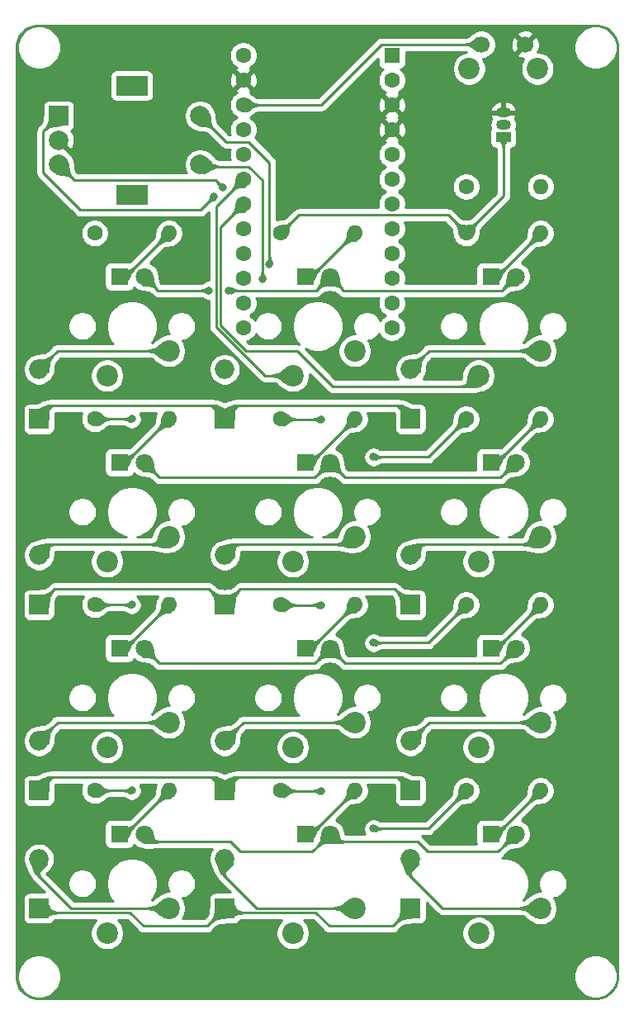
<source format=gbl>
%TF.GenerationSoftware,KiCad,Pcbnew,(5.1.9)-1*%
%TF.CreationDate,2021-03-01T21:33:36-08:00*%
%TF.ProjectId,numpad,6e756d70-6164-42e6-9b69-6361645f7063,rev?*%
%TF.SameCoordinates,Original*%
%TF.FileFunction,Copper,L2,Bot*%
%TF.FilePolarity,Positive*%
%FSLAX46Y46*%
G04 Gerber Fmt 4.6, Leading zero omitted, Abs format (unit mm)*
G04 Created by KiCad (PCBNEW (5.1.9)-1) date 2021-03-01 21:33:36*
%MOMM*%
%LPD*%
G01*
G04 APERTURE LIST*
%TA.AperFunction,ComponentPad*%
%ADD10R,2.000000X2.000000*%
%TD*%
%TA.AperFunction,ComponentPad*%
%ADD11C,2.000000*%
%TD*%
%TA.AperFunction,ComponentPad*%
%ADD12R,3.200000X2.000000*%
%TD*%
%TA.AperFunction,ComponentPad*%
%ADD13C,2.200000*%
%TD*%
%TA.AperFunction,ComponentPad*%
%ADD14C,1.600000*%
%TD*%
%TA.AperFunction,ComponentPad*%
%ADD15R,1.600000X1.600000*%
%TD*%
%TA.AperFunction,ComponentPad*%
%ADD16C,1.800000*%
%TD*%
%TA.AperFunction,ComponentPad*%
%ADD17R,1.800000X1.800000*%
%TD*%
%TA.AperFunction,ComponentPad*%
%ADD18O,1.600000X1.600000*%
%TD*%
%TA.AperFunction,ComponentPad*%
%ADD19C,1.700000*%
%TD*%
%TA.AperFunction,ComponentPad*%
%ADD20O,1.500000X1.050000*%
%TD*%
%TA.AperFunction,ComponentPad*%
%ADD21R,1.500000X1.050000*%
%TD*%
%TA.AperFunction,ComponentPad*%
%ADD22O,2.000000X2.000000*%
%TD*%
%TA.AperFunction,ViaPad*%
%ADD23C,0.800000*%
%TD*%
%TA.AperFunction,Conductor*%
%ADD24C,0.250000*%
%TD*%
%TA.AperFunction,Conductor*%
%ADD25C,0.254000*%
%TD*%
%TA.AperFunction,Conductor*%
%ADD26C,0.100000*%
%TD*%
%TA.AperFunction,Conductor*%
%ADD27C,0.025400*%
%TD*%
G04 APERTURE END LIST*
D10*
%TO.P,SW1,A*%
%TO.N,Net-(SW1-PadA)*%
X198144858Y-49093750D03*
D11*
%TO.P,SW1,C*%
%TO.N,GND*%
X198144858Y-51593750D03*
%TO.P,SW1,B*%
%TO.N,Net-(SW1-PadB)*%
X198144858Y-54093750D03*
D12*
%TO.P,SW1,MP*%
%TO.N,N/C*%
X205644858Y-45993750D03*
X205644858Y-57193750D03*
D11*
%TO.P,SW1,S2*%
%TO.N,Net-(SW1-PadS2)*%
X212644858Y-49093750D03*
%TO.P,SW1,S1*%
%TO.N,Net-(SW1-PadS1)*%
X212644858Y-54093750D03*
%TD*%
D13*
%TO.P,K1,2*%
%TO.N,Net-(D1-Pad2)*%
X209454750Y-73183750D03*
%TO.P,K1,1*%
%TO.N,/col0*%
X203104750Y-75723750D03*
%TD*%
%TO.P,K2,2*%
%TO.N,Net-(D2-Pad2)*%
X228504750Y-73183750D03*
%TO.P,K2,1*%
%TO.N,/col1*%
X222154750Y-75723750D03*
%TD*%
%TO.P,K3,2*%
%TO.N,Net-(D3-Pad2)*%
X247554750Y-73183750D03*
%TO.P,K3,1*%
%TO.N,/col2*%
X241204750Y-75723750D03*
%TD*%
%TO.P,K4,2*%
%TO.N,Net-(D4-Pad2)*%
X209454750Y-92233750D03*
%TO.P,K4,1*%
%TO.N,/col0*%
X203104750Y-94773750D03*
%TD*%
%TO.P,K5,1*%
%TO.N,/col1*%
X222154750Y-94773750D03*
%TO.P,K5,2*%
%TO.N,Net-(D5-Pad2)*%
X228504750Y-92233750D03*
%TD*%
%TO.P,K6,2*%
%TO.N,Net-(D6-Pad2)*%
X247554750Y-92233750D03*
%TO.P,K6,1*%
%TO.N,/col2*%
X241204750Y-94773750D03*
%TD*%
%TO.P,K7,1*%
%TO.N,/col0*%
X203104750Y-113823750D03*
%TO.P,K7,2*%
%TO.N,Net-(D7-Pad2)*%
X209454750Y-111283750D03*
%TD*%
%TO.P,K8,2*%
%TO.N,Net-(D8-Pad2)*%
X228504750Y-111283750D03*
%TO.P,K8,1*%
%TO.N,/col1*%
X222154750Y-113823750D03*
%TD*%
%TO.P,K9,1*%
%TO.N,/col2*%
X241204750Y-113823750D03*
%TO.P,K9,2*%
%TO.N,Net-(D9-Pad2)*%
X247554750Y-111283750D03*
%TD*%
%TO.P,K10,2*%
%TO.N,Net-(D10-Pad2)*%
X209454750Y-130333750D03*
%TO.P,K10,1*%
%TO.N,/col0*%
X203104750Y-132873750D03*
%TD*%
%TO.P,K11,2*%
%TO.N,Net-(D11-Pad2)*%
X228504750Y-130333750D03*
%TO.P,K11,1*%
%TO.N,/col1*%
X222154750Y-132873750D03*
%TD*%
%TO.P,K12,1*%
%TO.N,/col2*%
X241204750Y-132873750D03*
%TO.P,K12,2*%
%TO.N,Net-(D12-Pad2)*%
X247554750Y-130333750D03*
%TD*%
D14*
%TO.P,U1,24*%
%TO.N,Net-(D13-Pad2)*%
X217074750Y-42895000D03*
%TO.P,U1,23*%
%TO.N,GND*%
X217074750Y-45435000D03*
%TO.P,U1,22*%
%TO.N,Net-(SW0-Pad1)*%
X217074750Y-47975000D03*
%TO.P,U1,21*%
%TO.N,Net-(U1-Pad21)*%
X217074750Y-50515000D03*
%TO.P,U1,20*%
%TO.N,/col0*%
X217074750Y-53055000D03*
%TO.P,U1,19*%
%TO.N,/col1*%
X217074750Y-55595000D03*
%TO.P,U1,18*%
%TO.N,/col2*%
X217074750Y-58135000D03*
%TO.P,U1,17*%
%TO.N,Net-(U1-Pad17)*%
X217074750Y-60675000D03*
%TO.P,U1,16*%
%TO.N,Net-(SW1-PadB)*%
X217074750Y-63215000D03*
%TO.P,U1,15*%
%TO.N,Net-(SW1-PadA)*%
X217074750Y-65755000D03*
%TO.P,U1,14*%
%TO.N,Net-(SW1-PadS1)*%
X217074750Y-68295000D03*
%TO.P,U1,13*%
%TO.N,Net-(SW1-PadS2)*%
X217074750Y-70835000D03*
%TO.P,U1,12*%
%TO.N,Net-(R0-Pad1)*%
X232314750Y-70835000D03*
%TO.P,U1,11*%
%TO.N,Net-(U1-Pad11)*%
X232314750Y-68295000D03*
%TO.P,U1,10*%
%TO.N,Net-(U1-Pad10)*%
X232314750Y-65755000D03*
%TO.P,U1,9*%
%TO.N,Net-(U1-Pad9)*%
X232314750Y-63215000D03*
%TO.P,U1,8*%
%TO.N,/row0*%
X232314750Y-60675000D03*
%TO.P,U1,7*%
%TO.N,/row1*%
X232314750Y-58135000D03*
%TO.P,U1,6*%
%TO.N,/row2*%
X232314750Y-55595000D03*
%TO.P,U1,5*%
%TO.N,/row3*%
X232314750Y-53055000D03*
%TO.P,U1,4*%
%TO.N,GND*%
X232314750Y-50515000D03*
%TO.P,U1,3*%
X232314750Y-47975000D03*
%TO.P,U1,2*%
%TO.N,Net-(U1-Pad2)*%
X232314750Y-45435000D03*
D15*
%TO.P,U1,1*%
%TO.N,Net-(U1-Pad1)*%
X232314750Y-42895000D03*
%TD*%
D16*
%TO.P,D13,2*%
%TO.N,Net-(D13-Pad2)*%
X206909750Y-65563750D03*
D17*
%TO.P,D13,1*%
%TO.N,Net-(D13-Pad1)*%
X204369750Y-65563750D03*
%TD*%
%TO.P,D14,1*%
%TO.N,Net-(D14-Pad1)*%
X223419750Y-65563750D03*
D16*
%TO.P,D14,2*%
%TO.N,Net-(D13-Pad2)*%
X225959750Y-65563750D03*
%TD*%
%TO.P,D15,2*%
%TO.N,Net-(D13-Pad2)*%
X245009750Y-65563750D03*
D17*
%TO.P,D15,1*%
%TO.N,Net-(D15-Pad1)*%
X242469750Y-65563750D03*
%TD*%
%TO.P,D16,1*%
%TO.N,Net-(D16-Pad1)*%
X204369750Y-84613750D03*
D16*
%TO.P,D16,2*%
%TO.N,Net-(D13-Pad2)*%
X206909750Y-84613750D03*
%TD*%
%TO.P,D17,2*%
%TO.N,Net-(D13-Pad2)*%
X225959750Y-84613750D03*
D17*
%TO.P,D17,1*%
%TO.N,Net-(D17-Pad1)*%
X223419750Y-84613750D03*
%TD*%
%TO.P,D18,1*%
%TO.N,Net-(D18-Pad1)*%
X242469750Y-84613750D03*
D16*
%TO.P,D18,2*%
%TO.N,Net-(D13-Pad2)*%
X245009750Y-84613750D03*
%TD*%
%TO.P,D19,2*%
%TO.N,Net-(D13-Pad2)*%
X206909750Y-103663750D03*
D17*
%TO.P,D19,1*%
%TO.N,Net-(D19-Pad1)*%
X204369750Y-103663750D03*
%TD*%
%TO.P,D20,1*%
%TO.N,Net-(D20-Pad1)*%
X223419750Y-103663750D03*
D16*
%TO.P,D20,2*%
%TO.N,Net-(D13-Pad2)*%
X225959750Y-103663750D03*
%TD*%
%TO.P,D21,2*%
%TO.N,Net-(D13-Pad2)*%
X245009750Y-103663750D03*
D17*
%TO.P,D21,1*%
%TO.N,Net-(D21-Pad1)*%
X242469750Y-103663750D03*
%TD*%
%TO.P,D22,1*%
%TO.N,Net-(D22-Pad1)*%
X204369750Y-122713750D03*
D16*
%TO.P,D22,2*%
%TO.N,Net-(D13-Pad2)*%
X206909750Y-122713750D03*
%TD*%
D17*
%TO.P,D23,1*%
%TO.N,Net-(D23-Pad1)*%
X223419750Y-122713750D03*
D16*
%TO.P,D23,2*%
%TO.N,Net-(D13-Pad2)*%
X225959750Y-122713750D03*
%TD*%
%TO.P,D24,2*%
%TO.N,Net-(D13-Pad2)*%
X245009750Y-122713750D03*
D17*
%TO.P,D24,1*%
%TO.N,Net-(D24-Pad1)*%
X242469750Y-122713750D03*
%TD*%
D14*
%TO.P,R0,1*%
%TO.N,Net-(R0-Pad1)*%
X239934750Y-56356250D03*
D18*
%TO.P,R0,2*%
%TO.N,Net-(R0-Pad2)*%
X247554750Y-56356250D03*
%TD*%
%TO.P,R1,2*%
%TO.N,Net-(D13-Pad1)*%
X209454750Y-61118750D03*
D14*
%TO.P,R1,1*%
%TO.N,Net-(R1-Pad1)*%
X201834750Y-61118750D03*
%TD*%
%TO.P,R2,1*%
%TO.N,Net-(R1-Pad1)*%
X220884750Y-61118750D03*
D18*
%TO.P,R2,2*%
%TO.N,Net-(D14-Pad1)*%
X228504750Y-61118750D03*
%TD*%
D14*
%TO.P,R3,1*%
%TO.N,Net-(R1-Pad1)*%
X239934750Y-61118750D03*
D18*
%TO.P,R3,2*%
%TO.N,Net-(D15-Pad1)*%
X247554750Y-61118750D03*
%TD*%
%TO.P,R4,2*%
%TO.N,Net-(D16-Pad1)*%
X209454750Y-80168750D03*
D14*
%TO.P,R4,1*%
%TO.N,Net-(R1-Pad1)*%
X201834750Y-80168750D03*
%TD*%
%TO.P,R5,1*%
%TO.N,Net-(R1-Pad1)*%
X220884750Y-80168750D03*
D18*
%TO.P,R5,2*%
%TO.N,Net-(D17-Pad1)*%
X228504750Y-80168750D03*
%TD*%
%TO.P,R6,2*%
%TO.N,Net-(D18-Pad1)*%
X247554750Y-80168750D03*
D14*
%TO.P,R6,1*%
%TO.N,Net-(R1-Pad1)*%
X239934750Y-80168750D03*
%TD*%
%TO.P,R7,1*%
%TO.N,Net-(R1-Pad1)*%
X201834750Y-99218750D03*
D18*
%TO.P,R7,2*%
%TO.N,Net-(D19-Pad1)*%
X209454750Y-99218750D03*
%TD*%
%TO.P,R8,2*%
%TO.N,Net-(D20-Pad1)*%
X228504750Y-99218750D03*
D14*
%TO.P,R8,1*%
%TO.N,Net-(R1-Pad1)*%
X220884750Y-99218750D03*
%TD*%
D18*
%TO.P,R9,2*%
%TO.N,Net-(D21-Pad1)*%
X247554750Y-99218750D03*
D14*
%TO.P,R9,1*%
%TO.N,Net-(R1-Pad1)*%
X239934750Y-99218750D03*
%TD*%
%TO.P,R10,1*%
%TO.N,Net-(R1-Pad1)*%
X201834750Y-118268750D03*
D18*
%TO.P,R10,2*%
%TO.N,Net-(D22-Pad1)*%
X209454750Y-118268750D03*
%TD*%
%TO.P,R11,2*%
%TO.N,Net-(D23-Pad1)*%
X228504750Y-118268750D03*
D14*
%TO.P,R11,1*%
%TO.N,Net-(R1-Pad1)*%
X220884750Y-118268750D03*
%TD*%
%TO.P,R12,1*%
%TO.N,Net-(R1-Pad1)*%
X239934750Y-118268750D03*
D18*
%TO.P,R12,2*%
%TO.N,Net-(D24-Pad1)*%
X247554750Y-118268750D03*
%TD*%
D19*
%TO.P,SW0,1*%
%TO.N,Net-(SW0-Pad1)*%
X241494750Y-41768750D03*
%TO.P,SW0,2*%
%TO.N,GND*%
X245994750Y-41768750D03*
D13*
%TO.P,SW0,*%
%TO.N,*%
X240244750Y-44268750D03*
X247244750Y-44268750D03*
%TD*%
D20*
%TO.P,U2,2*%
%TO.N,Net-(R0-Pad2)*%
X243744750Y-50006250D03*
%TO.P,U2,3*%
%TO.N,GND*%
X243744750Y-48736250D03*
D21*
%TO.P,U2,1*%
%TO.N,Net-(R1-Pad1)*%
X243744750Y-51276250D03*
%TD*%
D10*
%TO.P,D1,1*%
%TO.N,/row0*%
X196119750Y-80168750D03*
D22*
%TO.P,D1,2*%
%TO.N,Net-(D1-Pad2)*%
X196119750Y-75088750D03*
%TD*%
D10*
%TO.P,D2,1*%
%TO.N,/row0*%
X215169750Y-80168750D03*
D22*
%TO.P,D2,2*%
%TO.N,Net-(D2-Pad2)*%
X215169750Y-75088750D03*
%TD*%
%TO.P,D3,2*%
%TO.N,Net-(D3-Pad2)*%
X234219750Y-75088750D03*
D10*
%TO.P,D3,1*%
%TO.N,/row0*%
X234219750Y-80168750D03*
%TD*%
%TO.P,D4,1*%
%TO.N,/row1*%
X196119750Y-99218750D03*
D22*
%TO.P,D4,2*%
%TO.N,Net-(D4-Pad2)*%
X196119750Y-94138750D03*
%TD*%
%TO.P,D5,2*%
%TO.N,Net-(D5-Pad2)*%
X215169750Y-94138750D03*
D10*
%TO.P,D5,1*%
%TO.N,/row1*%
X215169750Y-99218750D03*
%TD*%
%TO.P,D6,1*%
%TO.N,/row1*%
X234219750Y-99218750D03*
D22*
%TO.P,D6,2*%
%TO.N,Net-(D6-Pad2)*%
X234219750Y-94138750D03*
%TD*%
%TO.P,D7,2*%
%TO.N,Net-(D7-Pad2)*%
X196119750Y-113188750D03*
D10*
%TO.P,D7,1*%
%TO.N,/row2*%
X196119750Y-118268750D03*
%TD*%
%TO.P,D8,1*%
%TO.N,/row2*%
X215169750Y-118268750D03*
D22*
%TO.P,D8,2*%
%TO.N,Net-(D8-Pad2)*%
X215169750Y-113188750D03*
%TD*%
%TO.P,D9,2*%
%TO.N,Net-(D9-Pad2)*%
X234219750Y-113188750D03*
D10*
%TO.P,D9,1*%
%TO.N,/row2*%
X234219750Y-118268750D03*
%TD*%
%TO.P,D10,1*%
%TO.N,/row3*%
X196119750Y-130333750D03*
D22*
%TO.P,D10,2*%
%TO.N,Net-(D10-Pad2)*%
X196119750Y-125253750D03*
%TD*%
%TO.P,D11,2*%
%TO.N,Net-(D11-Pad2)*%
X215169750Y-125253750D03*
D10*
%TO.P,D11,1*%
%TO.N,/row3*%
X215169750Y-130333750D03*
%TD*%
D22*
%TO.P,D12,2*%
%TO.N,Net-(D12-Pad2)*%
X234219750Y-125253750D03*
D10*
%TO.P,D12,1*%
%TO.N,/row3*%
X234219750Y-130333750D03*
%TD*%
D23*
%TO.N,Net-(D13-Pad2)*%
X215614250Y-66992500D03*
X213550241Y-66992500D03*
%TO.N,Net-(R1-Pad1)*%
X205644750Y-80168750D03*
X205644750Y-99218750D03*
X230422450Y-122161300D03*
X225037650Y-118300500D03*
X230422450Y-103111300D03*
X225037650Y-99250500D03*
X230422450Y-84061300D03*
X225037650Y-80200500D03*
X205644750Y-118268750D03*
%TO.N,Net-(SW1-PadS1)*%
X219043250Y-65849500D03*
%TO.N,Net-(SW1-PadS2)*%
X219768250Y-64325500D03*
%TO.N,Net-(SW1-PadB)*%
X214979250Y-56451500D03*
%TO.N,Net-(SW1-PadA)*%
X214090250Y-57340500D03*
%TD*%
D24*
%TO.N,/row0*%
X213804500Y-78803500D02*
X215169750Y-80168750D01*
X197485000Y-78803500D02*
X213804500Y-78803500D01*
X196119750Y-80168750D02*
X197485000Y-78803500D01*
X232854500Y-78803500D02*
X234219750Y-80168750D01*
X216535000Y-78803500D02*
X232854500Y-78803500D01*
X215169750Y-80168750D02*
X216535000Y-78803500D01*
%TO.N,Net-(D1-Pad2)*%
X198024750Y-73183750D02*
X196119750Y-75088750D01*
X209454750Y-73183750D02*
X198024750Y-73183750D01*
%TO.N,Net-(D3-Pad2)*%
X236124750Y-73183750D02*
X234219750Y-75088750D01*
X247554750Y-73183750D02*
X236124750Y-73183750D01*
%TO.N,Net-(D4-Pad2)*%
X197231000Y-93027500D02*
X196119750Y-94138750D01*
X208661000Y-93027500D02*
X197231000Y-93027500D01*
X209454750Y-92233750D02*
X208661000Y-93027500D01*
%TO.N,/row1*%
X232600500Y-97599500D02*
X234219750Y-99218750D01*
X216789000Y-97599500D02*
X232600500Y-97599500D01*
X215169750Y-99218750D02*
X216789000Y-97599500D01*
X213550500Y-97599500D02*
X215169750Y-99218750D01*
X197739000Y-97599500D02*
X213550500Y-97599500D01*
X196119750Y-99218750D02*
X197739000Y-97599500D01*
%TO.N,Net-(D5-Pad2)*%
X216281000Y-93027500D02*
X215169750Y-94138750D01*
X227711000Y-93027500D02*
X216281000Y-93027500D01*
X228504750Y-92233750D02*
X227711000Y-93027500D01*
%TO.N,Net-(D6-Pad2)*%
X235331000Y-93027500D02*
X234219750Y-94138750D01*
X246761000Y-93027500D02*
X235331000Y-93027500D01*
X247554750Y-92233750D02*
X246761000Y-93027500D01*
%TO.N,/row2*%
X213804500Y-116903500D02*
X215169750Y-118268750D01*
X197485000Y-116903500D02*
X213804500Y-116903500D01*
X196119750Y-118268750D02*
X197485000Y-116903500D01*
X216535000Y-116903500D02*
X232854500Y-116903500D01*
X232854500Y-116903500D02*
X234219750Y-118268750D01*
X215169750Y-118268750D02*
X216535000Y-116903500D01*
%TO.N,Net-(D7-Pad2)*%
X198024750Y-111283750D02*
X196119750Y-113188750D01*
X209454750Y-111283750D02*
X198024750Y-111283750D01*
%TO.N,Net-(D8-Pad2)*%
X217074750Y-111283750D02*
X215169750Y-113188750D01*
X228504750Y-111283750D02*
X217074750Y-111283750D01*
%TO.N,Net-(D9-Pad2)*%
X236124750Y-111283750D02*
X234219750Y-113188750D01*
X247554750Y-111283750D02*
X236124750Y-111283750D01*
%TO.N,Net-(D10-Pad2)*%
X199390000Y-130333750D02*
X209454750Y-130333750D01*
X196119750Y-127063500D02*
X199390000Y-130333750D01*
X196119750Y-125253750D02*
X196119750Y-127063500D01*
%TO.N,/row3*%
X232410000Y-132143500D02*
X234219750Y-130333750D01*
X225869500Y-132143500D02*
X232410000Y-132143500D01*
X224509760Y-130783760D02*
X225869500Y-132143500D01*
X215619760Y-130783760D02*
X224509760Y-130783760D01*
X215169750Y-130333750D02*
X215619760Y-130783760D01*
X213360000Y-132143500D02*
X215169750Y-130333750D01*
X205459760Y-130783760D02*
X206819500Y-132143500D01*
X206819500Y-132143500D02*
X213360000Y-132143500D01*
X196569760Y-130783760D02*
X205459760Y-130783760D01*
X196119750Y-130333750D02*
X196569760Y-130783760D01*
%TO.N,Net-(D11-Pad2)*%
X218440000Y-130333750D02*
X228504750Y-130333750D01*
X215169750Y-127063500D02*
X218440000Y-130333750D01*
X215169750Y-125253750D02*
X215169750Y-127063500D01*
%TO.N,Net-(D12-Pad2)*%
X237490000Y-130333750D02*
X247554750Y-130333750D01*
X234219750Y-127063500D02*
X237490000Y-130333750D01*
X234219750Y-125253750D02*
X234219750Y-127063500D01*
%TO.N,/col1*%
X219264090Y-75723750D02*
X222154750Y-75723750D01*
X217074750Y-55595000D02*
X214275241Y-58394509D01*
X214275241Y-58394509D02*
X214275241Y-70734901D01*
X214275241Y-70734901D02*
X219264090Y-75723750D01*
%TO.N,/col2*%
X226207499Y-76823749D02*
X222599250Y-73215500D01*
X241204750Y-75723750D02*
X240104751Y-76823749D01*
X214725250Y-60484500D02*
X217074750Y-58135000D01*
X240104751Y-76823749D02*
X226207499Y-76823749D01*
X222599250Y-73215500D02*
X217392250Y-73215500D01*
X217392250Y-73215500D02*
X214725250Y-70548500D01*
X214725250Y-70548500D02*
X214725250Y-60484500D01*
%TO.N,Net-(D13-Pad2)*%
X216769376Y-124523500D02*
X224150000Y-124523500D01*
X215753376Y-123507500D02*
X216769376Y-124523500D01*
X207703500Y-123507500D02*
X215753376Y-123507500D01*
X224150000Y-124523500D02*
X225959750Y-122713750D01*
X206909750Y-122713750D02*
X207703500Y-123507500D01*
X243200000Y-124523500D02*
X245009750Y-122713750D01*
X235946376Y-124523500D02*
X243200000Y-124523500D01*
X234930376Y-123507500D02*
X235946376Y-124523500D01*
X226753500Y-123507500D02*
X234930376Y-123507500D01*
X225959750Y-122713750D02*
X226753500Y-123507500D01*
X224404000Y-105219500D02*
X225959750Y-103663750D01*
X208465500Y-105219500D02*
X224404000Y-105219500D01*
X206909750Y-103663750D02*
X208465500Y-105219500D01*
X225959750Y-103663750D02*
X227515500Y-105219500D01*
X227515500Y-105219500D02*
X243454000Y-105219500D01*
X243454000Y-105219500D02*
X245009750Y-103663750D01*
X224404000Y-86169500D02*
X225959750Y-84613750D01*
X208465500Y-86169500D02*
X224404000Y-86169500D01*
X206909750Y-84613750D02*
X208465500Y-86169500D01*
X243454000Y-86169500D02*
X245009750Y-84613750D01*
X227515500Y-86169500D02*
X243454000Y-86169500D01*
X225959750Y-84613750D02*
X227515500Y-86169500D01*
X215741250Y-66992500D02*
X215614250Y-67119500D01*
X224531000Y-66992500D02*
X215741250Y-66992500D01*
X225959750Y-65563750D02*
X224531000Y-66992500D01*
X208338500Y-66992500D02*
X206909750Y-65563750D01*
X213423241Y-66992500D02*
X208338500Y-66992500D01*
X213550241Y-67119500D02*
X213423241Y-66992500D01*
X243581000Y-66992500D02*
X245009750Y-65563750D01*
X227388500Y-66992500D02*
X243581000Y-66992500D01*
X225959750Y-65563750D02*
X227388500Y-66992500D01*
%TO.N,Net-(D13-Pad1)*%
X204369750Y-65563750D02*
X205009750Y-65563750D01*
X205009750Y-65563750D02*
X209454750Y-61118750D01*
%TO.N,Net-(D14-Pad1)*%
X223419750Y-65563750D02*
X224059750Y-65563750D01*
X224059750Y-65563750D02*
X228504750Y-61118750D01*
%TO.N,Net-(D15-Pad1)*%
X243109750Y-65563750D02*
X247554750Y-61118750D01*
X242469750Y-65563750D02*
X243109750Y-65563750D01*
%TO.N,Net-(D16-Pad1)*%
X205009750Y-84613750D02*
X209454750Y-80168750D01*
X204369750Y-84613750D02*
X205009750Y-84613750D01*
%TO.N,Net-(D17-Pad1)*%
X224059750Y-84613750D02*
X228504750Y-80168750D01*
X223419750Y-84613750D02*
X224059750Y-84613750D01*
%TO.N,Net-(D18-Pad1)*%
X243109750Y-84613750D02*
X247554750Y-80168750D01*
X242469750Y-84613750D02*
X243109750Y-84613750D01*
%TO.N,Net-(D19-Pad1)*%
X204369750Y-103663750D02*
X205009750Y-103663750D01*
X205009750Y-103663750D02*
X209454750Y-99218750D01*
%TO.N,Net-(D20-Pad1)*%
X223419750Y-103663750D02*
X224059750Y-103663750D01*
X224059750Y-103663750D02*
X228504750Y-99218750D01*
%TO.N,Net-(D21-Pad1)*%
X243109750Y-103663750D02*
X247554750Y-99218750D01*
X242469750Y-103663750D02*
X243109750Y-103663750D01*
%TO.N,Net-(D22-Pad1)*%
X205009750Y-122713750D02*
X209454750Y-118268750D01*
X204369750Y-122713750D02*
X205009750Y-122713750D01*
%TO.N,Net-(D23-Pad1)*%
X224059750Y-122713750D02*
X228504750Y-118268750D01*
X223419750Y-122713750D02*
X224059750Y-122713750D01*
%TO.N,Net-(D24-Pad1)*%
X243109750Y-122713750D02*
X247554750Y-118268750D01*
X242469750Y-122713750D02*
X243109750Y-122713750D01*
%TO.N,Net-(R1-Pad1)*%
X201834750Y-80168750D02*
X205644750Y-80168750D01*
X201834750Y-99218750D02*
X205644750Y-99218750D01*
X239934750Y-118268750D02*
X236042200Y-122161300D01*
X236042200Y-122161300D02*
X230422450Y-122161300D01*
X225037650Y-118300500D02*
X220916500Y-118300500D01*
X239934750Y-99218750D02*
X236042200Y-103111300D01*
X236042200Y-103111300D02*
X230422450Y-103111300D01*
X225037650Y-99250500D02*
X220916500Y-99250500D01*
X236042200Y-84061300D02*
X230422450Y-84061300D01*
X239934750Y-80168750D02*
X236042200Y-84061300D01*
X220916500Y-80200500D02*
X220884750Y-80168750D01*
X225037650Y-80200500D02*
X220916500Y-80200500D01*
X201834750Y-118268750D02*
X205644750Y-118268750D01*
X238076001Y-59260001D02*
X239934750Y-61118750D01*
X222743499Y-59260001D02*
X238076001Y-59260001D01*
X220884750Y-61118750D02*
X222743499Y-59260001D01*
X243744750Y-57308750D02*
X243744750Y-51276250D01*
X239934750Y-61118750D02*
X243744750Y-57308750D01*
%TO.N,Net-(SW0-Pad1)*%
X225049748Y-47975000D02*
X217074750Y-47975000D01*
X231255998Y-41768750D02*
X225049748Y-47975000D01*
X241494750Y-41768750D02*
X231255998Y-41768750D01*
%TO.N,Net-(SW1-PadS1)*%
X219043250Y-55689500D02*
X219043250Y-65849500D01*
X217646250Y-54292500D02*
X219043250Y-55689500D01*
X212843608Y-54292500D02*
X217646250Y-54292500D01*
X212644858Y-54093750D02*
X212843608Y-54292500D01*
%TO.N,Net-(SW1-PadS2)*%
X219759749Y-64316999D02*
X219768250Y-64325500D01*
X219759749Y-53865999D02*
X219759749Y-64316999D01*
X217646250Y-51752500D02*
X219759749Y-53865999D01*
X215303608Y-51752500D02*
X217646250Y-51752500D01*
X212644858Y-49093750D02*
X215303608Y-51752500D01*
%TO.N,Net-(SW1-PadB)*%
X214217250Y-55689500D02*
X214979250Y-56451500D01*
X199740608Y-55689500D02*
X214217250Y-55689500D01*
X198144858Y-54093750D02*
X199740608Y-55689500D01*
%TO.N,Net-(SW1-PadA)*%
X212693250Y-58737500D02*
X214090250Y-57340500D01*
X200374250Y-58737500D02*
X212693250Y-58737500D01*
X196564250Y-54927500D02*
X200374250Y-58737500D01*
X196564250Y-50674358D02*
X196564250Y-54927500D01*
X198144858Y-49093750D02*
X196564250Y-50674358D01*
%TD*%
D25*
%TO.N,GND*%
X253500451Y-39834055D02*
X253789624Y-39891575D01*
X254068807Y-39986346D01*
X254333240Y-40116749D01*
X254578383Y-40280548D01*
X254800053Y-40474947D01*
X254994452Y-40696617D01*
X255158251Y-40941760D01*
X255288654Y-41206193D01*
X255383425Y-41485376D01*
X255440945Y-41774549D01*
X255460500Y-42072906D01*
X255460500Y-137314594D01*
X255440945Y-137612951D01*
X255383425Y-137902124D01*
X255288654Y-138181307D01*
X255158251Y-138445740D01*
X254994452Y-138690883D01*
X254800053Y-138912553D01*
X254578383Y-139106952D01*
X254333240Y-139270751D01*
X254068807Y-139401154D01*
X253789624Y-139495925D01*
X253500451Y-139553445D01*
X253202094Y-139573000D01*
X196060406Y-139573000D01*
X195762049Y-139553445D01*
X195472876Y-139495925D01*
X195193693Y-139401154D01*
X194929260Y-139270751D01*
X194684117Y-139106952D01*
X194462447Y-138912553D01*
X194268048Y-138690883D01*
X194104249Y-138445740D01*
X193973846Y-138181307D01*
X193879075Y-137902124D01*
X193821555Y-137612951D01*
X193802000Y-137314594D01*
X193802000Y-137098622D01*
X193884750Y-137098622D01*
X193884750Y-137538878D01*
X193970640Y-137970675D01*
X194139119Y-138377419D01*
X194383712Y-138743479D01*
X194695021Y-139054788D01*
X195061081Y-139299381D01*
X195467825Y-139467860D01*
X195899622Y-139553750D01*
X196339878Y-139553750D01*
X196771675Y-139467860D01*
X197178419Y-139299381D01*
X197544479Y-139054788D01*
X197855788Y-138743479D01*
X198100381Y-138377419D01*
X198268860Y-137970675D01*
X198354750Y-137538878D01*
X198354750Y-137098622D01*
X250971250Y-137098622D01*
X250971250Y-137538878D01*
X251057140Y-137970675D01*
X251225619Y-138377419D01*
X251470212Y-138743479D01*
X251781521Y-139054788D01*
X252147581Y-139299381D01*
X252554325Y-139467860D01*
X252986122Y-139553750D01*
X253426378Y-139553750D01*
X253858175Y-139467860D01*
X254264919Y-139299381D01*
X254630979Y-139054788D01*
X254942288Y-138743479D01*
X255186881Y-138377419D01*
X255355360Y-137970675D01*
X255441250Y-137538878D01*
X255441250Y-137098622D01*
X255355360Y-136666825D01*
X255186881Y-136260081D01*
X254942288Y-135894021D01*
X254630979Y-135582712D01*
X254264919Y-135338119D01*
X253858175Y-135169640D01*
X253426378Y-135083750D01*
X252986122Y-135083750D01*
X252554325Y-135169640D01*
X252147581Y-135338119D01*
X251781521Y-135582712D01*
X251470212Y-135894021D01*
X251225619Y-136260081D01*
X251057140Y-136666825D01*
X250971250Y-137098622D01*
X198354750Y-137098622D01*
X198268860Y-136666825D01*
X198100381Y-136260081D01*
X197855788Y-135894021D01*
X197544479Y-135582712D01*
X197178419Y-135338119D01*
X196771675Y-135169640D01*
X196339878Y-135083750D01*
X195899622Y-135083750D01*
X195467825Y-135169640D01*
X195061081Y-135338119D01*
X194695021Y-135582712D01*
X194383712Y-135894021D01*
X194139119Y-136260081D01*
X193970640Y-136666825D01*
X193884750Y-137098622D01*
X193802000Y-137098622D01*
X193802000Y-117268750D01*
X194481678Y-117268750D01*
X194481678Y-119268750D01*
X194493938Y-119393232D01*
X194530248Y-119512930D01*
X194589213Y-119623244D01*
X194668565Y-119719935D01*
X194765256Y-119799287D01*
X194875570Y-119858252D01*
X194995268Y-119894562D01*
X195119750Y-119906822D01*
X197119750Y-119906822D01*
X197244232Y-119894562D01*
X197363930Y-119858252D01*
X197474244Y-119799287D01*
X197570935Y-119719935D01*
X197650287Y-119623244D01*
X197709252Y-119512930D01*
X197745562Y-119393232D01*
X197757822Y-119268750D01*
X197757822Y-118161267D01*
X197759113Y-118071572D01*
X197758747Y-118039014D01*
X197757822Y-118013950D01*
X197757822Y-117705480D01*
X197799802Y-117663500D01*
X200532221Y-117663500D01*
X200454897Y-117850176D01*
X200399750Y-118127415D01*
X200399750Y-118410085D01*
X200454897Y-118687324D01*
X200563070Y-118948477D01*
X200720113Y-119183509D01*
X200919991Y-119383387D01*
X201155023Y-119540430D01*
X201416176Y-119648603D01*
X201693415Y-119703750D01*
X201976085Y-119703750D01*
X202253324Y-119648603D01*
X202514477Y-119540430D01*
X202590411Y-119489693D01*
X202594965Y-119487083D01*
X202722252Y-119410293D01*
X202746313Y-119395031D01*
X202752494Y-119390913D01*
X202770362Y-119378563D01*
X202879168Y-119300571D01*
X202896595Y-119287622D01*
X202920600Y-119269141D01*
X202928299Y-119263118D01*
X202985726Y-119217481D01*
X202993341Y-119211334D01*
X203039944Y-119173112D01*
X203072017Y-119147339D01*
X203088176Y-119134618D01*
X203147113Y-119091746D01*
X203184071Y-119070144D01*
X203216909Y-119056538D01*
X203268197Y-119043652D01*
X203386547Y-119030311D01*
X203386442Y-119029376D01*
X203390802Y-119028750D01*
X204858093Y-119028750D01*
X204902757Y-119032318D01*
X204928538Y-119047915D01*
X204948446Y-119060496D01*
X204948804Y-119060722D01*
X204949137Y-119060932D01*
X204975243Y-119077419D01*
X204983772Y-119082711D01*
X205037039Y-119115185D01*
X205045607Y-119120317D01*
X205048609Y-119122083D01*
X205062890Y-119130237D01*
X205110941Y-119156854D01*
X205154494Y-119185955D01*
X205342852Y-119263976D01*
X205542811Y-119303750D01*
X205746689Y-119303750D01*
X205946648Y-119263976D01*
X206135006Y-119185955D01*
X206304524Y-119072687D01*
X206448687Y-118928524D01*
X206561955Y-118759006D01*
X206639976Y-118570648D01*
X206679750Y-118370689D01*
X206679750Y-118166811D01*
X206639976Y-117966852D01*
X206561955Y-117778494D01*
X206485119Y-117663500D01*
X208152221Y-117663500D01*
X208074897Y-117850176D01*
X208057082Y-117939738D01*
X208055705Y-117944811D01*
X208019998Y-118089114D01*
X208013781Y-118116894D01*
X208012322Y-118124176D01*
X208008415Y-118145571D01*
X207986626Y-118277658D01*
X207983457Y-118299151D01*
X207979551Y-118329198D01*
X207978368Y-118338884D01*
X207970032Y-118411751D01*
X207968994Y-118421485D01*
X207963074Y-118481400D01*
X207958604Y-118522442D01*
X207956178Y-118542826D01*
X207944825Y-118614779D01*
X207933966Y-118656189D01*
X207920368Y-118689026D01*
X207893208Y-118734414D01*
X207818958Y-118827532D01*
X207819694Y-118828119D01*
X207817054Y-118831644D01*
X205445277Y-121203422D01*
X205394232Y-121187938D01*
X205269750Y-121175678D01*
X203469750Y-121175678D01*
X203345268Y-121187938D01*
X203225570Y-121224248D01*
X203115256Y-121283213D01*
X203018565Y-121362565D01*
X202939213Y-121459256D01*
X202880248Y-121569570D01*
X202843938Y-121689268D01*
X202831678Y-121813750D01*
X202831678Y-123613750D01*
X202843938Y-123738232D01*
X202880248Y-123857930D01*
X202939213Y-123968244D01*
X203018565Y-124064935D01*
X203115256Y-124144287D01*
X203225570Y-124203252D01*
X203345268Y-124239562D01*
X203469750Y-124251822D01*
X205269750Y-124251822D01*
X205394232Y-124239562D01*
X205513930Y-124203252D01*
X205624244Y-124144287D01*
X205720935Y-124064935D01*
X205800287Y-123968244D01*
X205859252Y-123857930D01*
X205864806Y-123839623D01*
X205931245Y-123906062D01*
X206182655Y-124074049D01*
X206462007Y-124189761D01*
X206533285Y-124203939D01*
X206544731Y-124207526D01*
X206567431Y-124214178D01*
X206738588Y-124260891D01*
X206761533Y-124266696D01*
X206774853Y-124269803D01*
X206802410Y-124275590D01*
X206958828Y-124304832D01*
X206986617Y-124309392D01*
X206993060Y-124310303D01*
X207022209Y-124313739D01*
X207167674Y-124327488D01*
X207197044Y-124329579D01*
X207198902Y-124329668D01*
X207223979Y-124330373D01*
X207366412Y-124331563D01*
X207391652Y-124331272D01*
X207401872Y-124330951D01*
X207418077Y-124330235D01*
X207539941Y-124323288D01*
X207556174Y-124322154D01*
X207620940Y-124316794D01*
X207626612Y-124316299D01*
X207669077Y-124312401D01*
X207674736Y-124311855D01*
X207798243Y-124299402D01*
X207820469Y-124297281D01*
X207945489Y-124286031D01*
X208006848Y-124281430D01*
X208121492Y-124274552D01*
X208202868Y-124271279D01*
X208271792Y-124269868D01*
X208287496Y-124267500D01*
X213862344Y-124267500D01*
X213720832Y-124479287D01*
X213597582Y-124776838D01*
X213534750Y-125092717D01*
X213534750Y-125414783D01*
X213597582Y-125730662D01*
X213720832Y-126028213D01*
X213740936Y-126058300D01*
X213741551Y-126060063D01*
X213772500Y-126126832D01*
X213797616Y-126183209D01*
X213850230Y-126306232D01*
X213863186Y-126337221D01*
X213917561Y-126470306D01*
X213918290Y-126472082D01*
X213923738Y-126485302D01*
X213924461Y-126487048D01*
X213966645Y-126588552D01*
X213970879Y-126598500D01*
X214003258Y-126672815D01*
X214007656Y-126682679D01*
X214023579Y-126717591D01*
X214031781Y-126734879D01*
X214095200Y-126863515D01*
X214103912Y-126880535D01*
X214105992Y-126884452D01*
X214117685Y-126905499D01*
X214194133Y-127037158D01*
X214206585Y-127057698D01*
X214209513Y-127062328D01*
X214223041Y-127082832D01*
X214315532Y-127217278D01*
X214329800Y-127237184D01*
X214342617Y-127254357D01*
X214355818Y-127271431D01*
X214456891Y-127397667D01*
X214470654Y-127414271D01*
X214515555Y-127466604D01*
X214526959Y-127479536D01*
X214538126Y-127491858D01*
X214585012Y-127548988D01*
X214629750Y-127603501D01*
X214658748Y-127627299D01*
X215727127Y-128695678D01*
X214169750Y-128695678D01*
X214045268Y-128707938D01*
X213925570Y-128744248D01*
X213815256Y-128803213D01*
X213718565Y-128882565D01*
X213639213Y-128979256D01*
X213580248Y-129089570D01*
X213543938Y-129209268D01*
X213531678Y-129333750D01*
X213531678Y-130148846D01*
X213529962Y-130155992D01*
X213523513Y-130186031D01*
X213521772Y-130195218D01*
X213517763Y-130218790D01*
X213492464Y-130386603D01*
X213489350Y-130410271D01*
X213484707Y-130451540D01*
X213483519Y-130463041D01*
X213475391Y-130549415D01*
X213474412Y-130560942D01*
X213467488Y-130652352D01*
X213464669Y-130685923D01*
X213460832Y-130727528D01*
X213447470Y-130830029D01*
X213431033Y-130899981D01*
X213407788Y-130959602D01*
X213365395Y-131032691D01*
X213267564Y-131156971D01*
X213268620Y-131157802D01*
X213263503Y-131165196D01*
X213045199Y-131383500D01*
X210839997Y-131383500D01*
X210992287Y-131155581D01*
X211123075Y-130839831D01*
X211189750Y-130504633D01*
X211189750Y-130162867D01*
X211123075Y-129827669D01*
X210992287Y-129511919D01*
X210836489Y-129278750D01*
X210871010Y-129278750D01*
X211157908Y-129221682D01*
X211428161Y-129109740D01*
X211671382Y-128947225D01*
X211878225Y-128740382D01*
X212040740Y-128497161D01*
X212152682Y-128226908D01*
X212209750Y-127940010D01*
X212209750Y-127647490D01*
X212152682Y-127360592D01*
X212040740Y-127090339D01*
X211878225Y-126847118D01*
X211671382Y-126640275D01*
X211428161Y-126477760D01*
X211157908Y-126365818D01*
X210871010Y-126308750D01*
X210578490Y-126308750D01*
X210291592Y-126365818D01*
X210021339Y-126477760D01*
X209778118Y-126640275D01*
X209571275Y-126847118D01*
X209408760Y-127090339D01*
X209296818Y-127360592D01*
X209239750Y-127647490D01*
X209239750Y-127940010D01*
X209296818Y-128226908D01*
X209408760Y-128497161D01*
X209476640Y-128598750D01*
X209283867Y-128598750D01*
X208948669Y-128665425D01*
X208632919Y-128796213D01*
X208534184Y-128862186D01*
X208525528Y-128867226D01*
X208348325Y-128976404D01*
X208321850Y-128993639D01*
X208312173Y-129000287D01*
X208292148Y-129014623D01*
X208144023Y-129125076D01*
X208124556Y-129140189D01*
X208086003Y-129171336D01*
X208076592Y-129179089D01*
X208006531Y-129237950D01*
X207997261Y-129245892D01*
X207916136Y-129316753D01*
X207892708Y-129336907D01*
X207853242Y-129370348D01*
X207759822Y-129443663D01*
X207686570Y-129489979D01*
X207665565Y-129499388D01*
X207691488Y-129473465D01*
X207979857Y-129041891D01*
X208178489Y-128562351D01*
X208279750Y-128053275D01*
X208279750Y-127534225D01*
X208178489Y-127025149D01*
X207979857Y-126545609D01*
X207691488Y-126114035D01*
X207324465Y-125747012D01*
X206892891Y-125458643D01*
X206413351Y-125260011D01*
X205904275Y-125158750D01*
X205385225Y-125158750D01*
X204876149Y-125260011D01*
X204396609Y-125458643D01*
X203965035Y-125747012D01*
X203598012Y-126114035D01*
X203309643Y-126545609D01*
X203111011Y-127025149D01*
X203009750Y-127534225D01*
X203009750Y-128053275D01*
X203111011Y-128562351D01*
X203309643Y-129041891D01*
X203598012Y-129473465D01*
X203698297Y-129573750D01*
X199704802Y-129573750D01*
X197778542Y-127647490D01*
X199079750Y-127647490D01*
X199079750Y-127940010D01*
X199136818Y-128226908D01*
X199248760Y-128497161D01*
X199411275Y-128740382D01*
X199618118Y-128947225D01*
X199861339Y-129109740D01*
X200131592Y-129221682D01*
X200418490Y-129278750D01*
X200711010Y-129278750D01*
X200997908Y-129221682D01*
X201268161Y-129109740D01*
X201511382Y-128947225D01*
X201718225Y-128740382D01*
X201880740Y-128497161D01*
X201992682Y-128226908D01*
X202049750Y-127940010D01*
X202049750Y-127647490D01*
X201992682Y-127360592D01*
X201880740Y-127090339D01*
X201718225Y-126847118D01*
X201511382Y-126640275D01*
X201268161Y-126477760D01*
X200997908Y-126365818D01*
X200711010Y-126308750D01*
X200418490Y-126308750D01*
X200131592Y-126365818D01*
X199861339Y-126477760D01*
X199618118Y-126640275D01*
X199411275Y-126847118D01*
X199248760Y-127090339D01*
X199136818Y-127360592D01*
X199079750Y-127647490D01*
X197778542Y-127647490D01*
X196909153Y-126778102D01*
X196941931Y-126747349D01*
X197031108Y-126665583D01*
X197039698Y-126657559D01*
X197103558Y-126596792D01*
X197111995Y-126588614D01*
X197153062Y-126548062D01*
X197173613Y-126526800D01*
X197311516Y-126377320D01*
X197331091Y-126355083D01*
X197331950Y-126354060D01*
X197332894Y-126352845D01*
X197389737Y-126296002D01*
X197568668Y-126028213D01*
X197691918Y-125730662D01*
X197754750Y-125414783D01*
X197754750Y-125092717D01*
X197691918Y-124776838D01*
X197568668Y-124479287D01*
X197389737Y-124211498D01*
X197162002Y-123983763D01*
X196894213Y-123804832D01*
X196596662Y-123681582D01*
X196280783Y-123618750D01*
X195958717Y-123618750D01*
X195642838Y-123681582D01*
X195345287Y-123804832D01*
X195077498Y-123983763D01*
X194849763Y-124211498D01*
X194670832Y-124479287D01*
X194547582Y-124776838D01*
X194484750Y-125092717D01*
X194484750Y-125414783D01*
X194547582Y-125730662D01*
X194670832Y-126028213D01*
X194690936Y-126058300D01*
X194691551Y-126060063D01*
X194722500Y-126126832D01*
X194747616Y-126183209D01*
X194800230Y-126306232D01*
X194813186Y-126337221D01*
X194867561Y-126470306D01*
X194868290Y-126472082D01*
X194873738Y-126485302D01*
X194874461Y-126487048D01*
X194916645Y-126588552D01*
X194920879Y-126598500D01*
X194953258Y-126672815D01*
X194957656Y-126682679D01*
X194973579Y-126717591D01*
X194981781Y-126734879D01*
X195045200Y-126863515D01*
X195053912Y-126880535D01*
X195055992Y-126884452D01*
X195067685Y-126905499D01*
X195144133Y-127037158D01*
X195156585Y-127057698D01*
X195159513Y-127062328D01*
X195173041Y-127082832D01*
X195265532Y-127217278D01*
X195279800Y-127237184D01*
X195292617Y-127254357D01*
X195305818Y-127271431D01*
X195406891Y-127397667D01*
X195420654Y-127414271D01*
X195465555Y-127466604D01*
X195476959Y-127479536D01*
X195488126Y-127491858D01*
X195535012Y-127548988D01*
X195579750Y-127603501D01*
X195608748Y-127627299D01*
X196677127Y-128695678D01*
X195119750Y-128695678D01*
X194995268Y-128707938D01*
X194875570Y-128744248D01*
X194765256Y-128803213D01*
X194668565Y-128882565D01*
X194589213Y-128979256D01*
X194530248Y-129089570D01*
X194493938Y-129209268D01*
X194481678Y-129333750D01*
X194481678Y-131333750D01*
X194493938Y-131458232D01*
X194530248Y-131577930D01*
X194589213Y-131688244D01*
X194668565Y-131784935D01*
X194765256Y-131864287D01*
X194875570Y-131923252D01*
X194995268Y-131959562D01*
X195119750Y-131971822D01*
X197119750Y-131971822D01*
X197244232Y-131959562D01*
X197363930Y-131923252D01*
X197474244Y-131864287D01*
X197570935Y-131784935D01*
X197650287Y-131688244D01*
X197709252Y-131577930D01*
X197711674Y-131569947D01*
X197725506Y-131567157D01*
X197909394Y-131549434D01*
X197923727Y-131548782D01*
X197952543Y-131543760D01*
X201981079Y-131543760D01*
X201757087Y-131767752D01*
X201567213Y-132051919D01*
X201436425Y-132367669D01*
X201369750Y-132702867D01*
X201369750Y-133044633D01*
X201436425Y-133379831D01*
X201567213Y-133695581D01*
X201757087Y-133979748D01*
X201998752Y-134221413D01*
X202282919Y-134411287D01*
X202598669Y-134542075D01*
X202933867Y-134608750D01*
X203275633Y-134608750D01*
X203610831Y-134542075D01*
X203926581Y-134411287D01*
X204210748Y-134221413D01*
X204452413Y-133979748D01*
X204642287Y-133695581D01*
X204773075Y-133379831D01*
X204839750Y-133044633D01*
X204839750Y-132702867D01*
X204773075Y-132367669D01*
X204642287Y-132051919D01*
X204452413Y-131767752D01*
X204228421Y-131543760D01*
X205144959Y-131543760D01*
X206255701Y-132654503D01*
X206279499Y-132683501D01*
X206395224Y-132778474D01*
X206527253Y-132849046D01*
X206670514Y-132892503D01*
X206782167Y-132903500D01*
X206782175Y-132903500D01*
X206819500Y-132907176D01*
X206856825Y-132903500D01*
X213322678Y-132903500D01*
X213360000Y-132907176D01*
X213397322Y-132903500D01*
X213397333Y-132903500D01*
X213508986Y-132892503D01*
X213652247Y-132849046D01*
X213784276Y-132778474D01*
X213900001Y-132683501D01*
X213923804Y-132654497D01*
X214338307Y-132239994D01*
X214345701Y-132234877D01*
X214346532Y-132235933D01*
X214470804Y-132138107D01*
X214543902Y-132095710D01*
X214603518Y-132072466D01*
X214673470Y-132056029D01*
X214775971Y-132042667D01*
X214817576Y-132038830D01*
X214851147Y-132036011D01*
X214942557Y-132029087D01*
X214954084Y-132028108D01*
X215040458Y-132019980D01*
X215051959Y-132018792D01*
X215093228Y-132014149D01*
X215116896Y-132011035D01*
X215284709Y-131985736D01*
X215308215Y-131981739D01*
X215317402Y-131979999D01*
X215347507Y-131973538D01*
X215354653Y-131971822D01*
X216169750Y-131971822D01*
X216294232Y-131959562D01*
X216413930Y-131923252D01*
X216524244Y-131864287D01*
X216620935Y-131784935D01*
X216700287Y-131688244D01*
X216759252Y-131577930D01*
X216761674Y-131569947D01*
X216775506Y-131567157D01*
X216959394Y-131549434D01*
X216973727Y-131548782D01*
X217002543Y-131543760D01*
X221031079Y-131543760D01*
X220807087Y-131767752D01*
X220617213Y-132051919D01*
X220486425Y-132367669D01*
X220419750Y-132702867D01*
X220419750Y-133044633D01*
X220486425Y-133379831D01*
X220617213Y-133695581D01*
X220807087Y-133979748D01*
X221048752Y-134221413D01*
X221332919Y-134411287D01*
X221648669Y-134542075D01*
X221983867Y-134608750D01*
X222325633Y-134608750D01*
X222660831Y-134542075D01*
X222976581Y-134411287D01*
X223260748Y-134221413D01*
X223502413Y-133979748D01*
X223692287Y-133695581D01*
X223823075Y-133379831D01*
X223889750Y-133044633D01*
X223889750Y-132702867D01*
X223823075Y-132367669D01*
X223692287Y-132051919D01*
X223502413Y-131767752D01*
X223278421Y-131543760D01*
X224194959Y-131543760D01*
X225305701Y-132654503D01*
X225329499Y-132683501D01*
X225445224Y-132778474D01*
X225577253Y-132849046D01*
X225720514Y-132892503D01*
X225832167Y-132903500D01*
X225832175Y-132903500D01*
X225869500Y-132907176D01*
X225906825Y-132903500D01*
X232372678Y-132903500D01*
X232410000Y-132907176D01*
X232447322Y-132903500D01*
X232447333Y-132903500D01*
X232558986Y-132892503D01*
X232702247Y-132849046D01*
X232834276Y-132778474D01*
X232926403Y-132702867D01*
X239469750Y-132702867D01*
X239469750Y-133044633D01*
X239536425Y-133379831D01*
X239667213Y-133695581D01*
X239857087Y-133979748D01*
X240098752Y-134221413D01*
X240382919Y-134411287D01*
X240698669Y-134542075D01*
X241033867Y-134608750D01*
X241375633Y-134608750D01*
X241710831Y-134542075D01*
X242026581Y-134411287D01*
X242310748Y-134221413D01*
X242552413Y-133979748D01*
X242742287Y-133695581D01*
X242873075Y-133379831D01*
X242939750Y-133044633D01*
X242939750Y-132702867D01*
X242873075Y-132367669D01*
X242742287Y-132051919D01*
X242552413Y-131767752D01*
X242310748Y-131526087D01*
X242026581Y-131336213D01*
X241710831Y-131205425D01*
X241375633Y-131138750D01*
X241033867Y-131138750D01*
X240698669Y-131205425D01*
X240382919Y-131336213D01*
X240098752Y-131526087D01*
X239857087Y-131767752D01*
X239667213Y-132051919D01*
X239536425Y-132367669D01*
X239469750Y-132702867D01*
X232926403Y-132702867D01*
X232950001Y-132683501D01*
X232973804Y-132654497D01*
X233388307Y-132239994D01*
X233395701Y-132234877D01*
X233396532Y-132235933D01*
X233520804Y-132138107D01*
X233593902Y-132095710D01*
X233653518Y-132072466D01*
X233723470Y-132056029D01*
X233825971Y-132042667D01*
X233867576Y-132038830D01*
X233901147Y-132036011D01*
X233992557Y-132029087D01*
X234004084Y-132028108D01*
X234090458Y-132019980D01*
X234101959Y-132018792D01*
X234143228Y-132014149D01*
X234166896Y-132011035D01*
X234334709Y-131985736D01*
X234358215Y-131981739D01*
X234367402Y-131979999D01*
X234397507Y-131973538D01*
X234404653Y-131971822D01*
X235219750Y-131971822D01*
X235344232Y-131959562D01*
X235463930Y-131923252D01*
X235574244Y-131864287D01*
X235670935Y-131784935D01*
X235750287Y-131688244D01*
X235809252Y-131577930D01*
X235845562Y-131458232D01*
X235857822Y-131333750D01*
X235857822Y-129776374D01*
X236926200Y-130844752D01*
X236949999Y-130873751D01*
X236978997Y-130897549D01*
X237065723Y-130968724D01*
X237185396Y-131032691D01*
X237197753Y-131039296D01*
X237341014Y-131082753D01*
X237452667Y-131093750D01*
X237452677Y-131093750D01*
X237490000Y-131097426D01*
X237527323Y-131093750D01*
X245422812Y-131093750D01*
X245440534Y-131096992D01*
X245440479Y-131097442D01*
X245447948Y-131098349D01*
X245454926Y-131099625D01*
X245461363Y-131099977D01*
X245617217Y-131118892D01*
X245714663Y-131145309D01*
X245786569Y-131177520D01*
X245859823Y-131223838D01*
X245953237Y-131297147D01*
X245992708Y-131330592D01*
X246016136Y-131350746D01*
X246097261Y-131421607D01*
X246106531Y-131429549D01*
X246176592Y-131488410D01*
X246186003Y-131496163D01*
X246224556Y-131527310D01*
X246244023Y-131542423D01*
X246392148Y-131652876D01*
X246412198Y-131667230D01*
X246421876Y-131673878D01*
X246448322Y-131691093D01*
X246625524Y-131800272D01*
X246634187Y-131805316D01*
X246732919Y-131871287D01*
X247048669Y-132002075D01*
X247383867Y-132068750D01*
X247725633Y-132068750D01*
X248060831Y-132002075D01*
X248376581Y-131871287D01*
X248660748Y-131681413D01*
X248902413Y-131439748D01*
X249092287Y-131155581D01*
X249223075Y-130839831D01*
X249289750Y-130504633D01*
X249289750Y-130162867D01*
X249223075Y-129827669D01*
X249092287Y-129511919D01*
X248936489Y-129278750D01*
X248971010Y-129278750D01*
X249257908Y-129221682D01*
X249528161Y-129109740D01*
X249771382Y-128947225D01*
X249978225Y-128740382D01*
X250140740Y-128497161D01*
X250252682Y-128226908D01*
X250309750Y-127940010D01*
X250309750Y-127647490D01*
X250252682Y-127360592D01*
X250140740Y-127090339D01*
X249978225Y-126847118D01*
X249771382Y-126640275D01*
X249528161Y-126477760D01*
X249257908Y-126365818D01*
X248971010Y-126308750D01*
X248678490Y-126308750D01*
X248391592Y-126365818D01*
X248121339Y-126477760D01*
X247878118Y-126640275D01*
X247671275Y-126847118D01*
X247508760Y-127090339D01*
X247396818Y-127360592D01*
X247339750Y-127647490D01*
X247339750Y-127940010D01*
X247396818Y-128226908D01*
X247508760Y-128497161D01*
X247576640Y-128598750D01*
X247383867Y-128598750D01*
X247048669Y-128665425D01*
X246732919Y-128796213D01*
X246634184Y-128862186D01*
X246625528Y-128867226D01*
X246448325Y-128976404D01*
X246421850Y-128993639D01*
X246412173Y-129000287D01*
X246392148Y-129014623D01*
X246244023Y-129125076D01*
X246224556Y-129140189D01*
X246186003Y-129171336D01*
X246176592Y-129179089D01*
X246106531Y-129237950D01*
X246097261Y-129245892D01*
X246016136Y-129316753D01*
X245992708Y-129336907D01*
X245953242Y-129370348D01*
X245859822Y-129443663D01*
X245786570Y-129489979D01*
X245765565Y-129499388D01*
X245791488Y-129473465D01*
X246079857Y-129041891D01*
X246278489Y-128562351D01*
X246379750Y-128053275D01*
X246379750Y-127534225D01*
X246278489Y-127025149D01*
X246079857Y-126545609D01*
X245791488Y-126114035D01*
X245424465Y-125747012D01*
X244992891Y-125458643D01*
X244513351Y-125260011D01*
X244004275Y-125158750D01*
X243623760Y-125158750D01*
X243624276Y-125158474D01*
X243740001Y-125063501D01*
X243763804Y-125034497D01*
X244314455Y-124483846D01*
X244317605Y-124481661D01*
X244318572Y-124482883D01*
X244427153Y-124396920D01*
X244486130Y-124362235D01*
X244532119Y-124343814D01*
X244587630Y-124330103D01*
X244674855Y-124317678D01*
X244706149Y-124314422D01*
X244742923Y-124310930D01*
X244818546Y-124304432D01*
X244829266Y-124303419D01*
X244909676Y-124295134D01*
X244920396Y-124293937D01*
X244955661Y-124289697D01*
X244978363Y-124286551D01*
X245128313Y-124263005D01*
X245150833Y-124259052D01*
X245159069Y-124257453D01*
X245188197Y-124251085D01*
X245351900Y-124211246D01*
X245358833Y-124209386D01*
X245457493Y-124189761D01*
X245736845Y-124074049D01*
X245988255Y-123906062D01*
X246202062Y-123692255D01*
X246370049Y-123440845D01*
X246485761Y-123161493D01*
X246544750Y-122864934D01*
X246544750Y-122562566D01*
X246485761Y-122266007D01*
X246370049Y-121986655D01*
X246202062Y-121735245D01*
X245988255Y-121521438D01*
X245736845Y-121353451D01*
X245601085Y-121297217D01*
X246992698Y-119905603D01*
X246995290Y-119903688D01*
X246995970Y-119904540D01*
X247089088Y-119830289D01*
X247134471Y-119803132D01*
X247167312Y-119789533D01*
X247208715Y-119778676D01*
X247280679Y-119767320D01*
X247301057Y-119764895D01*
X247342099Y-119760425D01*
X247402014Y-119754505D01*
X247411748Y-119753467D01*
X247484615Y-119745131D01*
X247494301Y-119743948D01*
X247524348Y-119740042D01*
X247545841Y-119736873D01*
X247677928Y-119715084D01*
X247699307Y-119711180D01*
X247706590Y-119709721D01*
X247734387Y-119703501D01*
X247878689Y-119667794D01*
X247883751Y-119666420D01*
X247973324Y-119648603D01*
X248234477Y-119540430D01*
X248469509Y-119383387D01*
X248669387Y-119183509D01*
X248826430Y-118948477D01*
X248934603Y-118687324D01*
X248989750Y-118410085D01*
X248989750Y-118127415D01*
X248934603Y-117850176D01*
X248826430Y-117589023D01*
X248669387Y-117353991D01*
X248469509Y-117154113D01*
X248234477Y-116997070D01*
X247973324Y-116888897D01*
X247696085Y-116833750D01*
X247413415Y-116833750D01*
X247136176Y-116888897D01*
X246875023Y-116997070D01*
X246639991Y-117154113D01*
X246440113Y-117353991D01*
X246283070Y-117589023D01*
X246174897Y-117850176D01*
X246157082Y-117939738D01*
X246155705Y-117944811D01*
X246119998Y-118089114D01*
X246113781Y-118116894D01*
X246112322Y-118124176D01*
X246108415Y-118145571D01*
X246086626Y-118277658D01*
X246083457Y-118299151D01*
X246079551Y-118329198D01*
X246078368Y-118338884D01*
X246070032Y-118411751D01*
X246068994Y-118421485D01*
X246063074Y-118481400D01*
X246058604Y-118522442D01*
X246056178Y-118542826D01*
X246044825Y-118614779D01*
X246033966Y-118656189D01*
X246020368Y-118689026D01*
X245993208Y-118734414D01*
X245918958Y-118827532D01*
X245919694Y-118828119D01*
X245917054Y-118831644D01*
X243545277Y-121203422D01*
X243494232Y-121187938D01*
X243369750Y-121175678D01*
X241569750Y-121175678D01*
X241445268Y-121187938D01*
X241325570Y-121224248D01*
X241215256Y-121283213D01*
X241118565Y-121362565D01*
X241039213Y-121459256D01*
X240980248Y-121569570D01*
X240943938Y-121689268D01*
X240931678Y-121813750D01*
X240931678Y-123613750D01*
X240943938Y-123738232D01*
X240951603Y-123763500D01*
X236261178Y-123763500D01*
X235494180Y-122996502D01*
X235470377Y-122967499D01*
X235414083Y-122921300D01*
X236004878Y-122921300D01*
X236042200Y-122924976D01*
X236079522Y-122921300D01*
X236079533Y-122921300D01*
X236191186Y-122910303D01*
X236334447Y-122866846D01*
X236466476Y-122796274D01*
X236582201Y-122701301D01*
X236606004Y-122672297D01*
X239372698Y-119905604D01*
X239375290Y-119903688D01*
X239375970Y-119904540D01*
X239469088Y-119830289D01*
X239514471Y-119803132D01*
X239547312Y-119789533D01*
X239588715Y-119778676D01*
X239660679Y-119767320D01*
X239681057Y-119764895D01*
X239722099Y-119760425D01*
X239782014Y-119754505D01*
X239791748Y-119753467D01*
X239864615Y-119745131D01*
X239874301Y-119743948D01*
X239904348Y-119740042D01*
X239925841Y-119736873D01*
X240057928Y-119715084D01*
X240079307Y-119711180D01*
X240086590Y-119709721D01*
X240114387Y-119703501D01*
X240258689Y-119667794D01*
X240263751Y-119666420D01*
X240353324Y-119648603D01*
X240614477Y-119540430D01*
X240849509Y-119383387D01*
X241049387Y-119183509D01*
X241206430Y-118948477D01*
X241314603Y-118687324D01*
X241369750Y-118410085D01*
X241369750Y-118127415D01*
X241314603Y-117850176D01*
X241206430Y-117589023D01*
X241049387Y-117353991D01*
X240849509Y-117154113D01*
X240614477Y-116997070D01*
X240353324Y-116888897D01*
X240076085Y-116833750D01*
X239793415Y-116833750D01*
X239516176Y-116888897D01*
X239255023Y-116997070D01*
X239019991Y-117154113D01*
X238820113Y-117353991D01*
X238663070Y-117589023D01*
X238554897Y-117850176D01*
X238537082Y-117939738D01*
X238535705Y-117944811D01*
X238499998Y-118089114D01*
X238493781Y-118116894D01*
X238492322Y-118124176D01*
X238488415Y-118145571D01*
X238466626Y-118277658D01*
X238463457Y-118299151D01*
X238459551Y-118329198D01*
X238458368Y-118338884D01*
X238450032Y-118411751D01*
X238448994Y-118421485D01*
X238443074Y-118481400D01*
X238438604Y-118522442D01*
X238436178Y-118542826D01*
X238424825Y-118614779D01*
X238413966Y-118656189D01*
X238400368Y-118689026D01*
X238373208Y-118734414D01*
X238298958Y-118827532D01*
X238299694Y-118828119D01*
X238297054Y-118831644D01*
X235727399Y-121401300D01*
X231209103Y-121401300D01*
X231164442Y-121397732D01*
X231138670Y-121382139D01*
X231118753Y-121369553D01*
X231118395Y-121369327D01*
X231117853Y-121368985D01*
X231091956Y-121352630D01*
X231083427Y-121347338D01*
X231030160Y-121314864D01*
X231021592Y-121309732D01*
X231018590Y-121307966D01*
X231004309Y-121299812D01*
X230956255Y-121273193D01*
X230912706Y-121244095D01*
X230724348Y-121166074D01*
X230524389Y-121126300D01*
X230320511Y-121126300D01*
X230120552Y-121166074D01*
X229932194Y-121244095D01*
X229762676Y-121357363D01*
X229618513Y-121501526D01*
X229505245Y-121671044D01*
X229427224Y-121859402D01*
X229387450Y-122059361D01*
X229387450Y-122263239D01*
X229427224Y-122463198D01*
X229505245Y-122651556D01*
X229569353Y-122747500D01*
X227538789Y-122747500D01*
X227535242Y-122730333D01*
X227528847Y-122698089D01*
X227513707Y-122618436D01*
X227511891Y-122609251D01*
X227497756Y-122540435D01*
X227495801Y-122531261D01*
X227487832Y-122495177D01*
X227482680Y-122473638D01*
X227458057Y-122378098D01*
X227435761Y-122266007D01*
X227320049Y-121986655D01*
X227152062Y-121735245D01*
X226938255Y-121521438D01*
X226686845Y-121353451D01*
X226551085Y-121297217D01*
X227942698Y-119905603D01*
X227945290Y-119903688D01*
X227945970Y-119904540D01*
X228039088Y-119830289D01*
X228084471Y-119803132D01*
X228117312Y-119789533D01*
X228158715Y-119778676D01*
X228230679Y-119767320D01*
X228251057Y-119764895D01*
X228292099Y-119760425D01*
X228352014Y-119754505D01*
X228361748Y-119753467D01*
X228434615Y-119745131D01*
X228444301Y-119743948D01*
X228474348Y-119740042D01*
X228495841Y-119736873D01*
X228627928Y-119715084D01*
X228649307Y-119711180D01*
X228656590Y-119709721D01*
X228684387Y-119703501D01*
X228828689Y-119667794D01*
X228833751Y-119666420D01*
X228923324Y-119648603D01*
X229184477Y-119540430D01*
X229419509Y-119383387D01*
X229619387Y-119183509D01*
X229776430Y-118948477D01*
X229884603Y-118687324D01*
X229939750Y-118410085D01*
X229939750Y-118127415D01*
X229884603Y-117850176D01*
X229807279Y-117663500D01*
X232539699Y-117663500D01*
X232581678Y-117705479D01*
X232581678Y-118013923D01*
X232580752Y-118039014D01*
X232580386Y-118071572D01*
X232581678Y-118161337D01*
X232581678Y-119268750D01*
X232593938Y-119393232D01*
X232630248Y-119512930D01*
X232689213Y-119623244D01*
X232768565Y-119719935D01*
X232865256Y-119799287D01*
X232975570Y-119858252D01*
X233095268Y-119894562D01*
X233219750Y-119906822D01*
X235219750Y-119906822D01*
X235344232Y-119894562D01*
X235463930Y-119858252D01*
X235574244Y-119799287D01*
X235670935Y-119719935D01*
X235750287Y-119623244D01*
X235809252Y-119512930D01*
X235845562Y-119393232D01*
X235857822Y-119268750D01*
X235857822Y-117268750D01*
X235845562Y-117144268D01*
X235809252Y-117024570D01*
X235750287Y-116914256D01*
X235670935Y-116817565D01*
X235574244Y-116738213D01*
X235463930Y-116679248D01*
X235344232Y-116642938D01*
X235219750Y-116630678D01*
X234519825Y-116630678D01*
X234462787Y-116605435D01*
X234388478Y-116570769D01*
X234297116Y-116525917D01*
X234272446Y-116513601D01*
X234171339Y-116462280D01*
X234164866Y-116459040D01*
X234116167Y-116435015D01*
X234109645Y-116431844D01*
X234062472Y-116409238D01*
X234045040Y-116401206D01*
X233913374Y-116342935D01*
X233895665Y-116335416D01*
X233891813Y-116333849D01*
X233865709Y-116323893D01*
X233722324Y-116272792D01*
X233695822Y-116263999D01*
X233691140Y-116262559D01*
X233661116Y-116254126D01*
X233504153Y-116214170D01*
X233473800Y-116207231D01*
X233464152Y-116205273D01*
X233435500Y-116200139D01*
X233255998Y-116172205D01*
X233227121Y-116168387D01*
X233197580Y-116165169D01*
X233173325Y-116162997D01*
X232991124Y-116150194D01*
X232966793Y-116148953D01*
X232937856Y-116148033D01*
X232891833Y-116143500D01*
X232891822Y-116143500D01*
X232854500Y-116139824D01*
X232817178Y-116143500D01*
X216572322Y-116143500D01*
X216534999Y-116139824D01*
X216497676Y-116143500D01*
X216497667Y-116143500D01*
X216451664Y-116148031D01*
X216422689Y-116148953D01*
X216398375Y-116150194D01*
X216216174Y-116162997D01*
X216191919Y-116165169D01*
X216162378Y-116168387D01*
X216133504Y-116172205D01*
X215954002Y-116200138D01*
X215925285Y-116205285D01*
X215915637Y-116207244D01*
X215885346Y-116214170D01*
X215728383Y-116254126D01*
X215698359Y-116262559D01*
X215693677Y-116263999D01*
X215667178Y-116272791D01*
X215523793Y-116323891D01*
X215497555Y-116333901D01*
X215493703Y-116335469D01*
X215476125Y-116342935D01*
X215344459Y-116401206D01*
X215327027Y-116409238D01*
X215279854Y-116431844D01*
X215273332Y-116435015D01*
X215224633Y-116459040D01*
X215218160Y-116462280D01*
X215169750Y-116486853D01*
X215121339Y-116462280D01*
X215114866Y-116459040D01*
X215066167Y-116435015D01*
X215059645Y-116431844D01*
X215012472Y-116409238D01*
X214995040Y-116401206D01*
X214863374Y-116342935D01*
X214845665Y-116335416D01*
X214841813Y-116333849D01*
X214815709Y-116323893D01*
X214672324Y-116272792D01*
X214645822Y-116263999D01*
X214641140Y-116262559D01*
X214611116Y-116254126D01*
X214454153Y-116214170D01*
X214423800Y-116207231D01*
X214414152Y-116205273D01*
X214385500Y-116200139D01*
X214205998Y-116172205D01*
X214177121Y-116168387D01*
X214147580Y-116165169D01*
X214123325Y-116162997D01*
X213941124Y-116150194D01*
X213916793Y-116148953D01*
X213887856Y-116148033D01*
X213841833Y-116143500D01*
X213841822Y-116143500D01*
X213804500Y-116139824D01*
X213767178Y-116143500D01*
X197522322Y-116143500D01*
X197484999Y-116139824D01*
X197447676Y-116143500D01*
X197447667Y-116143500D01*
X197401664Y-116148031D01*
X197372689Y-116148953D01*
X197348375Y-116150194D01*
X197166174Y-116162997D01*
X197141919Y-116165169D01*
X197112378Y-116168387D01*
X197083504Y-116172205D01*
X196904002Y-116200138D01*
X196875285Y-116205285D01*
X196865637Y-116207244D01*
X196835346Y-116214170D01*
X196678383Y-116254126D01*
X196648359Y-116262559D01*
X196643677Y-116263999D01*
X196617178Y-116272791D01*
X196473793Y-116323891D01*
X196447555Y-116333901D01*
X196443703Y-116335469D01*
X196426125Y-116342935D01*
X196294459Y-116401206D01*
X196277027Y-116409238D01*
X196229854Y-116431844D01*
X196223332Y-116435015D01*
X196174633Y-116459040D01*
X196168160Y-116462280D01*
X196067053Y-116513601D01*
X196042383Y-116525917D01*
X195951021Y-116570769D01*
X195876712Y-116605435D01*
X195819674Y-116630678D01*
X195119750Y-116630678D01*
X194995268Y-116642938D01*
X194875570Y-116679248D01*
X194765256Y-116738213D01*
X194668565Y-116817565D01*
X194589213Y-116914256D01*
X194530248Y-117024570D01*
X194493938Y-117144268D01*
X194481678Y-117268750D01*
X193802000Y-117268750D01*
X193802000Y-113027717D01*
X194484750Y-113027717D01*
X194484750Y-113349783D01*
X194547582Y-113665662D01*
X194670832Y-113963213D01*
X194849763Y-114231002D01*
X195077498Y-114458737D01*
X195345287Y-114637668D01*
X195642838Y-114760918D01*
X195958717Y-114823750D01*
X196280783Y-114823750D01*
X196596662Y-114760918D01*
X196894213Y-114637668D01*
X197162002Y-114458737D01*
X197389737Y-114231002D01*
X197568668Y-113963213D01*
X197691918Y-113665662D01*
X197694463Y-113652867D01*
X201369750Y-113652867D01*
X201369750Y-113994633D01*
X201436425Y-114329831D01*
X201567213Y-114645581D01*
X201757087Y-114929748D01*
X201998752Y-115171413D01*
X202282919Y-115361287D01*
X202598669Y-115492075D01*
X202933867Y-115558750D01*
X203275633Y-115558750D01*
X203610831Y-115492075D01*
X203926581Y-115361287D01*
X204210748Y-115171413D01*
X204452413Y-114929748D01*
X204642287Y-114645581D01*
X204773075Y-114329831D01*
X204839750Y-113994633D01*
X204839750Y-113652867D01*
X204773075Y-113317669D01*
X204652973Y-113027717D01*
X213534750Y-113027717D01*
X213534750Y-113349783D01*
X213597582Y-113665662D01*
X213720832Y-113963213D01*
X213899763Y-114231002D01*
X214127498Y-114458737D01*
X214395287Y-114637668D01*
X214692838Y-114760918D01*
X215008717Y-114823750D01*
X215330783Y-114823750D01*
X215646662Y-114760918D01*
X215944213Y-114637668D01*
X216212002Y-114458737D01*
X216439737Y-114231002D01*
X216618668Y-113963213D01*
X216741918Y-113665662D01*
X216744463Y-113652867D01*
X220419750Y-113652867D01*
X220419750Y-113994633D01*
X220486425Y-114329831D01*
X220617213Y-114645581D01*
X220807087Y-114929748D01*
X221048752Y-115171413D01*
X221332919Y-115361287D01*
X221648669Y-115492075D01*
X221983867Y-115558750D01*
X222325633Y-115558750D01*
X222660831Y-115492075D01*
X222976581Y-115361287D01*
X223260748Y-115171413D01*
X223502413Y-114929748D01*
X223692287Y-114645581D01*
X223823075Y-114329831D01*
X223889750Y-113994633D01*
X223889750Y-113652867D01*
X223823075Y-113317669D01*
X223702973Y-113027717D01*
X232584750Y-113027717D01*
X232584750Y-113349783D01*
X232647582Y-113665662D01*
X232770832Y-113963213D01*
X232949763Y-114231002D01*
X233177498Y-114458737D01*
X233445287Y-114637668D01*
X233742838Y-114760918D01*
X234058717Y-114823750D01*
X234380783Y-114823750D01*
X234696662Y-114760918D01*
X234994213Y-114637668D01*
X235262002Y-114458737D01*
X235489737Y-114231002D01*
X235668668Y-113963213D01*
X235791918Y-113665662D01*
X235794463Y-113652867D01*
X239469750Y-113652867D01*
X239469750Y-113994633D01*
X239536425Y-114329831D01*
X239667213Y-114645581D01*
X239857087Y-114929748D01*
X240098752Y-115171413D01*
X240382919Y-115361287D01*
X240698669Y-115492075D01*
X241033867Y-115558750D01*
X241375633Y-115558750D01*
X241710831Y-115492075D01*
X242026581Y-115361287D01*
X242310748Y-115171413D01*
X242552413Y-114929748D01*
X242742287Y-114645581D01*
X242873075Y-114329831D01*
X242939750Y-113994633D01*
X242939750Y-113652867D01*
X242873075Y-113317669D01*
X242742287Y-113001919D01*
X242552413Y-112717752D01*
X242310748Y-112476087D01*
X242026581Y-112286213D01*
X241710831Y-112155425D01*
X241375633Y-112088750D01*
X241033867Y-112088750D01*
X240698669Y-112155425D01*
X240382919Y-112286213D01*
X240098752Y-112476087D01*
X239857087Y-112717752D01*
X239667213Y-113001919D01*
X239536425Y-113317669D01*
X239469750Y-113652867D01*
X235794463Y-113652867D01*
X235813322Y-113558057D01*
X235815569Y-113549607D01*
X235859538Y-113366503D01*
X235865986Y-113336468D01*
X235867727Y-113327281D01*
X235871736Y-113303709D01*
X235897035Y-113135896D01*
X235900149Y-113112228D01*
X235904792Y-113070959D01*
X235905980Y-113059458D01*
X235914108Y-112973084D01*
X235915087Y-112961557D01*
X235922011Y-112870147D01*
X235924830Y-112836576D01*
X235928667Y-112794971D01*
X235942029Y-112692470D01*
X235958465Y-112622522D01*
X235981710Y-112562901D01*
X236024106Y-112489805D01*
X236121934Y-112365530D01*
X236120879Y-112364699D01*
X236125995Y-112357307D01*
X236439552Y-112043750D01*
X245422812Y-112043750D01*
X245440534Y-112046992D01*
X245440479Y-112047442D01*
X245447948Y-112048349D01*
X245454926Y-112049625D01*
X245461363Y-112049977D01*
X245617217Y-112068892D01*
X245714663Y-112095309D01*
X245786569Y-112127520D01*
X245859823Y-112173838D01*
X245953237Y-112247147D01*
X245992708Y-112280592D01*
X246016136Y-112300746D01*
X246097261Y-112371607D01*
X246106531Y-112379549D01*
X246176592Y-112438410D01*
X246186003Y-112446163D01*
X246224556Y-112477310D01*
X246244023Y-112492423D01*
X246392148Y-112602876D01*
X246412198Y-112617230D01*
X246421876Y-112623878D01*
X246448322Y-112641093D01*
X246625524Y-112750272D01*
X246634187Y-112755316D01*
X246732919Y-112821287D01*
X247048669Y-112952075D01*
X247383867Y-113018750D01*
X247725633Y-113018750D01*
X248060831Y-112952075D01*
X248376581Y-112821287D01*
X248660748Y-112631413D01*
X248902413Y-112389748D01*
X249092287Y-112105581D01*
X249223075Y-111789831D01*
X249289750Y-111454633D01*
X249289750Y-111112867D01*
X249223075Y-110777669D01*
X249092287Y-110461919D01*
X248936489Y-110228750D01*
X248971010Y-110228750D01*
X249257908Y-110171682D01*
X249528161Y-110059740D01*
X249771382Y-109897225D01*
X249978225Y-109690382D01*
X250140740Y-109447161D01*
X250252682Y-109176908D01*
X250309750Y-108890010D01*
X250309750Y-108597490D01*
X250252682Y-108310592D01*
X250140740Y-108040339D01*
X249978225Y-107797118D01*
X249771382Y-107590275D01*
X249528161Y-107427760D01*
X249257908Y-107315818D01*
X248971010Y-107258750D01*
X248678490Y-107258750D01*
X248391592Y-107315818D01*
X248121339Y-107427760D01*
X247878118Y-107590275D01*
X247671275Y-107797118D01*
X247508760Y-108040339D01*
X247396818Y-108310592D01*
X247339750Y-108597490D01*
X247339750Y-108890010D01*
X247396818Y-109176908D01*
X247508760Y-109447161D01*
X247576640Y-109548750D01*
X247383867Y-109548750D01*
X247048669Y-109615425D01*
X246732919Y-109746213D01*
X246634184Y-109812186D01*
X246625528Y-109817226D01*
X246448325Y-109926404D01*
X246421850Y-109943639D01*
X246412173Y-109950287D01*
X246392148Y-109964623D01*
X246244023Y-110075076D01*
X246224556Y-110090189D01*
X246186003Y-110121336D01*
X246176592Y-110129089D01*
X246106531Y-110187950D01*
X246097261Y-110195892D01*
X246016136Y-110266753D01*
X245992708Y-110286907D01*
X245953242Y-110320348D01*
X245859822Y-110393663D01*
X245786570Y-110439979D01*
X245765565Y-110449388D01*
X245791488Y-110423465D01*
X246079857Y-109991891D01*
X246278489Y-109512351D01*
X246379750Y-109003275D01*
X246379750Y-108484225D01*
X246278489Y-107975149D01*
X246079857Y-107495609D01*
X245791488Y-107064035D01*
X245424465Y-106697012D01*
X244992891Y-106408643D01*
X244513351Y-106210011D01*
X244004275Y-106108750D01*
X243485225Y-106108750D01*
X242976149Y-106210011D01*
X242496609Y-106408643D01*
X242065035Y-106697012D01*
X241698012Y-107064035D01*
X241409643Y-107495609D01*
X241211011Y-107975149D01*
X241109750Y-108484225D01*
X241109750Y-109003275D01*
X241211011Y-109512351D01*
X241409643Y-109991891D01*
X241698012Y-110423465D01*
X241798297Y-110523750D01*
X236162073Y-110523750D01*
X236124750Y-110520074D01*
X236087427Y-110523750D01*
X236087417Y-110523750D01*
X235975764Y-110534747D01*
X235832503Y-110578204D01*
X235700474Y-110648776D01*
X235584749Y-110743749D01*
X235560951Y-110772747D01*
X235051194Y-111282504D01*
X235043802Y-111287620D01*
X235042971Y-111286564D01*
X234918691Y-111384395D01*
X234845602Y-111426788D01*
X234785981Y-111450033D01*
X234716029Y-111466470D01*
X234613528Y-111479832D01*
X234571923Y-111483669D01*
X234538352Y-111486488D01*
X234446942Y-111493412D01*
X234435415Y-111494391D01*
X234349041Y-111502519D01*
X234337540Y-111503707D01*
X234296271Y-111508350D01*
X234272603Y-111511464D01*
X234104790Y-111536763D01*
X234081218Y-111540772D01*
X234072031Y-111542513D01*
X234041992Y-111548962D01*
X233858888Y-111592932D01*
X233850441Y-111595179D01*
X233742838Y-111616582D01*
X233445287Y-111739832D01*
X233177498Y-111918763D01*
X232949763Y-112146498D01*
X232770832Y-112414287D01*
X232647582Y-112711838D01*
X232584750Y-113027717D01*
X223702973Y-113027717D01*
X223692287Y-113001919D01*
X223502413Y-112717752D01*
X223260748Y-112476087D01*
X222976581Y-112286213D01*
X222660831Y-112155425D01*
X222325633Y-112088750D01*
X221983867Y-112088750D01*
X221648669Y-112155425D01*
X221332919Y-112286213D01*
X221048752Y-112476087D01*
X220807087Y-112717752D01*
X220617213Y-113001919D01*
X220486425Y-113317669D01*
X220419750Y-113652867D01*
X216744463Y-113652867D01*
X216763322Y-113558057D01*
X216765569Y-113549607D01*
X216809538Y-113366503D01*
X216815986Y-113336468D01*
X216817727Y-113327281D01*
X216821736Y-113303709D01*
X216847035Y-113135896D01*
X216850149Y-113112228D01*
X216854792Y-113070959D01*
X216855980Y-113059458D01*
X216864108Y-112973084D01*
X216865087Y-112961557D01*
X216872011Y-112870147D01*
X216874830Y-112836576D01*
X216878667Y-112794971D01*
X216892029Y-112692470D01*
X216908465Y-112622522D01*
X216931710Y-112562901D01*
X216974106Y-112489805D01*
X217071934Y-112365530D01*
X217070879Y-112364699D01*
X217075995Y-112357307D01*
X217389552Y-112043750D01*
X226372812Y-112043750D01*
X226390534Y-112046992D01*
X226390479Y-112047442D01*
X226397948Y-112048349D01*
X226404926Y-112049625D01*
X226411363Y-112049977D01*
X226567217Y-112068892D01*
X226664663Y-112095309D01*
X226736569Y-112127520D01*
X226809823Y-112173838D01*
X226903237Y-112247147D01*
X226942708Y-112280592D01*
X226966136Y-112300746D01*
X227047261Y-112371607D01*
X227056531Y-112379549D01*
X227126592Y-112438410D01*
X227136003Y-112446163D01*
X227174556Y-112477310D01*
X227194023Y-112492423D01*
X227342148Y-112602876D01*
X227362198Y-112617230D01*
X227371876Y-112623878D01*
X227398322Y-112641093D01*
X227575524Y-112750272D01*
X227584187Y-112755316D01*
X227682919Y-112821287D01*
X227998669Y-112952075D01*
X228333867Y-113018750D01*
X228675633Y-113018750D01*
X229010831Y-112952075D01*
X229326581Y-112821287D01*
X229610748Y-112631413D01*
X229852413Y-112389748D01*
X230042287Y-112105581D01*
X230173075Y-111789831D01*
X230239750Y-111454633D01*
X230239750Y-111112867D01*
X230173075Y-110777669D01*
X230042287Y-110461919D01*
X229886489Y-110228750D01*
X229921010Y-110228750D01*
X230207908Y-110171682D01*
X230478161Y-110059740D01*
X230721382Y-109897225D01*
X230928225Y-109690382D01*
X231090740Y-109447161D01*
X231202682Y-109176908D01*
X231259750Y-108890010D01*
X231259750Y-108597490D01*
X237179750Y-108597490D01*
X237179750Y-108890010D01*
X237236818Y-109176908D01*
X237348760Y-109447161D01*
X237511275Y-109690382D01*
X237718118Y-109897225D01*
X237961339Y-110059740D01*
X238231592Y-110171682D01*
X238518490Y-110228750D01*
X238811010Y-110228750D01*
X239097908Y-110171682D01*
X239368161Y-110059740D01*
X239611382Y-109897225D01*
X239818225Y-109690382D01*
X239980740Y-109447161D01*
X240092682Y-109176908D01*
X240149750Y-108890010D01*
X240149750Y-108597490D01*
X240092682Y-108310592D01*
X239980740Y-108040339D01*
X239818225Y-107797118D01*
X239611382Y-107590275D01*
X239368161Y-107427760D01*
X239097908Y-107315818D01*
X238811010Y-107258750D01*
X238518490Y-107258750D01*
X238231592Y-107315818D01*
X237961339Y-107427760D01*
X237718118Y-107590275D01*
X237511275Y-107797118D01*
X237348760Y-108040339D01*
X237236818Y-108310592D01*
X237179750Y-108597490D01*
X231259750Y-108597490D01*
X231202682Y-108310592D01*
X231090740Y-108040339D01*
X230928225Y-107797118D01*
X230721382Y-107590275D01*
X230478161Y-107427760D01*
X230207908Y-107315818D01*
X229921010Y-107258750D01*
X229628490Y-107258750D01*
X229341592Y-107315818D01*
X229071339Y-107427760D01*
X228828118Y-107590275D01*
X228621275Y-107797118D01*
X228458760Y-108040339D01*
X228346818Y-108310592D01*
X228289750Y-108597490D01*
X228289750Y-108890010D01*
X228346818Y-109176908D01*
X228458760Y-109447161D01*
X228526640Y-109548750D01*
X228333867Y-109548750D01*
X227998669Y-109615425D01*
X227682919Y-109746213D01*
X227584184Y-109812186D01*
X227575528Y-109817226D01*
X227398325Y-109926404D01*
X227371850Y-109943639D01*
X227362173Y-109950287D01*
X227342148Y-109964623D01*
X227194023Y-110075076D01*
X227174556Y-110090189D01*
X227136003Y-110121336D01*
X227126592Y-110129089D01*
X227056531Y-110187950D01*
X227047261Y-110195892D01*
X226966136Y-110266753D01*
X226942708Y-110286907D01*
X226903242Y-110320348D01*
X226809822Y-110393663D01*
X226736570Y-110439979D01*
X226715565Y-110449388D01*
X226741488Y-110423465D01*
X227029857Y-109991891D01*
X227228489Y-109512351D01*
X227329750Y-109003275D01*
X227329750Y-108484225D01*
X227228489Y-107975149D01*
X227029857Y-107495609D01*
X226741488Y-107064035D01*
X226374465Y-106697012D01*
X225942891Y-106408643D01*
X225463351Y-106210011D01*
X224954275Y-106108750D01*
X224435225Y-106108750D01*
X223926149Y-106210011D01*
X223446609Y-106408643D01*
X223015035Y-106697012D01*
X222648012Y-107064035D01*
X222359643Y-107495609D01*
X222161011Y-107975149D01*
X222059750Y-108484225D01*
X222059750Y-109003275D01*
X222161011Y-109512351D01*
X222359643Y-109991891D01*
X222648012Y-110423465D01*
X222748297Y-110523750D01*
X217112073Y-110523750D01*
X217074750Y-110520074D01*
X217037427Y-110523750D01*
X217037417Y-110523750D01*
X216925764Y-110534747D01*
X216782503Y-110578204D01*
X216650474Y-110648776D01*
X216534749Y-110743749D01*
X216510951Y-110772747D01*
X216001194Y-111282504D01*
X215993802Y-111287620D01*
X215992971Y-111286564D01*
X215868691Y-111384395D01*
X215795602Y-111426788D01*
X215735981Y-111450033D01*
X215666029Y-111466470D01*
X215563528Y-111479832D01*
X215521923Y-111483669D01*
X215488352Y-111486488D01*
X215396942Y-111493412D01*
X215385415Y-111494391D01*
X215299041Y-111502519D01*
X215287540Y-111503707D01*
X215246271Y-111508350D01*
X215222603Y-111511464D01*
X215054790Y-111536763D01*
X215031218Y-111540772D01*
X215022031Y-111542513D01*
X214991992Y-111548962D01*
X214808888Y-111592932D01*
X214800441Y-111595179D01*
X214692838Y-111616582D01*
X214395287Y-111739832D01*
X214127498Y-111918763D01*
X213899763Y-112146498D01*
X213720832Y-112414287D01*
X213597582Y-112711838D01*
X213534750Y-113027717D01*
X204652973Y-113027717D01*
X204642287Y-113001919D01*
X204452413Y-112717752D01*
X204210748Y-112476087D01*
X203926581Y-112286213D01*
X203610831Y-112155425D01*
X203275633Y-112088750D01*
X202933867Y-112088750D01*
X202598669Y-112155425D01*
X202282919Y-112286213D01*
X201998752Y-112476087D01*
X201757087Y-112717752D01*
X201567213Y-113001919D01*
X201436425Y-113317669D01*
X201369750Y-113652867D01*
X197694463Y-113652867D01*
X197713322Y-113558057D01*
X197715569Y-113549607D01*
X197759538Y-113366503D01*
X197765986Y-113336468D01*
X197767727Y-113327281D01*
X197771736Y-113303709D01*
X197797035Y-113135896D01*
X197800149Y-113112228D01*
X197804792Y-113070959D01*
X197805980Y-113059458D01*
X197814108Y-112973084D01*
X197815087Y-112961557D01*
X197822011Y-112870147D01*
X197824830Y-112836576D01*
X197828667Y-112794971D01*
X197842029Y-112692470D01*
X197858465Y-112622522D01*
X197881710Y-112562901D01*
X197924106Y-112489805D01*
X198021934Y-112365530D01*
X198020879Y-112364699D01*
X198025995Y-112357307D01*
X198339552Y-112043750D01*
X207322812Y-112043750D01*
X207340534Y-112046992D01*
X207340479Y-112047442D01*
X207347948Y-112048349D01*
X207354926Y-112049625D01*
X207361363Y-112049977D01*
X207517217Y-112068892D01*
X207614663Y-112095309D01*
X207686569Y-112127520D01*
X207759823Y-112173838D01*
X207853237Y-112247147D01*
X207892708Y-112280592D01*
X207916136Y-112300746D01*
X207997261Y-112371607D01*
X208006531Y-112379549D01*
X208076592Y-112438410D01*
X208086003Y-112446163D01*
X208124556Y-112477310D01*
X208144023Y-112492423D01*
X208292148Y-112602876D01*
X208312198Y-112617230D01*
X208321876Y-112623878D01*
X208348322Y-112641093D01*
X208525524Y-112750272D01*
X208534187Y-112755316D01*
X208632919Y-112821287D01*
X208948669Y-112952075D01*
X209283867Y-113018750D01*
X209625633Y-113018750D01*
X209960831Y-112952075D01*
X210276581Y-112821287D01*
X210560748Y-112631413D01*
X210802413Y-112389748D01*
X210992287Y-112105581D01*
X211123075Y-111789831D01*
X211189750Y-111454633D01*
X211189750Y-111112867D01*
X211123075Y-110777669D01*
X210992287Y-110461919D01*
X210836489Y-110228750D01*
X210871010Y-110228750D01*
X211157908Y-110171682D01*
X211428161Y-110059740D01*
X211671382Y-109897225D01*
X211878225Y-109690382D01*
X212040740Y-109447161D01*
X212152682Y-109176908D01*
X212209750Y-108890010D01*
X212209750Y-108597490D01*
X218129750Y-108597490D01*
X218129750Y-108890010D01*
X218186818Y-109176908D01*
X218298760Y-109447161D01*
X218461275Y-109690382D01*
X218668118Y-109897225D01*
X218911339Y-110059740D01*
X219181592Y-110171682D01*
X219468490Y-110228750D01*
X219761010Y-110228750D01*
X220047908Y-110171682D01*
X220318161Y-110059740D01*
X220561382Y-109897225D01*
X220768225Y-109690382D01*
X220930740Y-109447161D01*
X221042682Y-109176908D01*
X221099750Y-108890010D01*
X221099750Y-108597490D01*
X221042682Y-108310592D01*
X220930740Y-108040339D01*
X220768225Y-107797118D01*
X220561382Y-107590275D01*
X220318161Y-107427760D01*
X220047908Y-107315818D01*
X219761010Y-107258750D01*
X219468490Y-107258750D01*
X219181592Y-107315818D01*
X218911339Y-107427760D01*
X218668118Y-107590275D01*
X218461275Y-107797118D01*
X218298760Y-108040339D01*
X218186818Y-108310592D01*
X218129750Y-108597490D01*
X212209750Y-108597490D01*
X212152682Y-108310592D01*
X212040740Y-108040339D01*
X211878225Y-107797118D01*
X211671382Y-107590275D01*
X211428161Y-107427760D01*
X211157908Y-107315818D01*
X210871010Y-107258750D01*
X210578490Y-107258750D01*
X210291592Y-107315818D01*
X210021339Y-107427760D01*
X209778118Y-107590275D01*
X209571275Y-107797118D01*
X209408760Y-108040339D01*
X209296818Y-108310592D01*
X209239750Y-108597490D01*
X209239750Y-108890010D01*
X209296818Y-109176908D01*
X209408760Y-109447161D01*
X209476640Y-109548750D01*
X209283867Y-109548750D01*
X208948669Y-109615425D01*
X208632919Y-109746213D01*
X208534184Y-109812186D01*
X208525528Y-109817226D01*
X208348325Y-109926404D01*
X208321850Y-109943639D01*
X208312173Y-109950287D01*
X208292148Y-109964623D01*
X208144023Y-110075076D01*
X208124556Y-110090189D01*
X208086003Y-110121336D01*
X208076592Y-110129089D01*
X208006531Y-110187950D01*
X207997261Y-110195892D01*
X207916136Y-110266753D01*
X207892708Y-110286907D01*
X207853242Y-110320348D01*
X207759822Y-110393663D01*
X207686570Y-110439979D01*
X207665565Y-110449388D01*
X207691488Y-110423465D01*
X207979857Y-109991891D01*
X208178489Y-109512351D01*
X208279750Y-109003275D01*
X208279750Y-108484225D01*
X208178489Y-107975149D01*
X207979857Y-107495609D01*
X207691488Y-107064035D01*
X207324465Y-106697012D01*
X206892891Y-106408643D01*
X206413351Y-106210011D01*
X205904275Y-106108750D01*
X205385225Y-106108750D01*
X204876149Y-106210011D01*
X204396609Y-106408643D01*
X203965035Y-106697012D01*
X203598012Y-107064035D01*
X203309643Y-107495609D01*
X203111011Y-107975149D01*
X203009750Y-108484225D01*
X203009750Y-109003275D01*
X203111011Y-109512351D01*
X203309643Y-109991891D01*
X203598012Y-110423465D01*
X203698297Y-110523750D01*
X198062073Y-110523750D01*
X198024750Y-110520074D01*
X197987427Y-110523750D01*
X197987417Y-110523750D01*
X197875764Y-110534747D01*
X197732503Y-110578204D01*
X197600474Y-110648776D01*
X197484749Y-110743749D01*
X197460951Y-110772747D01*
X196951194Y-111282504D01*
X196943802Y-111287620D01*
X196942971Y-111286564D01*
X196818691Y-111384395D01*
X196745602Y-111426788D01*
X196685981Y-111450033D01*
X196616029Y-111466470D01*
X196513528Y-111479832D01*
X196471923Y-111483669D01*
X196438352Y-111486488D01*
X196346942Y-111493412D01*
X196335415Y-111494391D01*
X196249041Y-111502519D01*
X196237540Y-111503707D01*
X196196271Y-111508350D01*
X196172603Y-111511464D01*
X196004790Y-111536763D01*
X195981218Y-111540772D01*
X195972031Y-111542513D01*
X195941992Y-111548962D01*
X195758888Y-111592932D01*
X195750441Y-111595179D01*
X195642838Y-111616582D01*
X195345287Y-111739832D01*
X195077498Y-111918763D01*
X194849763Y-112146498D01*
X194670832Y-112414287D01*
X194547582Y-112711838D01*
X194484750Y-113027717D01*
X193802000Y-113027717D01*
X193802000Y-108597490D01*
X199079750Y-108597490D01*
X199079750Y-108890010D01*
X199136818Y-109176908D01*
X199248760Y-109447161D01*
X199411275Y-109690382D01*
X199618118Y-109897225D01*
X199861339Y-110059740D01*
X200131592Y-110171682D01*
X200418490Y-110228750D01*
X200711010Y-110228750D01*
X200997908Y-110171682D01*
X201268161Y-110059740D01*
X201511382Y-109897225D01*
X201718225Y-109690382D01*
X201880740Y-109447161D01*
X201992682Y-109176908D01*
X202049750Y-108890010D01*
X202049750Y-108597490D01*
X201992682Y-108310592D01*
X201880740Y-108040339D01*
X201718225Y-107797118D01*
X201511382Y-107590275D01*
X201268161Y-107427760D01*
X200997908Y-107315818D01*
X200711010Y-107258750D01*
X200418490Y-107258750D01*
X200131592Y-107315818D01*
X199861339Y-107427760D01*
X199618118Y-107590275D01*
X199411275Y-107797118D01*
X199248760Y-108040339D01*
X199136818Y-108310592D01*
X199079750Y-108597490D01*
X193802000Y-108597490D01*
X193802000Y-98218750D01*
X194481678Y-98218750D01*
X194481678Y-100218750D01*
X194493938Y-100343232D01*
X194530248Y-100462930D01*
X194589213Y-100573244D01*
X194668565Y-100669935D01*
X194765256Y-100749287D01*
X194875570Y-100808252D01*
X194995268Y-100844562D01*
X195119750Y-100856822D01*
X197119750Y-100856822D01*
X197244232Y-100844562D01*
X197363930Y-100808252D01*
X197474244Y-100749287D01*
X197570935Y-100669935D01*
X197650287Y-100573244D01*
X197709252Y-100462930D01*
X197745562Y-100343232D01*
X197757822Y-100218750D01*
X197757822Y-99403649D01*
X197759538Y-99396503D01*
X197765986Y-99366468D01*
X197767727Y-99357281D01*
X197771736Y-99333709D01*
X197797035Y-99165896D01*
X197800149Y-99142228D01*
X197804792Y-99100959D01*
X197805980Y-99089458D01*
X197814108Y-99003084D01*
X197815087Y-98991557D01*
X197822011Y-98900147D01*
X197824830Y-98866576D01*
X197828667Y-98824971D01*
X197842029Y-98722470D01*
X197858465Y-98652522D01*
X197881710Y-98592901D01*
X197924106Y-98519805D01*
X198021934Y-98395530D01*
X198020879Y-98394699D01*
X198025995Y-98387307D01*
X198053802Y-98359500D01*
X200683023Y-98359500D01*
X200563070Y-98539023D01*
X200454897Y-98800176D01*
X200399750Y-99077415D01*
X200399750Y-99360085D01*
X200454897Y-99637324D01*
X200563070Y-99898477D01*
X200720113Y-100133509D01*
X200919991Y-100333387D01*
X201155023Y-100490430D01*
X201416176Y-100598603D01*
X201693415Y-100653750D01*
X201976085Y-100653750D01*
X202253324Y-100598603D01*
X202514477Y-100490430D01*
X202590411Y-100439693D01*
X202594965Y-100437083D01*
X202722252Y-100360293D01*
X202746313Y-100345031D01*
X202752494Y-100340913D01*
X202770362Y-100328563D01*
X202879168Y-100250571D01*
X202896595Y-100237622D01*
X202920600Y-100219141D01*
X202928299Y-100213118D01*
X202985726Y-100167481D01*
X202993341Y-100161334D01*
X203039944Y-100123112D01*
X203072017Y-100097339D01*
X203088176Y-100084618D01*
X203147113Y-100041746D01*
X203184071Y-100020144D01*
X203216909Y-100006538D01*
X203268197Y-99993652D01*
X203386547Y-99980311D01*
X203386442Y-99979376D01*
X203390802Y-99978750D01*
X204858093Y-99978750D01*
X204902757Y-99982318D01*
X204928538Y-99997915D01*
X204948446Y-100010496D01*
X204948804Y-100010722D01*
X204949137Y-100010932D01*
X204975243Y-100027419D01*
X204983772Y-100032711D01*
X205037039Y-100065185D01*
X205045607Y-100070317D01*
X205048609Y-100072083D01*
X205062890Y-100080237D01*
X205110941Y-100106854D01*
X205154494Y-100135955D01*
X205342852Y-100213976D01*
X205542811Y-100253750D01*
X205746689Y-100253750D01*
X205946648Y-100213976D01*
X206135006Y-100135955D01*
X206304524Y-100022687D01*
X206448687Y-99878524D01*
X206561955Y-99709006D01*
X206639976Y-99520648D01*
X206679750Y-99320689D01*
X206679750Y-99116811D01*
X206639976Y-98916852D01*
X206561955Y-98728494D01*
X206448687Y-98558976D01*
X206304524Y-98414813D01*
X206221742Y-98359500D01*
X208303023Y-98359500D01*
X208183070Y-98539023D01*
X208074897Y-98800176D01*
X208057082Y-98889738D01*
X208055705Y-98894811D01*
X208019998Y-99039114D01*
X208013781Y-99066894D01*
X208012322Y-99074176D01*
X208008415Y-99095571D01*
X207986626Y-99227658D01*
X207983457Y-99249151D01*
X207979551Y-99279198D01*
X207978368Y-99288884D01*
X207970032Y-99361751D01*
X207968994Y-99371485D01*
X207963074Y-99431400D01*
X207958604Y-99472442D01*
X207956178Y-99492826D01*
X207944825Y-99564779D01*
X207933966Y-99606189D01*
X207920368Y-99639026D01*
X207893208Y-99684414D01*
X207818958Y-99777532D01*
X207819694Y-99778119D01*
X207817054Y-99781644D01*
X205445277Y-102153422D01*
X205394232Y-102137938D01*
X205269750Y-102125678D01*
X203469750Y-102125678D01*
X203345268Y-102137938D01*
X203225570Y-102174248D01*
X203115256Y-102233213D01*
X203018565Y-102312565D01*
X202939213Y-102409256D01*
X202880248Y-102519570D01*
X202843938Y-102639268D01*
X202831678Y-102763750D01*
X202831678Y-104563750D01*
X202843938Y-104688232D01*
X202880248Y-104807930D01*
X202939213Y-104918244D01*
X203018565Y-105014935D01*
X203115256Y-105094287D01*
X203225570Y-105153252D01*
X203345268Y-105189562D01*
X203469750Y-105201822D01*
X205269750Y-105201822D01*
X205394232Y-105189562D01*
X205513930Y-105153252D01*
X205624244Y-105094287D01*
X205720935Y-105014935D01*
X205800287Y-104918244D01*
X205859252Y-104807930D01*
X205864806Y-104789623D01*
X205931245Y-104856062D01*
X206182655Y-105024049D01*
X206462007Y-105139761D01*
X206560663Y-105159385D01*
X206567599Y-105161246D01*
X206731302Y-105201085D01*
X206760430Y-105207453D01*
X206768666Y-105209052D01*
X206791186Y-105213005D01*
X206941136Y-105236551D01*
X206963838Y-105239697D01*
X206999103Y-105243937D01*
X207009823Y-105245134D01*
X207090233Y-105253419D01*
X207100953Y-105254432D01*
X207176576Y-105260930D01*
X207213350Y-105264422D01*
X207244644Y-105267678D01*
X207331862Y-105280102D01*
X207387382Y-105293814D01*
X207433369Y-105312235D01*
X207492345Y-105346919D01*
X207600929Y-105432884D01*
X207601897Y-105431662D01*
X207605042Y-105433844D01*
X207901701Y-105730503D01*
X207925499Y-105759501D01*
X208041224Y-105854474D01*
X208173253Y-105925046D01*
X208316514Y-105968503D01*
X208428167Y-105979500D01*
X208428175Y-105979500D01*
X208465500Y-105983176D01*
X208502825Y-105979500D01*
X224366678Y-105979500D01*
X224404000Y-105983176D01*
X224441322Y-105979500D01*
X224441333Y-105979500D01*
X224552986Y-105968503D01*
X224696247Y-105925046D01*
X224828276Y-105854474D01*
X224944001Y-105759501D01*
X224967804Y-105730497D01*
X225264455Y-105433846D01*
X225267605Y-105431661D01*
X225268572Y-105432883D01*
X225377153Y-105346920D01*
X225436130Y-105312235D01*
X225482119Y-105293814D01*
X225537630Y-105280103D01*
X225624855Y-105267678D01*
X225656149Y-105264422D01*
X225692923Y-105260930D01*
X225768546Y-105254432D01*
X225779266Y-105253419D01*
X225859676Y-105245134D01*
X225870396Y-105243937D01*
X225905661Y-105239697D01*
X225928363Y-105236551D01*
X225959750Y-105231623D01*
X225991136Y-105236551D01*
X226013838Y-105239697D01*
X226049103Y-105243937D01*
X226059823Y-105245134D01*
X226140233Y-105253419D01*
X226150953Y-105254432D01*
X226226576Y-105260930D01*
X226263350Y-105264422D01*
X226294644Y-105267678D01*
X226381862Y-105280102D01*
X226437382Y-105293814D01*
X226483369Y-105312235D01*
X226542345Y-105346919D01*
X226650929Y-105432884D01*
X226651897Y-105431662D01*
X226655042Y-105433844D01*
X226951701Y-105730503D01*
X226975499Y-105759501D01*
X227091224Y-105854474D01*
X227223253Y-105925046D01*
X227366514Y-105968503D01*
X227478167Y-105979500D01*
X227478175Y-105979500D01*
X227515500Y-105983176D01*
X227552825Y-105979500D01*
X243416678Y-105979500D01*
X243454000Y-105983176D01*
X243491322Y-105979500D01*
X243491333Y-105979500D01*
X243602986Y-105968503D01*
X243746247Y-105925046D01*
X243878276Y-105854474D01*
X243994001Y-105759501D01*
X244017804Y-105730497D01*
X244314455Y-105433846D01*
X244317605Y-105431661D01*
X244318572Y-105432883D01*
X244427153Y-105346920D01*
X244486130Y-105312235D01*
X244532119Y-105293814D01*
X244587630Y-105280103D01*
X244674855Y-105267678D01*
X244706149Y-105264422D01*
X244742923Y-105260930D01*
X244818546Y-105254432D01*
X244829266Y-105253419D01*
X244909676Y-105245134D01*
X244920396Y-105243937D01*
X244955661Y-105239697D01*
X244978363Y-105236551D01*
X245128313Y-105213005D01*
X245150833Y-105209052D01*
X245159069Y-105207453D01*
X245188197Y-105201085D01*
X245351900Y-105161246D01*
X245358833Y-105159386D01*
X245457493Y-105139761D01*
X245736845Y-105024049D01*
X245988255Y-104856062D01*
X246202062Y-104642255D01*
X246370049Y-104390845D01*
X246485761Y-104111493D01*
X246544750Y-103814934D01*
X246544750Y-103512566D01*
X246485761Y-103216007D01*
X246370049Y-102936655D01*
X246202062Y-102685245D01*
X245988255Y-102471438D01*
X245736845Y-102303451D01*
X245601085Y-102247217D01*
X246992698Y-100855603D01*
X246995290Y-100853688D01*
X246995970Y-100854540D01*
X247089088Y-100780289D01*
X247134471Y-100753132D01*
X247167312Y-100739533D01*
X247208715Y-100728676D01*
X247280679Y-100717320D01*
X247301057Y-100714895D01*
X247342099Y-100710425D01*
X247402014Y-100704505D01*
X247411748Y-100703467D01*
X247484615Y-100695131D01*
X247494301Y-100693948D01*
X247524348Y-100690042D01*
X247545841Y-100686873D01*
X247677928Y-100665084D01*
X247699307Y-100661180D01*
X247706590Y-100659721D01*
X247734387Y-100653501D01*
X247878689Y-100617794D01*
X247883751Y-100616420D01*
X247973324Y-100598603D01*
X248234477Y-100490430D01*
X248469509Y-100333387D01*
X248669387Y-100133509D01*
X248826430Y-99898477D01*
X248934603Y-99637324D01*
X248989750Y-99360085D01*
X248989750Y-99077415D01*
X248934603Y-98800176D01*
X248826430Y-98539023D01*
X248669387Y-98303991D01*
X248469509Y-98104113D01*
X248234477Y-97947070D01*
X247973324Y-97838897D01*
X247696085Y-97783750D01*
X247413415Y-97783750D01*
X247136176Y-97838897D01*
X246875023Y-97947070D01*
X246639991Y-98104113D01*
X246440113Y-98303991D01*
X246283070Y-98539023D01*
X246174897Y-98800176D01*
X246157082Y-98889738D01*
X246155705Y-98894811D01*
X246119998Y-99039114D01*
X246113781Y-99066894D01*
X246112322Y-99074176D01*
X246108415Y-99095571D01*
X246086626Y-99227658D01*
X246083457Y-99249151D01*
X246079551Y-99279198D01*
X246078368Y-99288884D01*
X246070032Y-99361751D01*
X246068994Y-99371485D01*
X246063074Y-99431400D01*
X246058604Y-99472442D01*
X246056178Y-99492826D01*
X246044825Y-99564779D01*
X246033966Y-99606189D01*
X246020368Y-99639026D01*
X245993208Y-99684414D01*
X245918958Y-99777532D01*
X245919694Y-99778119D01*
X245917054Y-99781644D01*
X243545277Y-102153422D01*
X243494232Y-102137938D01*
X243369750Y-102125678D01*
X241569750Y-102125678D01*
X241445268Y-102137938D01*
X241325570Y-102174248D01*
X241215256Y-102233213D01*
X241118565Y-102312565D01*
X241039213Y-102409256D01*
X240980248Y-102519570D01*
X240943938Y-102639268D01*
X240931678Y-102763750D01*
X240931678Y-104459500D01*
X227830302Y-104459500D01*
X227729844Y-104359042D01*
X227727662Y-104355897D01*
X227728884Y-104354929D01*
X227642921Y-104246347D01*
X227608234Y-104187368D01*
X227589814Y-104141380D01*
X227576103Y-104085869D01*
X227563678Y-103998644D01*
X227560422Y-103967350D01*
X227556930Y-103930576D01*
X227550432Y-103854953D01*
X227549419Y-103844233D01*
X227541134Y-103763823D01*
X227539937Y-103753103D01*
X227535697Y-103717838D01*
X227532551Y-103695136D01*
X227509005Y-103545186D01*
X227505052Y-103522666D01*
X227503453Y-103514430D01*
X227497085Y-103485302D01*
X227457246Y-103321599D01*
X227455385Y-103314663D01*
X227435761Y-103216007D01*
X227350165Y-103009361D01*
X229387450Y-103009361D01*
X229387450Y-103213239D01*
X229427224Y-103413198D01*
X229505245Y-103601556D01*
X229618513Y-103771074D01*
X229762676Y-103915237D01*
X229932194Y-104028505D01*
X230120552Y-104106526D01*
X230320511Y-104146300D01*
X230524389Y-104146300D01*
X230724348Y-104106526D01*
X230912706Y-104028505D01*
X230956264Y-103999401D01*
X231004309Y-103972787D01*
X231018590Y-103964633D01*
X231021592Y-103962867D01*
X231030160Y-103957735D01*
X231083427Y-103925261D01*
X231091956Y-103919969D01*
X231117853Y-103903614D01*
X231118395Y-103903272D01*
X231118753Y-103903046D01*
X231138670Y-103890460D01*
X231164440Y-103874868D01*
X231209107Y-103871300D01*
X236004878Y-103871300D01*
X236042200Y-103874976D01*
X236079522Y-103871300D01*
X236079533Y-103871300D01*
X236191186Y-103860303D01*
X236334447Y-103816846D01*
X236466476Y-103746274D01*
X236582201Y-103651301D01*
X236606004Y-103622297D01*
X239372698Y-100855604D01*
X239375290Y-100853688D01*
X239375970Y-100854540D01*
X239469088Y-100780289D01*
X239514471Y-100753132D01*
X239547312Y-100739533D01*
X239588715Y-100728676D01*
X239660679Y-100717320D01*
X239681057Y-100714895D01*
X239722099Y-100710425D01*
X239782014Y-100704505D01*
X239791748Y-100703467D01*
X239864615Y-100695131D01*
X239874301Y-100693948D01*
X239904348Y-100690042D01*
X239925841Y-100686873D01*
X240057928Y-100665084D01*
X240079307Y-100661180D01*
X240086590Y-100659721D01*
X240114387Y-100653501D01*
X240258689Y-100617794D01*
X240263751Y-100616420D01*
X240353324Y-100598603D01*
X240614477Y-100490430D01*
X240849509Y-100333387D01*
X241049387Y-100133509D01*
X241206430Y-99898477D01*
X241314603Y-99637324D01*
X241369750Y-99360085D01*
X241369750Y-99077415D01*
X241314603Y-98800176D01*
X241206430Y-98539023D01*
X241049387Y-98303991D01*
X240849509Y-98104113D01*
X240614477Y-97947070D01*
X240353324Y-97838897D01*
X240076085Y-97783750D01*
X239793415Y-97783750D01*
X239516176Y-97838897D01*
X239255023Y-97947070D01*
X239019991Y-98104113D01*
X238820113Y-98303991D01*
X238663070Y-98539023D01*
X238554897Y-98800176D01*
X238537082Y-98889738D01*
X238535705Y-98894811D01*
X238499998Y-99039114D01*
X238493781Y-99066894D01*
X238492322Y-99074176D01*
X238488415Y-99095571D01*
X238466626Y-99227658D01*
X238463457Y-99249151D01*
X238459551Y-99279198D01*
X238458368Y-99288884D01*
X238450032Y-99361751D01*
X238448994Y-99371485D01*
X238443074Y-99431400D01*
X238438604Y-99472442D01*
X238436178Y-99492826D01*
X238424825Y-99564779D01*
X238413966Y-99606189D01*
X238400368Y-99639026D01*
X238373208Y-99684414D01*
X238298958Y-99777532D01*
X238299694Y-99778119D01*
X238297054Y-99781644D01*
X235727399Y-102351300D01*
X231209103Y-102351300D01*
X231164442Y-102347732D01*
X231138670Y-102332139D01*
X231118753Y-102319553D01*
X231118395Y-102319327D01*
X231117853Y-102318985D01*
X231091956Y-102302630D01*
X231083427Y-102297338D01*
X231030160Y-102264864D01*
X231021592Y-102259732D01*
X231018590Y-102257966D01*
X231004309Y-102249812D01*
X230956255Y-102223193D01*
X230912706Y-102194095D01*
X230724348Y-102116074D01*
X230524389Y-102076300D01*
X230320511Y-102076300D01*
X230120552Y-102116074D01*
X229932194Y-102194095D01*
X229762676Y-102307363D01*
X229618513Y-102451526D01*
X229505245Y-102621044D01*
X229427224Y-102809402D01*
X229387450Y-103009361D01*
X227350165Y-103009361D01*
X227320049Y-102936655D01*
X227152062Y-102685245D01*
X226938255Y-102471438D01*
X226686845Y-102303451D01*
X226551085Y-102247217D01*
X227942698Y-100855603D01*
X227945290Y-100853688D01*
X227945970Y-100854540D01*
X228039088Y-100780289D01*
X228084471Y-100753132D01*
X228117312Y-100739533D01*
X228158715Y-100728676D01*
X228230679Y-100717320D01*
X228251057Y-100714895D01*
X228292099Y-100710425D01*
X228352014Y-100704505D01*
X228361748Y-100703467D01*
X228434615Y-100695131D01*
X228444301Y-100693948D01*
X228474348Y-100690042D01*
X228495841Y-100686873D01*
X228627928Y-100665084D01*
X228649307Y-100661180D01*
X228656590Y-100659721D01*
X228684387Y-100653501D01*
X228828689Y-100617794D01*
X228833751Y-100616420D01*
X228923324Y-100598603D01*
X229184477Y-100490430D01*
X229419509Y-100333387D01*
X229619387Y-100133509D01*
X229776430Y-99898477D01*
X229884603Y-99637324D01*
X229939750Y-99360085D01*
X229939750Y-99077415D01*
X229884603Y-98800176D01*
X229776430Y-98539023D01*
X229656477Y-98359500D01*
X232285699Y-98359500D01*
X232313494Y-98387295D01*
X232318619Y-98394701D01*
X232317565Y-98395530D01*
X232415395Y-98519808D01*
X232457788Y-98592897D01*
X232481033Y-98652518D01*
X232497470Y-98722470D01*
X232510832Y-98824971D01*
X232514669Y-98866576D01*
X232517488Y-98900147D01*
X232524412Y-98991557D01*
X232525391Y-99003084D01*
X232533519Y-99089458D01*
X232534707Y-99100959D01*
X232539350Y-99142228D01*
X232542464Y-99165896D01*
X232567763Y-99333709D01*
X232571772Y-99357281D01*
X232573513Y-99366468D01*
X232579962Y-99396507D01*
X232581678Y-99403653D01*
X232581678Y-100218750D01*
X232593938Y-100343232D01*
X232630248Y-100462930D01*
X232689213Y-100573244D01*
X232768565Y-100669935D01*
X232865256Y-100749287D01*
X232975570Y-100808252D01*
X233095268Y-100844562D01*
X233219750Y-100856822D01*
X235219750Y-100856822D01*
X235344232Y-100844562D01*
X235463930Y-100808252D01*
X235574244Y-100749287D01*
X235670935Y-100669935D01*
X235750287Y-100573244D01*
X235809252Y-100462930D01*
X235845562Y-100343232D01*
X235857822Y-100218750D01*
X235857822Y-98218750D01*
X235845562Y-98094268D01*
X235809252Y-97974570D01*
X235750287Y-97864256D01*
X235670935Y-97767565D01*
X235574244Y-97688213D01*
X235463930Y-97629248D01*
X235344232Y-97592938D01*
X235219750Y-97580678D01*
X234404656Y-97580678D01*
X234397510Y-97578962D01*
X234367402Y-97572500D01*
X234358215Y-97570760D01*
X234334709Y-97566763D01*
X234166896Y-97541464D01*
X234143228Y-97538350D01*
X234101959Y-97533707D01*
X234090458Y-97532519D01*
X234004084Y-97524391D01*
X233992557Y-97523412D01*
X233901147Y-97516488D01*
X233867576Y-97513669D01*
X233825971Y-97509832D01*
X233723470Y-97496470D01*
X233653518Y-97480033D01*
X233593902Y-97456789D01*
X233520804Y-97414392D01*
X233396532Y-97316566D01*
X233395702Y-97317620D01*
X233388296Y-97312495D01*
X233164304Y-97088503D01*
X233140501Y-97059499D01*
X233024776Y-96964526D01*
X232892747Y-96893954D01*
X232749486Y-96850497D01*
X232637833Y-96839500D01*
X232637822Y-96839500D01*
X232600500Y-96835824D01*
X232563178Y-96839500D01*
X216826322Y-96839500D01*
X216788999Y-96835824D01*
X216751676Y-96839500D01*
X216751667Y-96839500D01*
X216640014Y-96850497D01*
X216496753Y-96893954D01*
X216364724Y-96964526D01*
X216248999Y-97059499D01*
X216225201Y-97088497D01*
X216001194Y-97312505D01*
X215993802Y-97317620D01*
X215992971Y-97316564D01*
X215868691Y-97414395D01*
X215795602Y-97456788D01*
X215735981Y-97480033D01*
X215666029Y-97496470D01*
X215563528Y-97509832D01*
X215521923Y-97513669D01*
X215488352Y-97516488D01*
X215396942Y-97523412D01*
X215385415Y-97524391D01*
X215299041Y-97532519D01*
X215287540Y-97533707D01*
X215246271Y-97538350D01*
X215222603Y-97541464D01*
X215169750Y-97549432D01*
X215116896Y-97541464D01*
X215093228Y-97538350D01*
X215051959Y-97533707D01*
X215040458Y-97532519D01*
X214954084Y-97524391D01*
X214942557Y-97523412D01*
X214851147Y-97516488D01*
X214817576Y-97513669D01*
X214775971Y-97509832D01*
X214673470Y-97496470D01*
X214603518Y-97480033D01*
X214543902Y-97456789D01*
X214470804Y-97414392D01*
X214346532Y-97316566D01*
X214345702Y-97317620D01*
X214338296Y-97312495D01*
X214114304Y-97088503D01*
X214090501Y-97059499D01*
X213974776Y-96964526D01*
X213842747Y-96893954D01*
X213699486Y-96850497D01*
X213587833Y-96839500D01*
X213587822Y-96839500D01*
X213550500Y-96835824D01*
X213513178Y-96839500D01*
X197776322Y-96839500D01*
X197738999Y-96835824D01*
X197701676Y-96839500D01*
X197701667Y-96839500D01*
X197590014Y-96850497D01*
X197446753Y-96893954D01*
X197314724Y-96964526D01*
X197198999Y-97059499D01*
X197175201Y-97088497D01*
X196951194Y-97312505D01*
X196943802Y-97317620D01*
X196942971Y-97316564D01*
X196818691Y-97414395D01*
X196745602Y-97456788D01*
X196685981Y-97480033D01*
X196616029Y-97496470D01*
X196513528Y-97509832D01*
X196471923Y-97513669D01*
X196438352Y-97516488D01*
X196346942Y-97523412D01*
X196335415Y-97524391D01*
X196249041Y-97532519D01*
X196237540Y-97533707D01*
X196196271Y-97538350D01*
X196172603Y-97541464D01*
X196004790Y-97566763D01*
X195981218Y-97570772D01*
X195972031Y-97572513D01*
X195941992Y-97578962D01*
X195934846Y-97580678D01*
X195119750Y-97580678D01*
X194995268Y-97592938D01*
X194875570Y-97629248D01*
X194765256Y-97688213D01*
X194668565Y-97767565D01*
X194589213Y-97864256D01*
X194530248Y-97974570D01*
X194493938Y-98094268D01*
X194481678Y-98218750D01*
X193802000Y-98218750D01*
X193802000Y-93977717D01*
X194484750Y-93977717D01*
X194484750Y-94299783D01*
X194547582Y-94615662D01*
X194670832Y-94913213D01*
X194849763Y-95181002D01*
X195077498Y-95408737D01*
X195345287Y-95587668D01*
X195642838Y-95710918D01*
X195958717Y-95773750D01*
X196280783Y-95773750D01*
X196596662Y-95710918D01*
X196894213Y-95587668D01*
X197162002Y-95408737D01*
X197389737Y-95181002D01*
X197568668Y-94913213D01*
X197691918Y-94615662D01*
X197754750Y-94299783D01*
X197754750Y-94272610D01*
X197755437Y-94267533D01*
X197758073Y-94245044D01*
X197774779Y-94076576D01*
X197776606Y-94054079D01*
X197781303Y-93979969D01*
X197781662Y-93973837D01*
X197784130Y-93927855D01*
X197784430Y-93921722D01*
X197788714Y-93824320D01*
X197791058Y-93787500D01*
X201677074Y-93787500D01*
X201567213Y-93951919D01*
X201436425Y-94267669D01*
X201369750Y-94602867D01*
X201369750Y-94944633D01*
X201436425Y-95279831D01*
X201567213Y-95595581D01*
X201757087Y-95879748D01*
X201998752Y-96121413D01*
X202282919Y-96311287D01*
X202598669Y-96442075D01*
X202933867Y-96508750D01*
X203275633Y-96508750D01*
X203610831Y-96442075D01*
X203926581Y-96311287D01*
X204210748Y-96121413D01*
X204452413Y-95879748D01*
X204642287Y-95595581D01*
X204773075Y-95279831D01*
X204839750Y-94944633D01*
X204839750Y-94602867D01*
X204773075Y-94267669D01*
X204642287Y-93951919D01*
X204532426Y-93787500D01*
X207657203Y-93787500D01*
X207683459Y-93791925D01*
X207758923Y-93794896D01*
X207924266Y-93808075D01*
X207984025Y-93815266D01*
X208128644Y-93837895D01*
X208199297Y-93851534D01*
X208293534Y-93872018D01*
X208423995Y-93903583D01*
X208437713Y-93906951D01*
X208562600Y-93938058D01*
X208576347Y-93941320D01*
X208679754Y-93964646D01*
X208693589Y-93967605D01*
X208731493Y-93975272D01*
X208761304Y-93980566D01*
X208942360Y-94008281D01*
X208972186Y-94012126D01*
X208973244Y-94012237D01*
X209014501Y-94015211D01*
X209199469Y-94022499D01*
X209240599Y-94022786D01*
X209247604Y-94022608D01*
X209290939Y-94020023D01*
X209489113Y-94001383D01*
X209532170Y-93995842D01*
X209546021Y-93993576D01*
X209583795Y-93986215D01*
X209621307Y-93977717D01*
X213534750Y-93977717D01*
X213534750Y-94299783D01*
X213597582Y-94615662D01*
X213720832Y-94913213D01*
X213899763Y-95181002D01*
X214127498Y-95408737D01*
X214395287Y-95587668D01*
X214692838Y-95710918D01*
X215008717Y-95773750D01*
X215330783Y-95773750D01*
X215646662Y-95710918D01*
X215944213Y-95587668D01*
X216212002Y-95408737D01*
X216439737Y-95181002D01*
X216618668Y-94913213D01*
X216741918Y-94615662D01*
X216804750Y-94299783D01*
X216804750Y-94272610D01*
X216805437Y-94267533D01*
X216808073Y-94245044D01*
X216824779Y-94076576D01*
X216826606Y-94054079D01*
X216831303Y-93979969D01*
X216831662Y-93973837D01*
X216834130Y-93927855D01*
X216834430Y-93921722D01*
X216838714Y-93824320D01*
X216841058Y-93787500D01*
X220727074Y-93787500D01*
X220617213Y-93951919D01*
X220486425Y-94267669D01*
X220419750Y-94602867D01*
X220419750Y-94944633D01*
X220486425Y-95279831D01*
X220617213Y-95595581D01*
X220807087Y-95879748D01*
X221048752Y-96121413D01*
X221332919Y-96311287D01*
X221648669Y-96442075D01*
X221983867Y-96508750D01*
X222325633Y-96508750D01*
X222660831Y-96442075D01*
X222976581Y-96311287D01*
X223260748Y-96121413D01*
X223502413Y-95879748D01*
X223692287Y-95595581D01*
X223823075Y-95279831D01*
X223889750Y-94944633D01*
X223889750Y-94602867D01*
X223823075Y-94267669D01*
X223692287Y-93951919D01*
X223582426Y-93787500D01*
X226707203Y-93787500D01*
X226733459Y-93791925D01*
X226808923Y-93794896D01*
X226974266Y-93808075D01*
X227034025Y-93815266D01*
X227178644Y-93837895D01*
X227249297Y-93851534D01*
X227343534Y-93872018D01*
X227473995Y-93903583D01*
X227487713Y-93906951D01*
X227612600Y-93938058D01*
X227626347Y-93941320D01*
X227729754Y-93964646D01*
X227743589Y-93967605D01*
X227781493Y-93975272D01*
X227811304Y-93980566D01*
X227992360Y-94008281D01*
X228022186Y-94012126D01*
X228023244Y-94012237D01*
X228064501Y-94015211D01*
X228249469Y-94022499D01*
X228290599Y-94022786D01*
X228297604Y-94022608D01*
X228340939Y-94020023D01*
X228539113Y-94001383D01*
X228582170Y-93995842D01*
X228596021Y-93993576D01*
X228633795Y-93986215D01*
X228671307Y-93977717D01*
X232584750Y-93977717D01*
X232584750Y-94299783D01*
X232647582Y-94615662D01*
X232770832Y-94913213D01*
X232949763Y-95181002D01*
X233177498Y-95408737D01*
X233445287Y-95587668D01*
X233742838Y-95710918D01*
X234058717Y-95773750D01*
X234380783Y-95773750D01*
X234696662Y-95710918D01*
X234994213Y-95587668D01*
X235262002Y-95408737D01*
X235489737Y-95181002D01*
X235668668Y-94913213D01*
X235791918Y-94615662D01*
X235854750Y-94299783D01*
X235854750Y-94272610D01*
X235855437Y-94267533D01*
X235858073Y-94245044D01*
X235874779Y-94076576D01*
X235876606Y-94054079D01*
X235881303Y-93979969D01*
X235881662Y-93973837D01*
X235884130Y-93927855D01*
X235884430Y-93921722D01*
X235888714Y-93824320D01*
X235891058Y-93787500D01*
X239777074Y-93787500D01*
X239667213Y-93951919D01*
X239536425Y-94267669D01*
X239469750Y-94602867D01*
X239469750Y-94944633D01*
X239536425Y-95279831D01*
X239667213Y-95595581D01*
X239857087Y-95879748D01*
X240098752Y-96121413D01*
X240382919Y-96311287D01*
X240698669Y-96442075D01*
X241033867Y-96508750D01*
X241375633Y-96508750D01*
X241710831Y-96442075D01*
X242026581Y-96311287D01*
X242310748Y-96121413D01*
X242552413Y-95879748D01*
X242742287Y-95595581D01*
X242873075Y-95279831D01*
X242939750Y-94944633D01*
X242939750Y-94602867D01*
X242873075Y-94267669D01*
X242742287Y-93951919D01*
X242632426Y-93787500D01*
X245757203Y-93787500D01*
X245783459Y-93791925D01*
X245858923Y-93794896D01*
X246024266Y-93808075D01*
X246084025Y-93815266D01*
X246228644Y-93837895D01*
X246299297Y-93851534D01*
X246393534Y-93872018D01*
X246523995Y-93903583D01*
X246537713Y-93906951D01*
X246662600Y-93938058D01*
X246676347Y-93941320D01*
X246779754Y-93964646D01*
X246793589Y-93967605D01*
X246831493Y-93975272D01*
X246861304Y-93980566D01*
X247042360Y-94008281D01*
X247072186Y-94012126D01*
X247073244Y-94012237D01*
X247114501Y-94015211D01*
X247299469Y-94022499D01*
X247340599Y-94022786D01*
X247347604Y-94022608D01*
X247390939Y-94020023D01*
X247589113Y-94001383D01*
X247632170Y-93995842D01*
X247646021Y-93993576D01*
X247683795Y-93986215D01*
X247905348Y-93936025D01*
X247942607Y-93926388D01*
X247951238Y-93923874D01*
X248060831Y-93902075D01*
X248376581Y-93771287D01*
X248660748Y-93581413D01*
X248902413Y-93339748D01*
X249092287Y-93055581D01*
X249223075Y-92739831D01*
X249289750Y-92404633D01*
X249289750Y-92062867D01*
X249223075Y-91727669D01*
X249092287Y-91411919D01*
X248936489Y-91178750D01*
X248971010Y-91178750D01*
X249257908Y-91121682D01*
X249528161Y-91009740D01*
X249771382Y-90847225D01*
X249978225Y-90640382D01*
X250140740Y-90397161D01*
X250252682Y-90126908D01*
X250309750Y-89840010D01*
X250309750Y-89547490D01*
X250252682Y-89260592D01*
X250140740Y-88990339D01*
X249978225Y-88747118D01*
X249771382Y-88540275D01*
X249528161Y-88377760D01*
X249257908Y-88265818D01*
X248971010Y-88208750D01*
X248678490Y-88208750D01*
X248391592Y-88265818D01*
X248121339Y-88377760D01*
X247878118Y-88540275D01*
X247671275Y-88747118D01*
X247508760Y-88990339D01*
X247396818Y-89260592D01*
X247339750Y-89547490D01*
X247339750Y-89840010D01*
X247396818Y-90126908D01*
X247508760Y-90397161D01*
X247576640Y-90498750D01*
X247383867Y-90498750D01*
X247048669Y-90565425D01*
X246732919Y-90696213D01*
X246448752Y-90886087D01*
X246207087Y-91127752D01*
X246017213Y-91411919D01*
X245886425Y-91727669D01*
X245871585Y-91802273D01*
X245869610Y-91808458D01*
X245866721Y-91817750D01*
X245845595Y-91887572D01*
X245842850Y-91896902D01*
X245809598Y-92013198D01*
X245807465Y-92020603D01*
X245783218Y-92104203D01*
X245755173Y-92193296D01*
X245728807Y-92260078D01*
X245686753Y-92267500D01*
X244312201Y-92267500D01*
X244513351Y-92227489D01*
X244992891Y-92028857D01*
X245424465Y-91740488D01*
X245791488Y-91373465D01*
X246079857Y-90941891D01*
X246278489Y-90462351D01*
X246379750Y-89953275D01*
X246379750Y-89434225D01*
X246278489Y-88925149D01*
X246079857Y-88445609D01*
X245791488Y-88014035D01*
X245424465Y-87647012D01*
X244992891Y-87358643D01*
X244513351Y-87160011D01*
X244004275Y-87058750D01*
X243485225Y-87058750D01*
X242976149Y-87160011D01*
X242496609Y-87358643D01*
X242065035Y-87647012D01*
X241698012Y-88014035D01*
X241409643Y-88445609D01*
X241211011Y-88925149D01*
X241109750Y-89434225D01*
X241109750Y-89953275D01*
X241211011Y-90462351D01*
X241409643Y-90941891D01*
X241698012Y-91373465D01*
X242065035Y-91740488D01*
X242496609Y-92028857D01*
X242976149Y-92227489D01*
X243177299Y-92267500D01*
X235368323Y-92267500D01*
X235331000Y-92263824D01*
X235293677Y-92267500D01*
X235293667Y-92267500D01*
X235243326Y-92272458D01*
X235234300Y-92272693D01*
X235227007Y-92272924D01*
X235108696Y-92277362D01*
X235096994Y-92277909D01*
X235009300Y-92282820D01*
X234997616Y-92283583D01*
X234933821Y-92288337D01*
X234917940Y-92289721D01*
X234798972Y-92301596D01*
X234783108Y-92303381D01*
X234756942Y-92306659D01*
X234738801Y-92309198D01*
X234602886Y-92330223D01*
X234584796Y-92333290D01*
X234568415Y-92336311D01*
X234551114Y-92339750D01*
X234421691Y-92367356D01*
X234404487Y-92371277D01*
X234367255Y-92380307D01*
X234353489Y-92383809D01*
X234250554Y-92411226D01*
X234236866Y-92415036D01*
X234156219Y-92438461D01*
X234147034Y-92441205D01*
X234078225Y-92462323D01*
X234069063Y-92465210D01*
X233934118Y-92508870D01*
X233929041Y-92510537D01*
X233891031Y-92523189D01*
X233885974Y-92524895D01*
X233795448Y-92555875D01*
X233794269Y-92556352D01*
X233742838Y-92566582D01*
X233445287Y-92689832D01*
X233177498Y-92868763D01*
X232949763Y-93096498D01*
X232770832Y-93364287D01*
X232647582Y-93661838D01*
X232584750Y-93977717D01*
X228671307Y-93977717D01*
X228855348Y-93936025D01*
X228892607Y-93926388D01*
X228901238Y-93923874D01*
X229010831Y-93902075D01*
X229326581Y-93771287D01*
X229610748Y-93581413D01*
X229852413Y-93339748D01*
X230042287Y-93055581D01*
X230173075Y-92739831D01*
X230239750Y-92404633D01*
X230239750Y-92062867D01*
X230173075Y-91727669D01*
X230042287Y-91411919D01*
X229886489Y-91178750D01*
X229921010Y-91178750D01*
X230207908Y-91121682D01*
X230478161Y-91009740D01*
X230721382Y-90847225D01*
X230928225Y-90640382D01*
X231090740Y-90397161D01*
X231202682Y-90126908D01*
X231259750Y-89840010D01*
X231259750Y-89547490D01*
X237179750Y-89547490D01*
X237179750Y-89840010D01*
X237236818Y-90126908D01*
X237348760Y-90397161D01*
X237511275Y-90640382D01*
X237718118Y-90847225D01*
X237961339Y-91009740D01*
X238231592Y-91121682D01*
X238518490Y-91178750D01*
X238811010Y-91178750D01*
X239097908Y-91121682D01*
X239368161Y-91009740D01*
X239611382Y-90847225D01*
X239818225Y-90640382D01*
X239980740Y-90397161D01*
X240092682Y-90126908D01*
X240149750Y-89840010D01*
X240149750Y-89547490D01*
X240092682Y-89260592D01*
X239980740Y-88990339D01*
X239818225Y-88747118D01*
X239611382Y-88540275D01*
X239368161Y-88377760D01*
X239097908Y-88265818D01*
X238811010Y-88208750D01*
X238518490Y-88208750D01*
X238231592Y-88265818D01*
X237961339Y-88377760D01*
X237718118Y-88540275D01*
X237511275Y-88747118D01*
X237348760Y-88990339D01*
X237236818Y-89260592D01*
X237179750Y-89547490D01*
X231259750Y-89547490D01*
X231202682Y-89260592D01*
X231090740Y-88990339D01*
X230928225Y-88747118D01*
X230721382Y-88540275D01*
X230478161Y-88377760D01*
X230207908Y-88265818D01*
X229921010Y-88208750D01*
X229628490Y-88208750D01*
X229341592Y-88265818D01*
X229071339Y-88377760D01*
X228828118Y-88540275D01*
X228621275Y-88747118D01*
X228458760Y-88990339D01*
X228346818Y-89260592D01*
X228289750Y-89547490D01*
X228289750Y-89840010D01*
X228346818Y-90126908D01*
X228458760Y-90397161D01*
X228526640Y-90498750D01*
X228333867Y-90498750D01*
X227998669Y-90565425D01*
X227682919Y-90696213D01*
X227398752Y-90886087D01*
X227157087Y-91127752D01*
X226967213Y-91411919D01*
X226836425Y-91727669D01*
X226821585Y-91802273D01*
X226819610Y-91808458D01*
X226816721Y-91817750D01*
X226795595Y-91887572D01*
X226792850Y-91896902D01*
X226759598Y-92013198D01*
X226757465Y-92020603D01*
X226733218Y-92104203D01*
X226705173Y-92193296D01*
X226678807Y-92260078D01*
X226636753Y-92267500D01*
X225262201Y-92267500D01*
X225463351Y-92227489D01*
X225942891Y-92028857D01*
X226374465Y-91740488D01*
X226741488Y-91373465D01*
X227029857Y-90941891D01*
X227228489Y-90462351D01*
X227329750Y-89953275D01*
X227329750Y-89434225D01*
X227228489Y-88925149D01*
X227029857Y-88445609D01*
X226741488Y-88014035D01*
X226374465Y-87647012D01*
X225942891Y-87358643D01*
X225463351Y-87160011D01*
X224954275Y-87058750D01*
X224435225Y-87058750D01*
X223926149Y-87160011D01*
X223446609Y-87358643D01*
X223015035Y-87647012D01*
X222648012Y-88014035D01*
X222359643Y-88445609D01*
X222161011Y-88925149D01*
X222059750Y-89434225D01*
X222059750Y-89953275D01*
X222161011Y-90462351D01*
X222359643Y-90941891D01*
X222648012Y-91373465D01*
X223015035Y-91740488D01*
X223446609Y-92028857D01*
X223926149Y-92227489D01*
X224127299Y-92267500D01*
X216318323Y-92267500D01*
X216281000Y-92263824D01*
X216243677Y-92267500D01*
X216243667Y-92267500D01*
X216193326Y-92272458D01*
X216184300Y-92272693D01*
X216177007Y-92272924D01*
X216058696Y-92277362D01*
X216046994Y-92277909D01*
X215959300Y-92282820D01*
X215947616Y-92283583D01*
X215883821Y-92288337D01*
X215867940Y-92289721D01*
X215748972Y-92301596D01*
X215733108Y-92303381D01*
X215706942Y-92306659D01*
X215688801Y-92309198D01*
X215552886Y-92330223D01*
X215534796Y-92333290D01*
X215518415Y-92336311D01*
X215501114Y-92339750D01*
X215371691Y-92367356D01*
X215354487Y-92371277D01*
X215317255Y-92380307D01*
X215303489Y-92383809D01*
X215200554Y-92411226D01*
X215186866Y-92415036D01*
X215106219Y-92438461D01*
X215097034Y-92441205D01*
X215028225Y-92462323D01*
X215019063Y-92465210D01*
X214884118Y-92508870D01*
X214879041Y-92510537D01*
X214841031Y-92523189D01*
X214835974Y-92524895D01*
X214745448Y-92555875D01*
X214744269Y-92556352D01*
X214692838Y-92566582D01*
X214395287Y-92689832D01*
X214127498Y-92868763D01*
X213899763Y-93096498D01*
X213720832Y-93364287D01*
X213597582Y-93661838D01*
X213534750Y-93977717D01*
X209621307Y-93977717D01*
X209805348Y-93936025D01*
X209842607Y-93926388D01*
X209851238Y-93923874D01*
X209960831Y-93902075D01*
X210276581Y-93771287D01*
X210560748Y-93581413D01*
X210802413Y-93339748D01*
X210992287Y-93055581D01*
X211123075Y-92739831D01*
X211189750Y-92404633D01*
X211189750Y-92062867D01*
X211123075Y-91727669D01*
X210992287Y-91411919D01*
X210836489Y-91178750D01*
X210871010Y-91178750D01*
X211157908Y-91121682D01*
X211428161Y-91009740D01*
X211671382Y-90847225D01*
X211878225Y-90640382D01*
X212040740Y-90397161D01*
X212152682Y-90126908D01*
X212209750Y-89840010D01*
X212209750Y-89547490D01*
X218129750Y-89547490D01*
X218129750Y-89840010D01*
X218186818Y-90126908D01*
X218298760Y-90397161D01*
X218461275Y-90640382D01*
X218668118Y-90847225D01*
X218911339Y-91009740D01*
X219181592Y-91121682D01*
X219468490Y-91178750D01*
X219761010Y-91178750D01*
X220047908Y-91121682D01*
X220318161Y-91009740D01*
X220561382Y-90847225D01*
X220768225Y-90640382D01*
X220930740Y-90397161D01*
X221042682Y-90126908D01*
X221099750Y-89840010D01*
X221099750Y-89547490D01*
X221042682Y-89260592D01*
X220930740Y-88990339D01*
X220768225Y-88747118D01*
X220561382Y-88540275D01*
X220318161Y-88377760D01*
X220047908Y-88265818D01*
X219761010Y-88208750D01*
X219468490Y-88208750D01*
X219181592Y-88265818D01*
X218911339Y-88377760D01*
X218668118Y-88540275D01*
X218461275Y-88747118D01*
X218298760Y-88990339D01*
X218186818Y-89260592D01*
X218129750Y-89547490D01*
X212209750Y-89547490D01*
X212152682Y-89260592D01*
X212040740Y-88990339D01*
X211878225Y-88747118D01*
X211671382Y-88540275D01*
X211428161Y-88377760D01*
X211157908Y-88265818D01*
X210871010Y-88208750D01*
X210578490Y-88208750D01*
X210291592Y-88265818D01*
X210021339Y-88377760D01*
X209778118Y-88540275D01*
X209571275Y-88747118D01*
X209408760Y-88990339D01*
X209296818Y-89260592D01*
X209239750Y-89547490D01*
X209239750Y-89840010D01*
X209296818Y-90126908D01*
X209408760Y-90397161D01*
X209476640Y-90498750D01*
X209283867Y-90498750D01*
X208948669Y-90565425D01*
X208632919Y-90696213D01*
X208348752Y-90886087D01*
X208107087Y-91127752D01*
X207917213Y-91411919D01*
X207786425Y-91727669D01*
X207771585Y-91802273D01*
X207769610Y-91808458D01*
X207766721Y-91817750D01*
X207745595Y-91887572D01*
X207742850Y-91896902D01*
X207709598Y-92013198D01*
X207707465Y-92020603D01*
X207683218Y-92104203D01*
X207655173Y-92193296D01*
X207628807Y-92260078D01*
X207586753Y-92267500D01*
X206212201Y-92267500D01*
X206413351Y-92227489D01*
X206892891Y-92028857D01*
X207324465Y-91740488D01*
X207691488Y-91373465D01*
X207979857Y-90941891D01*
X208178489Y-90462351D01*
X208279750Y-89953275D01*
X208279750Y-89434225D01*
X208178489Y-88925149D01*
X207979857Y-88445609D01*
X207691488Y-88014035D01*
X207324465Y-87647012D01*
X206892891Y-87358643D01*
X206413351Y-87160011D01*
X205904275Y-87058750D01*
X205385225Y-87058750D01*
X204876149Y-87160011D01*
X204396609Y-87358643D01*
X203965035Y-87647012D01*
X203598012Y-88014035D01*
X203309643Y-88445609D01*
X203111011Y-88925149D01*
X203009750Y-89434225D01*
X203009750Y-89953275D01*
X203111011Y-90462351D01*
X203309643Y-90941891D01*
X203598012Y-91373465D01*
X203965035Y-91740488D01*
X204396609Y-92028857D01*
X204876149Y-92227489D01*
X205077299Y-92267500D01*
X197268323Y-92267500D01*
X197231000Y-92263824D01*
X197193677Y-92267500D01*
X197193667Y-92267500D01*
X197143326Y-92272458D01*
X197134300Y-92272693D01*
X197127007Y-92272924D01*
X197008696Y-92277362D01*
X196996994Y-92277909D01*
X196909300Y-92282820D01*
X196897616Y-92283583D01*
X196833821Y-92288337D01*
X196817940Y-92289721D01*
X196698972Y-92301596D01*
X196683108Y-92303381D01*
X196656942Y-92306659D01*
X196638801Y-92309198D01*
X196502886Y-92330223D01*
X196484796Y-92333290D01*
X196468415Y-92336311D01*
X196451114Y-92339750D01*
X196321691Y-92367356D01*
X196304487Y-92371277D01*
X196267255Y-92380307D01*
X196253489Y-92383809D01*
X196150554Y-92411226D01*
X196136866Y-92415036D01*
X196056219Y-92438461D01*
X196047034Y-92441205D01*
X195978225Y-92462323D01*
X195969063Y-92465210D01*
X195834118Y-92508870D01*
X195829041Y-92510537D01*
X195791031Y-92523189D01*
X195785974Y-92524895D01*
X195695448Y-92555875D01*
X195694269Y-92556352D01*
X195642838Y-92566582D01*
X195345287Y-92689832D01*
X195077498Y-92868763D01*
X194849763Y-93096498D01*
X194670832Y-93364287D01*
X194547582Y-93661838D01*
X194484750Y-93977717D01*
X193802000Y-93977717D01*
X193802000Y-89547490D01*
X199079750Y-89547490D01*
X199079750Y-89840010D01*
X199136818Y-90126908D01*
X199248760Y-90397161D01*
X199411275Y-90640382D01*
X199618118Y-90847225D01*
X199861339Y-91009740D01*
X200131592Y-91121682D01*
X200418490Y-91178750D01*
X200711010Y-91178750D01*
X200997908Y-91121682D01*
X201268161Y-91009740D01*
X201511382Y-90847225D01*
X201718225Y-90640382D01*
X201880740Y-90397161D01*
X201992682Y-90126908D01*
X202049750Y-89840010D01*
X202049750Y-89547490D01*
X201992682Y-89260592D01*
X201880740Y-88990339D01*
X201718225Y-88747118D01*
X201511382Y-88540275D01*
X201268161Y-88377760D01*
X200997908Y-88265818D01*
X200711010Y-88208750D01*
X200418490Y-88208750D01*
X200131592Y-88265818D01*
X199861339Y-88377760D01*
X199618118Y-88540275D01*
X199411275Y-88747118D01*
X199248760Y-88990339D01*
X199136818Y-89260592D01*
X199079750Y-89547490D01*
X193802000Y-89547490D01*
X193802000Y-79168750D01*
X194481678Y-79168750D01*
X194481678Y-81168750D01*
X194493938Y-81293232D01*
X194530248Y-81412930D01*
X194589213Y-81523244D01*
X194668565Y-81619935D01*
X194765256Y-81699287D01*
X194875570Y-81758252D01*
X194995268Y-81794562D01*
X195119750Y-81806822D01*
X197119750Y-81806822D01*
X197244232Y-81794562D01*
X197363930Y-81758252D01*
X197474244Y-81699287D01*
X197570935Y-81619935D01*
X197650287Y-81523244D01*
X197709252Y-81412930D01*
X197745562Y-81293232D01*
X197757822Y-81168750D01*
X197757822Y-80061267D01*
X197759113Y-79971572D01*
X197758747Y-79939014D01*
X197757822Y-79913950D01*
X197757822Y-79605480D01*
X197799802Y-79563500D01*
X200532221Y-79563500D01*
X200454897Y-79750176D01*
X200399750Y-80027415D01*
X200399750Y-80310085D01*
X200454897Y-80587324D01*
X200563070Y-80848477D01*
X200720113Y-81083509D01*
X200919991Y-81283387D01*
X201155023Y-81440430D01*
X201416176Y-81548603D01*
X201693415Y-81603750D01*
X201976085Y-81603750D01*
X202253324Y-81548603D01*
X202514477Y-81440430D01*
X202590411Y-81389693D01*
X202594965Y-81387083D01*
X202722252Y-81310293D01*
X202746313Y-81295031D01*
X202752494Y-81290913D01*
X202770362Y-81278563D01*
X202879168Y-81200571D01*
X202896595Y-81187622D01*
X202920600Y-81169141D01*
X202928299Y-81163118D01*
X202985726Y-81117481D01*
X202993341Y-81111334D01*
X203039944Y-81073112D01*
X203072017Y-81047339D01*
X203088176Y-81034618D01*
X203147113Y-80991746D01*
X203184071Y-80970144D01*
X203216909Y-80956538D01*
X203268197Y-80943652D01*
X203386547Y-80930311D01*
X203386442Y-80929376D01*
X203390802Y-80928750D01*
X204858093Y-80928750D01*
X204902757Y-80932318D01*
X204928538Y-80947915D01*
X204948446Y-80960496D01*
X204948804Y-80960722D01*
X204949137Y-80960932D01*
X204975243Y-80977419D01*
X204983772Y-80982711D01*
X205037039Y-81015185D01*
X205045607Y-81020317D01*
X205048609Y-81022083D01*
X205062890Y-81030237D01*
X205110941Y-81056854D01*
X205154494Y-81085955D01*
X205342852Y-81163976D01*
X205542811Y-81203750D01*
X205746689Y-81203750D01*
X205946648Y-81163976D01*
X206135006Y-81085955D01*
X206304524Y-80972687D01*
X206448687Y-80828524D01*
X206561955Y-80659006D01*
X206639976Y-80470648D01*
X206679750Y-80270689D01*
X206679750Y-80066811D01*
X206639976Y-79866852D01*
X206561955Y-79678494D01*
X206485119Y-79563500D01*
X208152221Y-79563500D01*
X208074897Y-79750176D01*
X208057082Y-79839738D01*
X208055705Y-79844811D01*
X208019998Y-79989114D01*
X208013781Y-80016894D01*
X208012322Y-80024176D01*
X208008415Y-80045571D01*
X207986626Y-80177658D01*
X207983457Y-80199151D01*
X207979551Y-80229198D01*
X207978368Y-80238884D01*
X207970032Y-80311751D01*
X207968994Y-80321485D01*
X207963074Y-80381400D01*
X207958604Y-80422442D01*
X207956178Y-80442826D01*
X207944825Y-80514779D01*
X207933966Y-80556189D01*
X207920368Y-80589026D01*
X207893208Y-80634414D01*
X207818958Y-80727532D01*
X207819694Y-80728119D01*
X207817054Y-80731644D01*
X205445277Y-83103422D01*
X205394232Y-83087938D01*
X205269750Y-83075678D01*
X203469750Y-83075678D01*
X203345268Y-83087938D01*
X203225570Y-83124248D01*
X203115256Y-83183213D01*
X203018565Y-83262565D01*
X202939213Y-83359256D01*
X202880248Y-83469570D01*
X202843938Y-83589268D01*
X202831678Y-83713750D01*
X202831678Y-85513750D01*
X202843938Y-85638232D01*
X202880248Y-85757930D01*
X202939213Y-85868244D01*
X203018565Y-85964935D01*
X203115256Y-86044287D01*
X203225570Y-86103252D01*
X203345268Y-86139562D01*
X203469750Y-86151822D01*
X205269750Y-86151822D01*
X205394232Y-86139562D01*
X205513930Y-86103252D01*
X205624244Y-86044287D01*
X205720935Y-85964935D01*
X205800287Y-85868244D01*
X205859252Y-85757930D01*
X205864806Y-85739623D01*
X205931245Y-85806062D01*
X206182655Y-85974049D01*
X206462007Y-86089761D01*
X206560663Y-86109385D01*
X206567599Y-86111246D01*
X206731302Y-86151085D01*
X206760430Y-86157453D01*
X206768666Y-86159052D01*
X206791186Y-86163005D01*
X206941136Y-86186551D01*
X206963838Y-86189697D01*
X206999103Y-86193937D01*
X207009823Y-86195134D01*
X207090233Y-86203419D01*
X207100953Y-86204432D01*
X207176576Y-86210930D01*
X207213350Y-86214422D01*
X207244644Y-86217678D01*
X207331862Y-86230102D01*
X207387382Y-86243814D01*
X207433369Y-86262235D01*
X207492345Y-86296919D01*
X207600929Y-86382884D01*
X207601897Y-86381662D01*
X207605042Y-86383844D01*
X207901701Y-86680503D01*
X207925499Y-86709501D01*
X208041224Y-86804474D01*
X208173253Y-86875046D01*
X208316514Y-86918503D01*
X208428167Y-86929500D01*
X208428175Y-86929500D01*
X208465500Y-86933176D01*
X208502825Y-86929500D01*
X224366678Y-86929500D01*
X224404000Y-86933176D01*
X224441322Y-86929500D01*
X224441333Y-86929500D01*
X224552986Y-86918503D01*
X224696247Y-86875046D01*
X224828276Y-86804474D01*
X224944001Y-86709501D01*
X224967804Y-86680497D01*
X225264455Y-86383846D01*
X225267605Y-86381661D01*
X225268572Y-86382883D01*
X225377153Y-86296920D01*
X225436130Y-86262235D01*
X225482119Y-86243814D01*
X225537630Y-86230103D01*
X225624855Y-86217678D01*
X225656149Y-86214422D01*
X225692923Y-86210930D01*
X225768546Y-86204432D01*
X225779266Y-86203419D01*
X225859676Y-86195134D01*
X225870396Y-86193937D01*
X225905661Y-86189697D01*
X225928363Y-86186551D01*
X225959750Y-86181623D01*
X225991136Y-86186551D01*
X226013838Y-86189697D01*
X226049103Y-86193937D01*
X226059823Y-86195134D01*
X226140233Y-86203419D01*
X226150953Y-86204432D01*
X226226576Y-86210930D01*
X226263350Y-86214422D01*
X226294644Y-86217678D01*
X226381862Y-86230102D01*
X226437382Y-86243814D01*
X226483369Y-86262235D01*
X226542345Y-86296919D01*
X226650929Y-86382884D01*
X226651897Y-86381662D01*
X226655042Y-86383844D01*
X226951701Y-86680503D01*
X226975499Y-86709501D01*
X227091224Y-86804474D01*
X227223253Y-86875046D01*
X227366514Y-86918503D01*
X227478167Y-86929500D01*
X227478175Y-86929500D01*
X227515500Y-86933176D01*
X227552825Y-86929500D01*
X243416678Y-86929500D01*
X243454000Y-86933176D01*
X243491322Y-86929500D01*
X243491333Y-86929500D01*
X243602986Y-86918503D01*
X243746247Y-86875046D01*
X243878276Y-86804474D01*
X243994001Y-86709501D01*
X244017804Y-86680497D01*
X244314455Y-86383846D01*
X244317605Y-86381661D01*
X244318572Y-86382883D01*
X244427153Y-86296920D01*
X244486130Y-86262235D01*
X244532119Y-86243814D01*
X244587630Y-86230103D01*
X244674855Y-86217678D01*
X244706149Y-86214422D01*
X244742923Y-86210930D01*
X244818546Y-86204432D01*
X244829266Y-86203419D01*
X244909676Y-86195134D01*
X244920396Y-86193937D01*
X244955661Y-86189697D01*
X244978363Y-86186551D01*
X245128313Y-86163005D01*
X245150833Y-86159052D01*
X245159069Y-86157453D01*
X245188197Y-86151085D01*
X245351900Y-86111246D01*
X245358833Y-86109386D01*
X245457493Y-86089761D01*
X245736845Y-85974049D01*
X245988255Y-85806062D01*
X246202062Y-85592255D01*
X246370049Y-85340845D01*
X246485761Y-85061493D01*
X246544750Y-84764934D01*
X246544750Y-84462566D01*
X246485761Y-84166007D01*
X246370049Y-83886655D01*
X246202062Y-83635245D01*
X245988255Y-83421438D01*
X245736845Y-83253451D01*
X245601085Y-83197217D01*
X246992698Y-81805603D01*
X246995290Y-81803688D01*
X246995970Y-81804540D01*
X247089088Y-81730289D01*
X247134471Y-81703132D01*
X247167312Y-81689533D01*
X247208715Y-81678676D01*
X247280679Y-81667320D01*
X247301057Y-81664895D01*
X247342099Y-81660425D01*
X247402014Y-81654505D01*
X247411748Y-81653467D01*
X247484615Y-81645131D01*
X247494301Y-81643948D01*
X247524348Y-81640042D01*
X247545841Y-81636873D01*
X247677928Y-81615084D01*
X247699307Y-81611180D01*
X247706590Y-81609721D01*
X247734387Y-81603501D01*
X247878689Y-81567794D01*
X247883751Y-81566420D01*
X247973324Y-81548603D01*
X248234477Y-81440430D01*
X248469509Y-81283387D01*
X248669387Y-81083509D01*
X248826430Y-80848477D01*
X248934603Y-80587324D01*
X248989750Y-80310085D01*
X248989750Y-80027415D01*
X248934603Y-79750176D01*
X248826430Y-79489023D01*
X248669387Y-79253991D01*
X248469509Y-79054113D01*
X248234477Y-78897070D01*
X247973324Y-78788897D01*
X247696085Y-78733750D01*
X247413415Y-78733750D01*
X247136176Y-78788897D01*
X246875023Y-78897070D01*
X246639991Y-79054113D01*
X246440113Y-79253991D01*
X246283070Y-79489023D01*
X246174897Y-79750176D01*
X246157082Y-79839738D01*
X246155705Y-79844811D01*
X246119998Y-79989114D01*
X246113781Y-80016894D01*
X246112322Y-80024176D01*
X246108415Y-80045571D01*
X246086626Y-80177658D01*
X246083457Y-80199151D01*
X246079551Y-80229198D01*
X246078368Y-80238884D01*
X246070032Y-80311751D01*
X246068994Y-80321485D01*
X246063074Y-80381400D01*
X246058604Y-80422442D01*
X246056178Y-80442826D01*
X246044825Y-80514779D01*
X246033966Y-80556189D01*
X246020368Y-80589026D01*
X245993208Y-80634414D01*
X245918958Y-80727532D01*
X245919694Y-80728119D01*
X245917054Y-80731644D01*
X243545277Y-83103422D01*
X243494232Y-83087938D01*
X243369750Y-83075678D01*
X241569750Y-83075678D01*
X241445268Y-83087938D01*
X241325570Y-83124248D01*
X241215256Y-83183213D01*
X241118565Y-83262565D01*
X241039213Y-83359256D01*
X240980248Y-83469570D01*
X240943938Y-83589268D01*
X240931678Y-83713750D01*
X240931678Y-85409500D01*
X227830302Y-85409500D01*
X227729844Y-85309042D01*
X227727662Y-85305897D01*
X227728884Y-85304929D01*
X227642921Y-85196347D01*
X227608234Y-85137368D01*
X227589814Y-85091380D01*
X227576103Y-85035869D01*
X227563678Y-84948644D01*
X227560422Y-84917350D01*
X227556930Y-84880576D01*
X227550432Y-84804953D01*
X227549419Y-84794233D01*
X227541134Y-84713823D01*
X227539937Y-84703103D01*
X227535697Y-84667838D01*
X227532551Y-84645136D01*
X227509005Y-84495186D01*
X227505052Y-84472666D01*
X227503453Y-84464430D01*
X227497085Y-84435302D01*
X227457246Y-84271599D01*
X227455385Y-84264663D01*
X227435761Y-84166007D01*
X227350165Y-83959361D01*
X229387450Y-83959361D01*
X229387450Y-84163239D01*
X229427224Y-84363198D01*
X229505245Y-84551556D01*
X229618513Y-84721074D01*
X229762676Y-84865237D01*
X229932194Y-84978505D01*
X230120552Y-85056526D01*
X230320511Y-85096300D01*
X230524389Y-85096300D01*
X230724348Y-85056526D01*
X230912706Y-84978505D01*
X230956264Y-84949401D01*
X231004309Y-84922787D01*
X231018590Y-84914633D01*
X231021592Y-84912867D01*
X231030160Y-84907735D01*
X231083427Y-84875261D01*
X231091956Y-84869969D01*
X231117853Y-84853614D01*
X231118395Y-84853272D01*
X231118753Y-84853046D01*
X231138670Y-84840460D01*
X231164440Y-84824868D01*
X231209107Y-84821300D01*
X236004878Y-84821300D01*
X236042200Y-84824976D01*
X236079522Y-84821300D01*
X236079533Y-84821300D01*
X236191186Y-84810303D01*
X236334447Y-84766846D01*
X236466476Y-84696274D01*
X236582201Y-84601301D01*
X236606004Y-84572297D01*
X239372698Y-81805604D01*
X239375290Y-81803688D01*
X239375970Y-81804540D01*
X239469088Y-81730289D01*
X239514471Y-81703132D01*
X239547312Y-81689533D01*
X239588715Y-81678676D01*
X239660679Y-81667320D01*
X239681057Y-81664895D01*
X239722099Y-81660425D01*
X239782014Y-81654505D01*
X239791748Y-81653467D01*
X239864615Y-81645131D01*
X239874301Y-81643948D01*
X239904348Y-81640042D01*
X239925841Y-81636873D01*
X240057928Y-81615084D01*
X240079307Y-81611180D01*
X240086590Y-81609721D01*
X240114387Y-81603501D01*
X240258689Y-81567794D01*
X240263751Y-81566420D01*
X240353324Y-81548603D01*
X240614477Y-81440430D01*
X240849509Y-81283387D01*
X241049387Y-81083509D01*
X241206430Y-80848477D01*
X241314603Y-80587324D01*
X241369750Y-80310085D01*
X241369750Y-80027415D01*
X241314603Y-79750176D01*
X241206430Y-79489023D01*
X241049387Y-79253991D01*
X240849509Y-79054113D01*
X240614477Y-78897070D01*
X240353324Y-78788897D01*
X240076085Y-78733750D01*
X239793415Y-78733750D01*
X239516176Y-78788897D01*
X239255023Y-78897070D01*
X239019991Y-79054113D01*
X238820113Y-79253991D01*
X238663070Y-79489023D01*
X238554897Y-79750176D01*
X238537082Y-79839738D01*
X238535705Y-79844811D01*
X238499998Y-79989114D01*
X238493781Y-80016894D01*
X238492322Y-80024176D01*
X238488415Y-80045571D01*
X238466626Y-80177658D01*
X238463457Y-80199151D01*
X238459551Y-80229198D01*
X238458368Y-80238884D01*
X238450032Y-80311751D01*
X238448994Y-80321485D01*
X238443074Y-80381400D01*
X238438604Y-80422442D01*
X238436178Y-80442826D01*
X238424825Y-80514779D01*
X238413966Y-80556189D01*
X238400368Y-80589026D01*
X238373208Y-80634414D01*
X238298958Y-80727532D01*
X238299694Y-80728119D01*
X238297054Y-80731644D01*
X235727399Y-83301300D01*
X231209103Y-83301300D01*
X231164442Y-83297732D01*
X231138670Y-83282139D01*
X231118753Y-83269553D01*
X231118395Y-83269327D01*
X231117853Y-83268985D01*
X231091956Y-83252630D01*
X231083427Y-83247338D01*
X231030160Y-83214864D01*
X231021592Y-83209732D01*
X231018590Y-83207966D01*
X231004309Y-83199812D01*
X230956255Y-83173193D01*
X230912706Y-83144095D01*
X230724348Y-83066074D01*
X230524389Y-83026300D01*
X230320511Y-83026300D01*
X230120552Y-83066074D01*
X229932194Y-83144095D01*
X229762676Y-83257363D01*
X229618513Y-83401526D01*
X229505245Y-83571044D01*
X229427224Y-83759402D01*
X229387450Y-83959361D01*
X227350165Y-83959361D01*
X227320049Y-83886655D01*
X227152062Y-83635245D01*
X226938255Y-83421438D01*
X226686845Y-83253451D01*
X226551085Y-83197217D01*
X227942698Y-81805603D01*
X227945290Y-81803688D01*
X227945970Y-81804540D01*
X228039088Y-81730289D01*
X228084471Y-81703132D01*
X228117312Y-81689533D01*
X228158715Y-81678676D01*
X228230679Y-81667320D01*
X228251057Y-81664895D01*
X228292099Y-81660425D01*
X228352014Y-81654505D01*
X228361748Y-81653467D01*
X228434615Y-81645131D01*
X228444301Y-81643948D01*
X228474348Y-81640042D01*
X228495841Y-81636873D01*
X228627928Y-81615084D01*
X228649307Y-81611180D01*
X228656590Y-81609721D01*
X228684387Y-81603501D01*
X228828689Y-81567794D01*
X228833751Y-81566420D01*
X228923324Y-81548603D01*
X229184477Y-81440430D01*
X229419509Y-81283387D01*
X229619387Y-81083509D01*
X229776430Y-80848477D01*
X229884603Y-80587324D01*
X229939750Y-80310085D01*
X229939750Y-80027415D01*
X229884603Y-79750176D01*
X229807279Y-79563500D01*
X232539699Y-79563500D01*
X232581678Y-79605479D01*
X232581678Y-79913923D01*
X232580752Y-79939014D01*
X232580386Y-79971572D01*
X232581678Y-80061337D01*
X232581678Y-81168750D01*
X232593938Y-81293232D01*
X232630248Y-81412930D01*
X232689213Y-81523244D01*
X232768565Y-81619935D01*
X232865256Y-81699287D01*
X232975570Y-81758252D01*
X233095268Y-81794562D01*
X233219750Y-81806822D01*
X235219750Y-81806822D01*
X235344232Y-81794562D01*
X235463930Y-81758252D01*
X235574244Y-81699287D01*
X235670935Y-81619935D01*
X235750287Y-81523244D01*
X235809252Y-81412930D01*
X235845562Y-81293232D01*
X235857822Y-81168750D01*
X235857822Y-79168750D01*
X235845562Y-79044268D01*
X235809252Y-78924570D01*
X235750287Y-78814256D01*
X235670935Y-78717565D01*
X235574244Y-78638213D01*
X235463930Y-78579248D01*
X235344232Y-78542938D01*
X235219750Y-78530678D01*
X234519825Y-78530678D01*
X234462787Y-78505435D01*
X234388478Y-78470769D01*
X234297116Y-78425917D01*
X234272446Y-78413601D01*
X234171339Y-78362280D01*
X234164866Y-78359040D01*
X234116167Y-78335015D01*
X234109645Y-78331844D01*
X234062472Y-78309238D01*
X234045040Y-78301206D01*
X233913374Y-78242935D01*
X233895665Y-78235416D01*
X233891813Y-78233849D01*
X233865709Y-78223893D01*
X233722324Y-78172792D01*
X233695822Y-78163999D01*
X233691140Y-78162559D01*
X233661116Y-78154126D01*
X233504153Y-78114170D01*
X233473800Y-78107231D01*
X233464152Y-78105273D01*
X233435500Y-78100139D01*
X233255998Y-78072205D01*
X233227121Y-78068387D01*
X233197580Y-78065169D01*
X233173325Y-78062997D01*
X232991124Y-78050194D01*
X232966793Y-78048953D01*
X232937856Y-78048033D01*
X232891833Y-78043500D01*
X232891822Y-78043500D01*
X232854500Y-78039824D01*
X232817178Y-78043500D01*
X216572322Y-78043500D01*
X216534999Y-78039824D01*
X216497676Y-78043500D01*
X216497667Y-78043500D01*
X216451664Y-78048031D01*
X216422689Y-78048953D01*
X216398375Y-78050194D01*
X216216174Y-78062997D01*
X216191919Y-78065169D01*
X216162378Y-78068387D01*
X216133504Y-78072205D01*
X215954002Y-78100138D01*
X215925285Y-78105285D01*
X215915637Y-78107244D01*
X215885346Y-78114170D01*
X215728383Y-78154126D01*
X215698359Y-78162559D01*
X215693677Y-78163999D01*
X215667178Y-78172791D01*
X215523793Y-78223891D01*
X215497555Y-78233901D01*
X215493703Y-78235469D01*
X215476125Y-78242935D01*
X215344459Y-78301206D01*
X215327027Y-78309238D01*
X215279854Y-78331844D01*
X215273332Y-78335015D01*
X215224633Y-78359040D01*
X215218160Y-78362280D01*
X215169749Y-78386853D01*
X215121339Y-78362280D01*
X215114866Y-78359040D01*
X215066167Y-78335015D01*
X215059645Y-78331844D01*
X215012472Y-78309238D01*
X214995040Y-78301206D01*
X214863374Y-78242935D01*
X214845665Y-78235416D01*
X214841813Y-78233849D01*
X214815709Y-78223893D01*
X214672324Y-78172792D01*
X214645822Y-78163999D01*
X214641140Y-78162559D01*
X214611116Y-78154126D01*
X214454153Y-78114170D01*
X214423800Y-78107231D01*
X214414152Y-78105273D01*
X214385500Y-78100139D01*
X214205998Y-78072205D01*
X214177121Y-78068387D01*
X214147580Y-78065169D01*
X214123325Y-78062997D01*
X213941124Y-78050194D01*
X213916793Y-78048953D01*
X213887856Y-78048033D01*
X213841833Y-78043500D01*
X213841822Y-78043500D01*
X213804500Y-78039824D01*
X213767178Y-78043500D01*
X197522322Y-78043500D01*
X197484999Y-78039824D01*
X197447676Y-78043500D01*
X197447667Y-78043500D01*
X197401664Y-78048031D01*
X197372689Y-78048953D01*
X197348375Y-78050194D01*
X197166174Y-78062997D01*
X197141919Y-78065169D01*
X197112378Y-78068387D01*
X197083504Y-78072205D01*
X196904002Y-78100138D01*
X196875285Y-78105285D01*
X196865637Y-78107244D01*
X196835346Y-78114170D01*
X196678383Y-78154126D01*
X196648359Y-78162559D01*
X196643677Y-78163999D01*
X196617178Y-78172791D01*
X196473793Y-78223891D01*
X196447555Y-78233901D01*
X196443703Y-78235469D01*
X196426125Y-78242935D01*
X196294459Y-78301206D01*
X196277027Y-78309238D01*
X196229854Y-78331844D01*
X196223332Y-78335015D01*
X196174633Y-78359040D01*
X196168160Y-78362280D01*
X196067053Y-78413601D01*
X196042383Y-78425917D01*
X195951021Y-78470769D01*
X195876712Y-78505435D01*
X195819674Y-78530678D01*
X195119750Y-78530678D01*
X194995268Y-78542938D01*
X194875570Y-78579248D01*
X194765256Y-78638213D01*
X194668565Y-78717565D01*
X194589213Y-78814256D01*
X194530248Y-78924570D01*
X194493938Y-79044268D01*
X194481678Y-79168750D01*
X193802000Y-79168750D01*
X193802000Y-74927717D01*
X194484750Y-74927717D01*
X194484750Y-75249783D01*
X194547582Y-75565662D01*
X194670832Y-75863213D01*
X194849763Y-76131002D01*
X195077498Y-76358737D01*
X195345287Y-76537668D01*
X195642838Y-76660918D01*
X195958717Y-76723750D01*
X196280783Y-76723750D01*
X196596662Y-76660918D01*
X196894213Y-76537668D01*
X197162002Y-76358737D01*
X197389737Y-76131002D01*
X197568668Y-75863213D01*
X197691918Y-75565662D01*
X197694463Y-75552867D01*
X201369750Y-75552867D01*
X201369750Y-75894633D01*
X201436425Y-76229831D01*
X201567213Y-76545581D01*
X201757087Y-76829748D01*
X201998752Y-77071413D01*
X202282919Y-77261287D01*
X202598669Y-77392075D01*
X202933867Y-77458750D01*
X203275633Y-77458750D01*
X203610831Y-77392075D01*
X203926581Y-77261287D01*
X204210748Y-77071413D01*
X204452413Y-76829748D01*
X204642287Y-76545581D01*
X204773075Y-76229831D01*
X204839750Y-75894633D01*
X204839750Y-75552867D01*
X204773075Y-75217669D01*
X204652973Y-74927717D01*
X213534750Y-74927717D01*
X213534750Y-75249783D01*
X213597582Y-75565662D01*
X213720832Y-75863213D01*
X213899763Y-76131002D01*
X214127498Y-76358737D01*
X214395287Y-76537668D01*
X214692838Y-76660918D01*
X215008717Y-76723750D01*
X215330783Y-76723750D01*
X215646662Y-76660918D01*
X215944213Y-76537668D01*
X216212002Y-76358737D01*
X216439737Y-76131002D01*
X216618668Y-75863213D01*
X216741918Y-75565662D01*
X216804750Y-75249783D01*
X216804750Y-74927717D01*
X216741918Y-74611838D01*
X216618668Y-74314287D01*
X216439737Y-74046498D01*
X216212002Y-73818763D01*
X215944213Y-73639832D01*
X215646662Y-73516582D01*
X215330783Y-73453750D01*
X215008717Y-73453750D01*
X214692838Y-73516582D01*
X214395287Y-73639832D01*
X214127498Y-73818763D01*
X213899763Y-74046498D01*
X213720832Y-74314287D01*
X213597582Y-74611838D01*
X213534750Y-74927717D01*
X204652973Y-74927717D01*
X204642287Y-74901919D01*
X204452413Y-74617752D01*
X204210748Y-74376087D01*
X203926581Y-74186213D01*
X203610831Y-74055425D01*
X203275633Y-73988750D01*
X202933867Y-73988750D01*
X202598669Y-74055425D01*
X202282919Y-74186213D01*
X201998752Y-74376087D01*
X201757087Y-74617752D01*
X201567213Y-74901919D01*
X201436425Y-75217669D01*
X201369750Y-75552867D01*
X197694463Y-75552867D01*
X197713322Y-75458057D01*
X197715569Y-75449607D01*
X197759538Y-75266503D01*
X197765986Y-75236468D01*
X197767727Y-75227281D01*
X197771736Y-75203709D01*
X197797035Y-75035896D01*
X197800149Y-75012228D01*
X197804792Y-74970959D01*
X197805980Y-74959458D01*
X197814108Y-74873084D01*
X197815087Y-74861557D01*
X197822011Y-74770147D01*
X197824830Y-74736576D01*
X197828667Y-74694971D01*
X197842029Y-74592470D01*
X197858465Y-74522522D01*
X197881710Y-74462901D01*
X197924106Y-74389805D01*
X198021934Y-74265530D01*
X198020879Y-74264699D01*
X198025995Y-74257307D01*
X198339552Y-73943750D01*
X207322812Y-73943750D01*
X207340534Y-73946992D01*
X207340479Y-73947442D01*
X207347948Y-73948349D01*
X207354926Y-73949625D01*
X207361363Y-73949977D01*
X207517217Y-73968892D01*
X207614663Y-73995309D01*
X207686569Y-74027520D01*
X207759823Y-74073838D01*
X207853237Y-74147147D01*
X207892708Y-74180592D01*
X207916136Y-74200746D01*
X207997261Y-74271607D01*
X208006531Y-74279549D01*
X208076592Y-74338410D01*
X208086003Y-74346163D01*
X208124556Y-74377310D01*
X208144023Y-74392423D01*
X208292148Y-74502876D01*
X208312198Y-74517230D01*
X208321876Y-74523878D01*
X208348322Y-74541093D01*
X208525524Y-74650272D01*
X208534187Y-74655316D01*
X208632919Y-74721287D01*
X208948669Y-74852075D01*
X209283867Y-74918750D01*
X209625633Y-74918750D01*
X209960831Y-74852075D01*
X210276581Y-74721287D01*
X210560748Y-74531413D01*
X210802413Y-74289748D01*
X210992287Y-74005581D01*
X211123075Y-73689831D01*
X211189750Y-73354633D01*
X211189750Y-73012867D01*
X211123075Y-72677669D01*
X210992287Y-72361919D01*
X210836489Y-72128750D01*
X210871010Y-72128750D01*
X211157908Y-72071682D01*
X211428161Y-71959740D01*
X211671382Y-71797225D01*
X211878225Y-71590382D01*
X212040740Y-71347161D01*
X212152682Y-71076908D01*
X212209750Y-70790010D01*
X212209750Y-70497490D01*
X212152682Y-70210592D01*
X212040740Y-69940339D01*
X211878225Y-69697118D01*
X211671382Y-69490275D01*
X211428161Y-69327760D01*
X211157908Y-69215818D01*
X210871010Y-69158750D01*
X210578490Y-69158750D01*
X210291592Y-69215818D01*
X210021339Y-69327760D01*
X209778118Y-69490275D01*
X209571275Y-69697118D01*
X209408760Y-69940339D01*
X209296818Y-70210592D01*
X209239750Y-70497490D01*
X209239750Y-70790010D01*
X209296818Y-71076908D01*
X209408760Y-71347161D01*
X209476640Y-71448750D01*
X209283867Y-71448750D01*
X208948669Y-71515425D01*
X208632919Y-71646213D01*
X208534184Y-71712186D01*
X208525528Y-71717226D01*
X208348325Y-71826404D01*
X208321850Y-71843639D01*
X208312173Y-71850287D01*
X208292148Y-71864623D01*
X208144023Y-71975076D01*
X208124556Y-71990189D01*
X208086003Y-72021336D01*
X208076592Y-72029089D01*
X208006531Y-72087950D01*
X207997261Y-72095892D01*
X207916136Y-72166753D01*
X207892708Y-72186907D01*
X207853242Y-72220348D01*
X207759822Y-72293663D01*
X207686570Y-72339979D01*
X207665565Y-72349388D01*
X207691488Y-72323465D01*
X207979857Y-71891891D01*
X208178489Y-71412351D01*
X208279750Y-70903275D01*
X208279750Y-70384225D01*
X208178489Y-69875149D01*
X207979857Y-69395609D01*
X207691488Y-68964035D01*
X207324465Y-68597012D01*
X206892891Y-68308643D01*
X206413351Y-68110011D01*
X205904275Y-68008750D01*
X205385225Y-68008750D01*
X204876149Y-68110011D01*
X204396609Y-68308643D01*
X203965035Y-68597012D01*
X203598012Y-68964035D01*
X203309643Y-69395609D01*
X203111011Y-69875149D01*
X203009750Y-70384225D01*
X203009750Y-70903275D01*
X203111011Y-71412351D01*
X203309643Y-71891891D01*
X203598012Y-72323465D01*
X203698297Y-72423750D01*
X198062073Y-72423750D01*
X198024750Y-72420074D01*
X197987427Y-72423750D01*
X197987417Y-72423750D01*
X197875764Y-72434747D01*
X197732503Y-72478204D01*
X197600474Y-72548776D01*
X197484749Y-72643749D01*
X197460951Y-72672747D01*
X196951194Y-73182504D01*
X196943802Y-73187620D01*
X196942971Y-73186564D01*
X196818691Y-73284395D01*
X196745602Y-73326788D01*
X196685981Y-73350033D01*
X196616029Y-73366470D01*
X196513528Y-73379832D01*
X196471923Y-73383669D01*
X196438352Y-73386488D01*
X196346942Y-73393412D01*
X196335415Y-73394391D01*
X196249041Y-73402519D01*
X196237540Y-73403707D01*
X196196271Y-73408350D01*
X196172603Y-73411464D01*
X196004790Y-73436763D01*
X195981218Y-73440772D01*
X195972031Y-73442513D01*
X195941992Y-73448962D01*
X195758888Y-73492932D01*
X195750441Y-73495179D01*
X195642838Y-73516582D01*
X195345287Y-73639832D01*
X195077498Y-73818763D01*
X194849763Y-74046498D01*
X194670832Y-74314287D01*
X194547582Y-74611838D01*
X194484750Y-74927717D01*
X193802000Y-74927717D01*
X193802000Y-70497490D01*
X199079750Y-70497490D01*
X199079750Y-70790010D01*
X199136818Y-71076908D01*
X199248760Y-71347161D01*
X199411275Y-71590382D01*
X199618118Y-71797225D01*
X199861339Y-71959740D01*
X200131592Y-72071682D01*
X200418490Y-72128750D01*
X200711010Y-72128750D01*
X200997908Y-72071682D01*
X201268161Y-71959740D01*
X201511382Y-71797225D01*
X201718225Y-71590382D01*
X201880740Y-71347161D01*
X201992682Y-71076908D01*
X202049750Y-70790010D01*
X202049750Y-70497490D01*
X201992682Y-70210592D01*
X201880740Y-69940339D01*
X201718225Y-69697118D01*
X201511382Y-69490275D01*
X201268161Y-69327760D01*
X200997908Y-69215818D01*
X200711010Y-69158750D01*
X200418490Y-69158750D01*
X200131592Y-69215818D01*
X199861339Y-69327760D01*
X199618118Y-69490275D01*
X199411275Y-69697118D01*
X199248760Y-69940339D01*
X199136818Y-70210592D01*
X199079750Y-70497490D01*
X193802000Y-70497490D01*
X193802000Y-60977415D01*
X200399750Y-60977415D01*
X200399750Y-61260085D01*
X200454897Y-61537324D01*
X200563070Y-61798477D01*
X200720113Y-62033509D01*
X200919991Y-62233387D01*
X201155023Y-62390430D01*
X201416176Y-62498603D01*
X201693415Y-62553750D01*
X201976085Y-62553750D01*
X202253324Y-62498603D01*
X202514477Y-62390430D01*
X202749509Y-62233387D01*
X202949387Y-62033509D01*
X203106430Y-61798477D01*
X203214603Y-61537324D01*
X203269750Y-61260085D01*
X203269750Y-60977415D01*
X203214603Y-60700176D01*
X203106430Y-60439023D01*
X202949387Y-60203991D01*
X202749509Y-60004113D01*
X202514477Y-59847070D01*
X202253324Y-59738897D01*
X201976085Y-59683750D01*
X201693415Y-59683750D01*
X201416176Y-59738897D01*
X201155023Y-59847070D01*
X200919991Y-60004113D01*
X200720113Y-60203991D01*
X200563070Y-60439023D01*
X200454897Y-60700176D01*
X200399750Y-60977415D01*
X193802000Y-60977415D01*
X193802000Y-50674358D01*
X195800574Y-50674358D01*
X195804250Y-50711681D01*
X195804251Y-54890168D01*
X195800574Y-54927500D01*
X195804251Y-54964833D01*
X195815248Y-55076486D01*
X195817700Y-55084570D01*
X195858704Y-55219746D01*
X195929276Y-55351776D01*
X195989945Y-55425700D01*
X196024250Y-55467501D01*
X196053248Y-55491299D01*
X199810451Y-59248503D01*
X199834249Y-59277501D01*
X199949974Y-59372474D01*
X200082003Y-59443046D01*
X200225264Y-59486503D01*
X200336917Y-59497500D01*
X200336925Y-59497500D01*
X200374250Y-59501176D01*
X200411575Y-59497500D01*
X212655928Y-59497500D01*
X212693250Y-59501176D01*
X212730572Y-59497500D01*
X212730583Y-59497500D01*
X212842236Y-59486503D01*
X212985497Y-59443046D01*
X213117526Y-59372474D01*
X213233251Y-59277501D01*
X213257054Y-59248497D01*
X213515241Y-58990310D01*
X213515242Y-65957500D01*
X213448302Y-65957500D01*
X213248343Y-65997274D01*
X213059985Y-66075295D01*
X213018195Y-66103218D01*
X212968191Y-66130640D01*
X212955038Y-66138058D01*
X212951928Y-66139861D01*
X212944447Y-66144267D01*
X212889729Y-66176997D01*
X212882237Y-66181549D01*
X212858954Y-66195916D01*
X212853289Y-66199399D01*
X212836103Y-66209934D01*
X212809065Y-66225755D01*
X212805153Y-66227743D01*
X212800412Y-66228547D01*
X212748621Y-66232490D01*
X212748622Y-66232500D01*
X208661127Y-66232500D01*
X208592921Y-66146347D01*
X208558234Y-66087368D01*
X208539814Y-66041380D01*
X208526103Y-65985869D01*
X208513678Y-65898644D01*
X208510422Y-65867350D01*
X208506930Y-65830576D01*
X208500432Y-65754953D01*
X208499419Y-65744233D01*
X208491134Y-65663823D01*
X208489937Y-65653103D01*
X208485697Y-65617838D01*
X208482551Y-65595136D01*
X208459005Y-65445186D01*
X208455052Y-65422666D01*
X208453453Y-65414430D01*
X208447085Y-65385302D01*
X208407246Y-65221599D01*
X208405385Y-65214663D01*
X208385761Y-65116007D01*
X208270049Y-64836655D01*
X208102062Y-64585245D01*
X207888255Y-64371438D01*
X207636845Y-64203451D01*
X207501085Y-64147217D01*
X208892698Y-62755603D01*
X208895290Y-62753688D01*
X208895970Y-62754540D01*
X208989088Y-62680289D01*
X209034471Y-62653132D01*
X209067312Y-62639533D01*
X209108715Y-62628676D01*
X209180679Y-62617320D01*
X209201057Y-62614895D01*
X209242099Y-62610425D01*
X209302014Y-62604505D01*
X209311748Y-62603467D01*
X209384615Y-62595131D01*
X209394301Y-62593948D01*
X209424348Y-62590042D01*
X209445841Y-62586873D01*
X209577928Y-62565084D01*
X209599307Y-62561180D01*
X209606590Y-62559721D01*
X209634387Y-62553501D01*
X209778689Y-62517794D01*
X209783751Y-62516420D01*
X209873324Y-62498603D01*
X210134477Y-62390430D01*
X210369509Y-62233387D01*
X210569387Y-62033509D01*
X210726430Y-61798477D01*
X210834603Y-61537324D01*
X210889750Y-61260085D01*
X210889750Y-60977415D01*
X210834603Y-60700176D01*
X210726430Y-60439023D01*
X210569387Y-60203991D01*
X210369509Y-60004113D01*
X210134477Y-59847070D01*
X209873324Y-59738897D01*
X209596085Y-59683750D01*
X209313415Y-59683750D01*
X209036176Y-59738897D01*
X208775023Y-59847070D01*
X208539991Y-60004113D01*
X208340113Y-60203991D01*
X208183070Y-60439023D01*
X208074897Y-60700176D01*
X208057082Y-60789738D01*
X208055705Y-60794811D01*
X208019998Y-60939114D01*
X208013781Y-60966894D01*
X208012322Y-60974176D01*
X208008415Y-60995575D01*
X207986627Y-61127662D01*
X207983461Y-61149130D01*
X207979554Y-61179177D01*
X207978368Y-61188884D01*
X207970032Y-61261751D01*
X207968994Y-61271485D01*
X207963074Y-61331400D01*
X207958604Y-61372442D01*
X207956178Y-61392826D01*
X207944825Y-61464779D01*
X207933966Y-61506189D01*
X207920368Y-61539026D01*
X207893208Y-61584414D01*
X207818958Y-61677532D01*
X207819694Y-61678119D01*
X207817054Y-61681644D01*
X205445277Y-64053422D01*
X205394232Y-64037938D01*
X205269750Y-64025678D01*
X203469750Y-64025678D01*
X203345268Y-64037938D01*
X203225570Y-64074248D01*
X203115256Y-64133213D01*
X203018565Y-64212565D01*
X202939213Y-64309256D01*
X202880248Y-64419570D01*
X202843938Y-64539268D01*
X202831678Y-64663750D01*
X202831678Y-66463750D01*
X202843938Y-66588232D01*
X202880248Y-66707930D01*
X202939213Y-66818244D01*
X203018565Y-66914935D01*
X203115256Y-66994287D01*
X203225570Y-67053252D01*
X203345268Y-67089562D01*
X203469750Y-67101822D01*
X205269750Y-67101822D01*
X205394232Y-67089562D01*
X205513930Y-67053252D01*
X205624244Y-66994287D01*
X205720935Y-66914935D01*
X205800287Y-66818244D01*
X205859252Y-66707930D01*
X205864806Y-66689623D01*
X205931245Y-66756062D01*
X206182655Y-66924049D01*
X206462007Y-67039761D01*
X206560660Y-67059384D01*
X206567602Y-67061247D01*
X206731305Y-67101085D01*
X206760357Y-67107438D01*
X206768593Y-67109038D01*
X206791190Y-67113006D01*
X206941140Y-67136551D01*
X206963821Y-67139694D01*
X206999086Y-67143935D01*
X207009823Y-67145134D01*
X207090233Y-67153419D01*
X207100953Y-67154432D01*
X207176576Y-67160930D01*
X207213350Y-67164422D01*
X207244644Y-67167678D01*
X207331862Y-67180102D01*
X207387382Y-67193814D01*
X207433369Y-67212235D01*
X207492345Y-67246919D01*
X207600929Y-67332884D01*
X207601897Y-67331662D01*
X207605042Y-67333844D01*
X207774700Y-67503502D01*
X207798499Y-67532501D01*
X207827497Y-67556299D01*
X207914224Y-67627474D01*
X208046253Y-67698046D01*
X208189514Y-67741503D01*
X208338500Y-67756177D01*
X208375833Y-67752500D01*
X212748621Y-67752500D01*
X212748620Y-67752509D01*
X212800414Y-67756452D01*
X212805153Y-67757256D01*
X212809065Y-67759244D01*
X212836103Y-67775065D01*
X212853289Y-67785600D01*
X212858954Y-67789083D01*
X212882237Y-67803450D01*
X212889729Y-67808002D01*
X212944447Y-67840732D01*
X212951928Y-67845138D01*
X212955038Y-67846941D01*
X212968191Y-67854359D01*
X213018187Y-67881776D01*
X213059985Y-67909705D01*
X213248343Y-67987726D01*
X213448302Y-68027500D01*
X213515242Y-68027500D01*
X213515242Y-70697569D01*
X213511565Y-70734901D01*
X213526239Y-70883886D01*
X213569695Y-71027147D01*
X213640267Y-71159177D01*
X213711442Y-71245903D01*
X213735241Y-71274902D01*
X213764239Y-71298700D01*
X218700291Y-76234753D01*
X218724089Y-76263751D01*
X218753087Y-76287549D01*
X218839813Y-76358724D01*
X218971843Y-76429296D01*
X219115104Y-76472753D01*
X219226757Y-76483750D01*
X219226767Y-76483750D01*
X219264090Y-76487426D01*
X219301413Y-76483750D01*
X220022812Y-76483750D01*
X220040534Y-76486992D01*
X220040479Y-76487442D01*
X220047948Y-76488349D01*
X220054926Y-76489625D01*
X220061363Y-76489977D01*
X220217217Y-76508892D01*
X220314663Y-76535309D01*
X220386569Y-76567520D01*
X220459823Y-76613838D01*
X220553237Y-76687147D01*
X220592708Y-76720592D01*
X220616136Y-76740746D01*
X220697261Y-76811607D01*
X220706531Y-76819549D01*
X220776592Y-76878410D01*
X220786003Y-76886163D01*
X220824556Y-76917310D01*
X220844023Y-76932423D01*
X220992148Y-77042876D01*
X221012198Y-77057230D01*
X221021876Y-77063878D01*
X221048322Y-77081093D01*
X221225524Y-77190272D01*
X221234187Y-77195316D01*
X221332919Y-77261287D01*
X221648669Y-77392075D01*
X221983867Y-77458750D01*
X222325633Y-77458750D01*
X222660831Y-77392075D01*
X222976581Y-77261287D01*
X223260748Y-77071413D01*
X223502413Y-76829748D01*
X223692287Y-76545581D01*
X223823075Y-76229831D01*
X223889750Y-75894633D01*
X223889750Y-75580802D01*
X225643700Y-77334752D01*
X225667498Y-77363750D01*
X225783223Y-77458723D01*
X225915252Y-77529295D01*
X226058513Y-77572752D01*
X226170166Y-77583749D01*
X226170174Y-77583749D01*
X226207499Y-77587425D01*
X226244824Y-77583749D01*
X239569505Y-77583749D01*
X239578631Y-77585041D01*
X239721106Y-77586555D01*
X239758343Y-77587286D01*
X239971542Y-77593392D01*
X239987525Y-77593912D01*
X240179837Y-77600925D01*
X240182741Y-77601024D01*
X240204382Y-77601714D01*
X240207252Y-77601799D01*
X240347905Y-77605647D01*
X240357948Y-77605843D01*
X240433294Y-77606712D01*
X240443341Y-77606748D01*
X240514912Y-77606441D01*
X240532253Y-77606130D01*
X240662255Y-77602020D01*
X240679577Y-77601235D01*
X240700618Y-77599994D01*
X240722770Y-77598299D01*
X240888595Y-77582682D01*
X240910587Y-77580223D01*
X240916156Y-77579502D01*
X240938979Y-77576125D01*
X241109013Y-77547797D01*
X241131618Y-77543609D01*
X241160811Y-77537652D01*
X241180543Y-77533297D01*
X241328034Y-77498278D01*
X241347633Y-77493294D01*
X241429168Y-77471170D01*
X241444367Y-77466842D01*
X241558003Y-77432950D01*
X241573103Y-77428241D01*
X241639519Y-77406617D01*
X241640977Y-77405970D01*
X241710831Y-77392075D01*
X242026581Y-77261287D01*
X242310748Y-77071413D01*
X242552413Y-76829748D01*
X242742287Y-76545581D01*
X242873075Y-76229831D01*
X242939750Y-75894633D01*
X242939750Y-75552867D01*
X242873075Y-75217669D01*
X242742287Y-74901919D01*
X242552413Y-74617752D01*
X242310748Y-74376087D01*
X242026581Y-74186213D01*
X241710831Y-74055425D01*
X241375633Y-73988750D01*
X241033867Y-73988750D01*
X240698669Y-74055425D01*
X240382919Y-74186213D01*
X240098752Y-74376087D01*
X239857087Y-74617752D01*
X239667213Y-74901919D01*
X239536425Y-75217669D01*
X239488015Y-75461043D01*
X239476802Y-75511417D01*
X239470645Y-75542779D01*
X239465314Y-75574082D01*
X239462637Y-75591213D01*
X239444321Y-75719901D01*
X239442113Y-75737092D01*
X239429001Y-75851527D01*
X239428800Y-75853306D01*
X239427306Y-75866678D01*
X239427108Y-75868464D01*
X239416244Y-75968261D01*
X239403338Y-76063749D01*
X235534674Y-76063749D01*
X235668668Y-75863213D01*
X235791918Y-75565662D01*
X235813322Y-75458057D01*
X235815569Y-75449607D01*
X235859538Y-75266503D01*
X235865986Y-75236468D01*
X235867727Y-75227281D01*
X235871736Y-75203709D01*
X235897035Y-75035896D01*
X235900149Y-75012228D01*
X235904792Y-74970959D01*
X235905980Y-74959458D01*
X235914108Y-74873084D01*
X235915087Y-74861557D01*
X235922011Y-74770147D01*
X235924830Y-74736576D01*
X235928667Y-74694971D01*
X235942029Y-74592470D01*
X235958465Y-74522522D01*
X235981710Y-74462901D01*
X236024106Y-74389805D01*
X236121934Y-74265530D01*
X236120879Y-74264699D01*
X236125995Y-74257307D01*
X236439552Y-73943750D01*
X245422812Y-73943750D01*
X245440534Y-73946992D01*
X245440479Y-73947442D01*
X245447948Y-73948349D01*
X245454926Y-73949625D01*
X245461363Y-73949977D01*
X245617217Y-73968892D01*
X245714663Y-73995309D01*
X245786569Y-74027520D01*
X245859823Y-74073838D01*
X245953237Y-74147147D01*
X245992708Y-74180592D01*
X246016136Y-74200746D01*
X246097261Y-74271607D01*
X246106531Y-74279549D01*
X246176592Y-74338410D01*
X246186003Y-74346163D01*
X246224556Y-74377310D01*
X246244023Y-74392423D01*
X246392148Y-74502876D01*
X246412198Y-74517230D01*
X246421876Y-74523878D01*
X246448322Y-74541093D01*
X246625524Y-74650272D01*
X246634187Y-74655316D01*
X246732919Y-74721287D01*
X247048669Y-74852075D01*
X247383867Y-74918750D01*
X247725633Y-74918750D01*
X248060831Y-74852075D01*
X248376581Y-74721287D01*
X248660748Y-74531413D01*
X248902413Y-74289748D01*
X249092287Y-74005581D01*
X249223075Y-73689831D01*
X249289750Y-73354633D01*
X249289750Y-73012867D01*
X249223075Y-72677669D01*
X249092287Y-72361919D01*
X248936489Y-72128750D01*
X248971010Y-72128750D01*
X249257908Y-72071682D01*
X249528161Y-71959740D01*
X249771382Y-71797225D01*
X249978225Y-71590382D01*
X250140740Y-71347161D01*
X250252682Y-71076908D01*
X250309750Y-70790010D01*
X250309750Y-70497490D01*
X250252682Y-70210592D01*
X250140740Y-69940339D01*
X249978225Y-69697118D01*
X249771382Y-69490275D01*
X249528161Y-69327760D01*
X249257908Y-69215818D01*
X248971010Y-69158750D01*
X248678490Y-69158750D01*
X248391592Y-69215818D01*
X248121339Y-69327760D01*
X247878118Y-69490275D01*
X247671275Y-69697118D01*
X247508760Y-69940339D01*
X247396818Y-70210592D01*
X247339750Y-70497490D01*
X247339750Y-70790010D01*
X247396818Y-71076908D01*
X247508760Y-71347161D01*
X247576640Y-71448750D01*
X247383867Y-71448750D01*
X247048669Y-71515425D01*
X246732919Y-71646213D01*
X246634184Y-71712186D01*
X246625528Y-71717226D01*
X246448325Y-71826404D01*
X246421850Y-71843639D01*
X246412173Y-71850287D01*
X246392148Y-71864623D01*
X246244023Y-71975076D01*
X246224556Y-71990189D01*
X246186003Y-72021336D01*
X246176592Y-72029089D01*
X246106531Y-72087950D01*
X246097261Y-72095892D01*
X246016136Y-72166753D01*
X245992708Y-72186907D01*
X245953242Y-72220348D01*
X245859822Y-72293663D01*
X245786570Y-72339979D01*
X245765565Y-72349388D01*
X245791488Y-72323465D01*
X246079857Y-71891891D01*
X246278489Y-71412351D01*
X246379750Y-70903275D01*
X246379750Y-70384225D01*
X246278489Y-69875149D01*
X246079857Y-69395609D01*
X245791488Y-68964035D01*
X245424465Y-68597012D01*
X244992891Y-68308643D01*
X244513351Y-68110011D01*
X244004275Y-68008750D01*
X243485225Y-68008750D01*
X242976149Y-68110011D01*
X242496609Y-68308643D01*
X242065035Y-68597012D01*
X241698012Y-68964035D01*
X241409643Y-69395609D01*
X241211011Y-69875149D01*
X241109750Y-70384225D01*
X241109750Y-70903275D01*
X241211011Y-71412351D01*
X241409643Y-71891891D01*
X241698012Y-72323465D01*
X241798297Y-72423750D01*
X236162073Y-72423750D01*
X236124750Y-72420074D01*
X236087427Y-72423750D01*
X236087417Y-72423750D01*
X235975764Y-72434747D01*
X235832503Y-72478204D01*
X235700474Y-72548776D01*
X235584749Y-72643749D01*
X235560951Y-72672747D01*
X235051194Y-73182504D01*
X235043802Y-73187620D01*
X235042971Y-73186564D01*
X234918691Y-73284395D01*
X234845602Y-73326788D01*
X234785981Y-73350033D01*
X234716029Y-73366470D01*
X234613528Y-73379832D01*
X234571923Y-73383669D01*
X234538352Y-73386488D01*
X234446942Y-73393412D01*
X234435415Y-73394391D01*
X234349041Y-73402519D01*
X234337540Y-73403707D01*
X234296271Y-73408350D01*
X234272603Y-73411464D01*
X234104790Y-73436763D01*
X234081218Y-73440772D01*
X234072031Y-73442513D01*
X234041992Y-73448962D01*
X233858888Y-73492932D01*
X233850441Y-73495179D01*
X233742838Y-73516582D01*
X233445287Y-73639832D01*
X233177498Y-73818763D01*
X232949763Y-74046498D01*
X232770832Y-74314287D01*
X232647582Y-74611838D01*
X232584750Y-74927717D01*
X232584750Y-75249783D01*
X232647582Y-75565662D01*
X232770832Y-75863213D01*
X232904826Y-76063749D01*
X226522301Y-76063749D01*
X223418880Y-72960329D01*
X223446609Y-72978857D01*
X223926149Y-73177489D01*
X224435225Y-73278750D01*
X224954275Y-73278750D01*
X225463351Y-73177489D01*
X225942891Y-72978857D01*
X226374465Y-72690488D01*
X226741488Y-72323465D01*
X227029857Y-71891891D01*
X227228489Y-71412351D01*
X227329750Y-70903275D01*
X227329750Y-70384225D01*
X227228489Y-69875149D01*
X227029857Y-69395609D01*
X226741488Y-68964035D01*
X226374465Y-68597012D01*
X225942891Y-68308643D01*
X225463351Y-68110011D01*
X224954275Y-68008750D01*
X224435225Y-68008750D01*
X223926149Y-68110011D01*
X223446609Y-68308643D01*
X223015035Y-68597012D01*
X222648012Y-68964035D01*
X222359643Y-69395609D01*
X222161011Y-69875149D01*
X222059750Y-70384225D01*
X222059750Y-70903275D01*
X222161011Y-71412351D01*
X222359643Y-71891891D01*
X222648012Y-72323465D01*
X222809684Y-72485137D01*
X222748236Y-72466497D01*
X222636583Y-72455500D01*
X222636572Y-72455500D01*
X222599250Y-72451824D01*
X222561928Y-72455500D01*
X217707052Y-72455500D01*
X217470871Y-72219319D01*
X217493324Y-72214853D01*
X217754477Y-72106680D01*
X217989509Y-71949637D01*
X218189387Y-71749759D01*
X218346430Y-71514727D01*
X218371034Y-71455327D01*
X218461275Y-71590382D01*
X218668118Y-71797225D01*
X218911339Y-71959740D01*
X219181592Y-72071682D01*
X219468490Y-72128750D01*
X219761010Y-72128750D01*
X220047908Y-72071682D01*
X220318161Y-71959740D01*
X220561382Y-71797225D01*
X220768225Y-71590382D01*
X220930740Y-71347161D01*
X221042682Y-71076908D01*
X221099750Y-70790010D01*
X221099750Y-70497490D01*
X221042682Y-70210592D01*
X220930740Y-69940339D01*
X220768225Y-69697118D01*
X220561382Y-69490275D01*
X220318161Y-69327760D01*
X220047908Y-69215818D01*
X219761010Y-69158750D01*
X219468490Y-69158750D01*
X219181592Y-69215818D01*
X218911339Y-69327760D01*
X218668118Y-69490275D01*
X218461275Y-69697118D01*
X218298760Y-69940339D01*
X218262044Y-70028980D01*
X218189387Y-69920241D01*
X217989509Y-69720363D01*
X217756991Y-69565000D01*
X217989509Y-69409637D01*
X218189387Y-69209759D01*
X218346430Y-68974727D01*
X218454603Y-68713574D01*
X218509750Y-68436335D01*
X218509750Y-68153665D01*
X218454603Y-67876426D01*
X218403271Y-67752500D01*
X224493678Y-67752500D01*
X224531000Y-67756176D01*
X224568322Y-67752500D01*
X224568333Y-67752500D01*
X224679986Y-67741503D01*
X224823247Y-67698046D01*
X224955276Y-67627474D01*
X225071001Y-67532501D01*
X225094804Y-67503497D01*
X225264455Y-67333847D01*
X225267605Y-67331661D01*
X225268572Y-67332883D01*
X225377151Y-67246922D01*
X225436131Y-67212234D01*
X225482117Y-67193814D01*
X225537637Y-67180102D01*
X225624855Y-67167678D01*
X225656149Y-67164422D01*
X225692923Y-67160930D01*
X225768546Y-67154432D01*
X225779266Y-67153419D01*
X225859676Y-67145134D01*
X225870396Y-67143937D01*
X225905661Y-67139697D01*
X225928363Y-67136551D01*
X225959751Y-67131622D01*
X225991140Y-67136551D01*
X226013821Y-67139694D01*
X226049086Y-67143935D01*
X226059823Y-67145134D01*
X226140233Y-67153419D01*
X226150953Y-67154432D01*
X226226576Y-67160930D01*
X226263350Y-67164422D01*
X226294644Y-67167678D01*
X226381862Y-67180102D01*
X226437382Y-67193814D01*
X226483369Y-67212235D01*
X226542345Y-67246919D01*
X226650929Y-67332884D01*
X226651897Y-67331662D01*
X226655042Y-67333844D01*
X226824700Y-67503502D01*
X226848499Y-67532501D01*
X226877497Y-67556299D01*
X226964224Y-67627474D01*
X227096253Y-67698046D01*
X227239514Y-67741503D01*
X227388500Y-67756177D01*
X227425833Y-67752500D01*
X230986229Y-67752500D01*
X230934897Y-67876426D01*
X230879750Y-68153665D01*
X230879750Y-68436335D01*
X230934897Y-68713574D01*
X231043070Y-68974727D01*
X231200113Y-69209759D01*
X231399991Y-69409637D01*
X231632509Y-69565000D01*
X231399991Y-69720363D01*
X231200113Y-69920241D01*
X231127456Y-70028980D01*
X231090740Y-69940339D01*
X230928225Y-69697118D01*
X230721382Y-69490275D01*
X230478161Y-69327760D01*
X230207908Y-69215818D01*
X229921010Y-69158750D01*
X229628490Y-69158750D01*
X229341592Y-69215818D01*
X229071339Y-69327760D01*
X228828118Y-69490275D01*
X228621275Y-69697118D01*
X228458760Y-69940339D01*
X228346818Y-70210592D01*
X228289750Y-70497490D01*
X228289750Y-70790010D01*
X228346818Y-71076908D01*
X228458760Y-71347161D01*
X228526640Y-71448750D01*
X228333867Y-71448750D01*
X227998669Y-71515425D01*
X227682919Y-71646213D01*
X227398752Y-71836087D01*
X227157087Y-72077752D01*
X226967213Y-72361919D01*
X226836425Y-72677669D01*
X226769750Y-73012867D01*
X226769750Y-73354633D01*
X226836425Y-73689831D01*
X226967213Y-74005581D01*
X227157087Y-74289748D01*
X227398752Y-74531413D01*
X227682919Y-74721287D01*
X227998669Y-74852075D01*
X228333867Y-74918750D01*
X228675633Y-74918750D01*
X229010831Y-74852075D01*
X229326581Y-74721287D01*
X229610748Y-74531413D01*
X229852413Y-74289748D01*
X230042287Y-74005581D01*
X230173075Y-73689831D01*
X230239750Y-73354633D01*
X230239750Y-73012867D01*
X230173075Y-72677669D01*
X230042287Y-72361919D01*
X229886489Y-72128750D01*
X229921010Y-72128750D01*
X230207908Y-72071682D01*
X230478161Y-71959740D01*
X230721382Y-71797225D01*
X230928225Y-71590382D01*
X231018466Y-71455327D01*
X231043070Y-71514727D01*
X231200113Y-71749759D01*
X231399991Y-71949637D01*
X231635023Y-72106680D01*
X231896176Y-72214853D01*
X232173415Y-72270000D01*
X232456085Y-72270000D01*
X232733324Y-72214853D01*
X232994477Y-72106680D01*
X233229509Y-71949637D01*
X233429387Y-71749759D01*
X233586430Y-71514727D01*
X233694603Y-71253574D01*
X233749750Y-70976335D01*
X233749750Y-70693665D01*
X233710728Y-70497490D01*
X237179750Y-70497490D01*
X237179750Y-70790010D01*
X237236818Y-71076908D01*
X237348760Y-71347161D01*
X237511275Y-71590382D01*
X237718118Y-71797225D01*
X237961339Y-71959740D01*
X238231592Y-72071682D01*
X238518490Y-72128750D01*
X238811010Y-72128750D01*
X239097908Y-72071682D01*
X239368161Y-71959740D01*
X239611382Y-71797225D01*
X239818225Y-71590382D01*
X239980740Y-71347161D01*
X240092682Y-71076908D01*
X240149750Y-70790010D01*
X240149750Y-70497490D01*
X240092682Y-70210592D01*
X239980740Y-69940339D01*
X239818225Y-69697118D01*
X239611382Y-69490275D01*
X239368161Y-69327760D01*
X239097908Y-69215818D01*
X238811010Y-69158750D01*
X238518490Y-69158750D01*
X238231592Y-69215818D01*
X237961339Y-69327760D01*
X237718118Y-69490275D01*
X237511275Y-69697118D01*
X237348760Y-69940339D01*
X237236818Y-70210592D01*
X237179750Y-70497490D01*
X233710728Y-70497490D01*
X233694603Y-70416426D01*
X233586430Y-70155273D01*
X233429387Y-69920241D01*
X233229509Y-69720363D01*
X232996991Y-69565000D01*
X233229509Y-69409637D01*
X233429387Y-69209759D01*
X233586430Y-68974727D01*
X233694603Y-68713574D01*
X233749750Y-68436335D01*
X233749750Y-68153665D01*
X233694603Y-67876426D01*
X233643271Y-67752500D01*
X243543678Y-67752500D01*
X243581000Y-67756176D01*
X243618322Y-67752500D01*
X243618333Y-67752500D01*
X243729986Y-67741503D01*
X243873247Y-67698046D01*
X244005276Y-67627474D01*
X244121001Y-67532501D01*
X244144804Y-67503497D01*
X244314455Y-67333847D01*
X244317605Y-67331661D01*
X244318572Y-67332883D01*
X244427151Y-67246922D01*
X244486131Y-67212234D01*
X244532117Y-67193814D01*
X244587637Y-67180102D01*
X244674855Y-67167678D01*
X244706149Y-67164422D01*
X244742923Y-67160930D01*
X244818546Y-67154432D01*
X244829266Y-67153419D01*
X244909676Y-67145134D01*
X244920396Y-67143937D01*
X244955661Y-67139697D01*
X244978363Y-67136551D01*
X245128313Y-67113005D01*
X245150833Y-67109052D01*
X245159069Y-67107453D01*
X245188197Y-67101085D01*
X245351900Y-67061246D01*
X245358833Y-67059386D01*
X245457493Y-67039761D01*
X245736845Y-66924049D01*
X245988255Y-66756062D01*
X246202062Y-66542255D01*
X246370049Y-66290845D01*
X246485761Y-66011493D01*
X246544750Y-65714934D01*
X246544750Y-65412566D01*
X246485761Y-65116007D01*
X246370049Y-64836655D01*
X246202062Y-64585245D01*
X245988255Y-64371438D01*
X245736845Y-64203451D01*
X245601085Y-64147217D01*
X246992698Y-62755603D01*
X246995290Y-62753688D01*
X246995970Y-62754540D01*
X247089088Y-62680289D01*
X247134471Y-62653132D01*
X247167312Y-62639533D01*
X247208715Y-62628676D01*
X247280679Y-62617320D01*
X247301057Y-62614895D01*
X247342099Y-62610425D01*
X247402014Y-62604505D01*
X247411748Y-62603467D01*
X247484615Y-62595131D01*
X247494301Y-62593948D01*
X247524348Y-62590042D01*
X247545841Y-62586873D01*
X247677928Y-62565084D01*
X247699307Y-62561180D01*
X247706590Y-62559721D01*
X247734387Y-62553501D01*
X247878689Y-62517794D01*
X247883751Y-62516420D01*
X247973324Y-62498603D01*
X248234477Y-62390430D01*
X248469509Y-62233387D01*
X248669387Y-62033509D01*
X248826430Y-61798477D01*
X248934603Y-61537324D01*
X248989750Y-61260085D01*
X248989750Y-60977415D01*
X248934603Y-60700176D01*
X248826430Y-60439023D01*
X248669387Y-60203991D01*
X248469509Y-60004113D01*
X248234477Y-59847070D01*
X247973324Y-59738897D01*
X247696085Y-59683750D01*
X247413415Y-59683750D01*
X247136176Y-59738897D01*
X246875023Y-59847070D01*
X246639991Y-60004113D01*
X246440113Y-60203991D01*
X246283070Y-60439023D01*
X246174897Y-60700176D01*
X246157082Y-60789738D01*
X246155705Y-60794811D01*
X246119998Y-60939114D01*
X246113781Y-60966894D01*
X246112322Y-60974176D01*
X246108415Y-60995575D01*
X246086627Y-61127662D01*
X246083461Y-61149130D01*
X246079554Y-61179177D01*
X246078368Y-61188884D01*
X246070032Y-61261751D01*
X246068994Y-61271485D01*
X246063074Y-61331400D01*
X246058604Y-61372442D01*
X246056178Y-61392826D01*
X246044825Y-61464779D01*
X246033966Y-61506189D01*
X246020368Y-61539026D01*
X245993208Y-61584414D01*
X245918958Y-61677532D01*
X245919694Y-61678119D01*
X245917054Y-61681644D01*
X243545277Y-64053422D01*
X243494232Y-64037938D01*
X243369750Y-64025678D01*
X241569750Y-64025678D01*
X241445268Y-64037938D01*
X241325570Y-64074248D01*
X241215256Y-64133213D01*
X241118565Y-64212565D01*
X241039213Y-64309256D01*
X240980248Y-64419570D01*
X240943938Y-64539268D01*
X240931678Y-64663750D01*
X240931678Y-66232500D01*
X233670195Y-66232500D01*
X233694603Y-66173574D01*
X233749750Y-65896335D01*
X233749750Y-65613665D01*
X233694603Y-65336426D01*
X233586430Y-65075273D01*
X233429387Y-64840241D01*
X233229509Y-64640363D01*
X232996991Y-64485000D01*
X233229509Y-64329637D01*
X233429387Y-64129759D01*
X233586430Y-63894727D01*
X233694603Y-63633574D01*
X233749750Y-63356335D01*
X233749750Y-63073665D01*
X233694603Y-62796426D01*
X233586430Y-62535273D01*
X233429387Y-62300241D01*
X233229509Y-62100363D01*
X232996991Y-61945000D01*
X233229509Y-61789637D01*
X233429387Y-61589759D01*
X233586430Y-61354727D01*
X233694603Y-61093574D01*
X233749750Y-60816335D01*
X233749750Y-60533665D01*
X233694603Y-60256426D01*
X233596673Y-60020001D01*
X237761200Y-60020001D01*
X238297896Y-60556698D01*
X238299810Y-60559287D01*
X238298958Y-60559967D01*
X238373208Y-60653085D01*
X238400368Y-60698473D01*
X238413966Y-60731309D01*
X238424825Y-60772721D01*
X238436179Y-60844678D01*
X238438604Y-60865057D01*
X238443074Y-60906099D01*
X238448994Y-60966014D01*
X238450032Y-60975748D01*
X238458368Y-61048615D01*
X238459554Y-61058322D01*
X238463461Y-61088369D01*
X238466627Y-61109837D01*
X238488415Y-61241924D01*
X238492319Y-61263307D01*
X238493778Y-61270590D01*
X238499998Y-61298387D01*
X238535705Y-61442689D01*
X238537082Y-61447762D01*
X238554897Y-61537324D01*
X238663070Y-61798477D01*
X238820113Y-62033509D01*
X239019991Y-62233387D01*
X239255023Y-62390430D01*
X239516176Y-62498603D01*
X239793415Y-62553750D01*
X240076085Y-62553750D01*
X240353324Y-62498603D01*
X240614477Y-62390430D01*
X240849509Y-62233387D01*
X241049387Y-62033509D01*
X241206430Y-61798477D01*
X241314603Y-61537324D01*
X241332420Y-61447751D01*
X241333794Y-61442689D01*
X241369501Y-61298387D01*
X241375721Y-61270590D01*
X241377180Y-61263307D01*
X241381084Y-61241928D01*
X241402873Y-61109841D01*
X241406042Y-61088348D01*
X241409948Y-61058301D01*
X241411131Y-61048615D01*
X241419467Y-60975748D01*
X241420505Y-60966014D01*
X241426425Y-60906099D01*
X241430895Y-60865057D01*
X241433320Y-60844675D01*
X241444674Y-60772726D01*
X241455535Y-60731307D01*
X241469132Y-60698471D01*
X241496289Y-60653088D01*
X241570540Y-60559970D01*
X241569803Y-60559382D01*
X241572439Y-60555863D01*
X244255754Y-57872548D01*
X244284751Y-57848751D01*
X244379724Y-57733026D01*
X244450296Y-57600997D01*
X244493753Y-57457736D01*
X244504750Y-57346083D01*
X244504750Y-57346075D01*
X244508426Y-57308750D01*
X244504750Y-57271425D01*
X244504750Y-56214915D01*
X246119750Y-56214915D01*
X246119750Y-56497585D01*
X246174897Y-56774824D01*
X246283070Y-57035977D01*
X246440113Y-57271009D01*
X246639991Y-57470887D01*
X246875023Y-57627930D01*
X247136176Y-57736103D01*
X247413415Y-57791250D01*
X247696085Y-57791250D01*
X247973324Y-57736103D01*
X248234477Y-57627930D01*
X248469509Y-57470887D01*
X248669387Y-57271009D01*
X248826430Y-57035977D01*
X248934603Y-56774824D01*
X248989750Y-56497585D01*
X248989750Y-56214915D01*
X248934603Y-55937676D01*
X248826430Y-55676523D01*
X248669387Y-55441491D01*
X248469509Y-55241613D01*
X248234477Y-55084570D01*
X247973324Y-54976397D01*
X247696085Y-54921250D01*
X247413415Y-54921250D01*
X247136176Y-54976397D01*
X246875023Y-55084570D01*
X246639991Y-55241613D01*
X246440113Y-55441491D01*
X246283070Y-55676523D01*
X246174897Y-55937676D01*
X246119750Y-56214915D01*
X244504750Y-56214915D01*
X244504750Y-52438337D01*
X244619232Y-52427062D01*
X244738930Y-52390752D01*
X244849244Y-52331787D01*
X244945935Y-52252435D01*
X245025287Y-52155744D01*
X245084252Y-52045430D01*
X245120562Y-51925732D01*
X245132822Y-51801250D01*
X245132822Y-50751250D01*
X245120562Y-50626768D01*
X245084252Y-50507070D01*
X245049657Y-50442348D01*
X245112965Y-50233650D01*
X245135362Y-50006250D01*
X245112965Y-49778850D01*
X245046635Y-49560190D01*
X244945821Y-49371581D01*
X244987025Y-49313132D01*
X245080022Y-49103587D01*
X245088714Y-49042060D01*
X244962913Y-48863250D01*
X244197859Y-48863250D01*
X244197150Y-48863035D01*
X244026729Y-48846250D01*
X243462771Y-48846250D01*
X243292350Y-48863035D01*
X243291641Y-48863250D01*
X242526587Y-48863250D01*
X242400786Y-49042060D01*
X242409478Y-49103587D01*
X242502475Y-49313132D01*
X242543679Y-49371581D01*
X242442865Y-49560190D01*
X242376535Y-49778850D01*
X242354138Y-50006250D01*
X242376535Y-50233650D01*
X242439843Y-50442348D01*
X242405248Y-50507070D01*
X242368938Y-50626768D01*
X242356678Y-50751250D01*
X242356678Y-51801250D01*
X242368938Y-51925732D01*
X242405248Y-52045430D01*
X242464213Y-52155744D01*
X242543565Y-52252435D01*
X242640256Y-52331787D01*
X242750570Y-52390752D01*
X242870268Y-52427062D01*
X242984751Y-52438337D01*
X242984750Y-56993948D01*
X240496811Y-59481887D01*
X240494211Y-59483809D01*
X240493532Y-59482958D01*
X240400414Y-59557208D01*
X240355026Y-59584368D01*
X240322190Y-59597966D01*
X240280775Y-59608826D01*
X240208826Y-59620178D01*
X240188442Y-59622604D01*
X240147400Y-59627074D01*
X240087485Y-59632994D01*
X240077751Y-59634032D01*
X240004884Y-59642368D01*
X239995177Y-59643554D01*
X239965130Y-59647461D01*
X239943662Y-59650627D01*
X239934750Y-59652097D01*
X239925837Y-59650627D01*
X239904369Y-59647461D01*
X239874322Y-59643554D01*
X239864615Y-59642368D01*
X239791748Y-59634032D01*
X239782014Y-59632994D01*
X239722099Y-59627074D01*
X239681057Y-59622604D01*
X239660678Y-59620179D01*
X239588716Y-59608824D01*
X239547314Y-59597967D01*
X239514471Y-59584367D01*
X239469085Y-59557208D01*
X239375967Y-59482958D01*
X239375380Y-59483695D01*
X239371861Y-59481060D01*
X238639805Y-58749004D01*
X238616002Y-58720000D01*
X238500277Y-58625027D01*
X238368248Y-58554455D01*
X238224987Y-58510998D01*
X238113334Y-58500001D01*
X238113323Y-58500001D01*
X238076001Y-58496325D01*
X238038679Y-58500001D01*
X233705259Y-58500001D01*
X233749750Y-58276335D01*
X233749750Y-57993665D01*
X233694603Y-57716426D01*
X233586430Y-57455273D01*
X233429387Y-57220241D01*
X233229509Y-57020363D01*
X232996991Y-56865000D01*
X233229509Y-56709637D01*
X233429387Y-56509759D01*
X233586430Y-56274727D01*
X233611204Y-56214915D01*
X238499750Y-56214915D01*
X238499750Y-56497585D01*
X238554897Y-56774824D01*
X238663070Y-57035977D01*
X238820113Y-57271009D01*
X239019991Y-57470887D01*
X239255023Y-57627930D01*
X239516176Y-57736103D01*
X239793415Y-57791250D01*
X240076085Y-57791250D01*
X240353324Y-57736103D01*
X240614477Y-57627930D01*
X240849509Y-57470887D01*
X241049387Y-57271009D01*
X241206430Y-57035977D01*
X241314603Y-56774824D01*
X241369750Y-56497585D01*
X241369750Y-56214915D01*
X241314603Y-55937676D01*
X241206430Y-55676523D01*
X241049387Y-55441491D01*
X240849509Y-55241613D01*
X240614477Y-55084570D01*
X240353324Y-54976397D01*
X240076085Y-54921250D01*
X239793415Y-54921250D01*
X239516176Y-54976397D01*
X239255023Y-55084570D01*
X239019991Y-55241613D01*
X238820113Y-55441491D01*
X238663070Y-55676523D01*
X238554897Y-55937676D01*
X238499750Y-56214915D01*
X233611204Y-56214915D01*
X233694603Y-56013574D01*
X233749750Y-55736335D01*
X233749750Y-55453665D01*
X233694603Y-55176426D01*
X233586430Y-54915273D01*
X233429387Y-54680241D01*
X233229509Y-54480363D01*
X232996991Y-54325000D01*
X233229509Y-54169637D01*
X233429387Y-53969759D01*
X233586430Y-53734727D01*
X233694603Y-53473574D01*
X233749750Y-53196335D01*
X233749750Y-52913665D01*
X233694603Y-52636426D01*
X233586430Y-52375273D01*
X233429387Y-52140241D01*
X233229509Y-51940363D01*
X232995622Y-51784085D01*
X233056264Y-51751671D01*
X233127847Y-51507702D01*
X232314750Y-50694605D01*
X231501653Y-51507702D01*
X231573236Y-51751671D01*
X231637742Y-51782194D01*
X231635023Y-51783320D01*
X231399991Y-51940363D01*
X231200113Y-52140241D01*
X231043070Y-52375273D01*
X230934897Y-52636426D01*
X230879750Y-52913665D01*
X230879750Y-53196335D01*
X230934897Y-53473574D01*
X231043070Y-53734727D01*
X231200113Y-53969759D01*
X231399991Y-54169637D01*
X231632509Y-54325000D01*
X231399991Y-54480363D01*
X231200113Y-54680241D01*
X231043070Y-54915273D01*
X230934897Y-55176426D01*
X230879750Y-55453665D01*
X230879750Y-55736335D01*
X230934897Y-56013574D01*
X231043070Y-56274727D01*
X231200113Y-56509759D01*
X231399991Y-56709637D01*
X231632509Y-56865000D01*
X231399991Y-57020363D01*
X231200113Y-57220241D01*
X231043070Y-57455273D01*
X230934897Y-57716426D01*
X230879750Y-57993665D01*
X230879750Y-58276335D01*
X230924241Y-58500001D01*
X222780821Y-58500001D01*
X222743498Y-58496325D01*
X222706175Y-58500001D01*
X222706166Y-58500001D01*
X222594513Y-58510998D01*
X222466921Y-58549702D01*
X222451252Y-58554455D01*
X222319222Y-58625027D01*
X222244007Y-58686755D01*
X222203498Y-58720000D01*
X222179700Y-58748998D01*
X221446810Y-59481888D01*
X221444211Y-59483809D01*
X221443532Y-59482958D01*
X221350414Y-59557208D01*
X221305026Y-59584368D01*
X221272190Y-59597966D01*
X221230775Y-59608826D01*
X221158826Y-59620178D01*
X221138442Y-59622604D01*
X221097400Y-59627074D01*
X221037485Y-59632994D01*
X221027751Y-59634032D01*
X220954884Y-59642368D01*
X220945177Y-59643554D01*
X220915130Y-59647461D01*
X220893662Y-59650627D01*
X220761575Y-59672415D01*
X220740176Y-59676322D01*
X220732894Y-59677781D01*
X220705114Y-59683998D01*
X220560811Y-59719705D01*
X220555738Y-59721082D01*
X220519749Y-59728241D01*
X220519749Y-53903322D01*
X220523425Y-53865999D01*
X220519749Y-53828676D01*
X220519749Y-53828666D01*
X220508752Y-53717013D01*
X220465295Y-53573752D01*
X220449123Y-53543497D01*
X220394723Y-53441722D01*
X220323548Y-53354996D01*
X220299750Y-53325998D01*
X220270753Y-53302201D01*
X218273070Y-51304519D01*
X218346430Y-51194727D01*
X218454603Y-50933574D01*
X218509750Y-50656335D01*
X218509750Y-50585512D01*
X230874533Y-50585512D01*
X230915963Y-50865130D01*
X231011147Y-51131292D01*
X231078079Y-51256514D01*
X231322048Y-51328097D01*
X232135145Y-50515000D01*
X232494355Y-50515000D01*
X233307452Y-51328097D01*
X233551421Y-51256514D01*
X233672321Y-51001004D01*
X233741050Y-50726816D01*
X233754967Y-50444488D01*
X233713537Y-50164870D01*
X233618353Y-49898708D01*
X233551421Y-49773486D01*
X233307452Y-49701903D01*
X232494355Y-50515000D01*
X232135145Y-50515000D01*
X231322048Y-49701903D01*
X231078079Y-49773486D01*
X230957179Y-50028996D01*
X230888450Y-50303184D01*
X230874533Y-50585512D01*
X218509750Y-50585512D01*
X218509750Y-50373665D01*
X218454603Y-50096426D01*
X218346430Y-49835273D01*
X218189387Y-49600241D01*
X217989509Y-49400363D01*
X217756991Y-49245000D01*
X217830411Y-49195943D01*
X217834965Y-49193333D01*
X217962252Y-49116543D01*
X217986313Y-49101281D01*
X217992494Y-49097163D01*
X218010362Y-49084813D01*
X218119168Y-49006821D01*
X218136595Y-48993872D01*
X218160600Y-48975391D01*
X218168299Y-48969368D01*
X218170395Y-48967702D01*
X231501653Y-48967702D01*
X231573236Y-49211671D01*
X231639386Y-49242971D01*
X231573236Y-49278329D01*
X231501653Y-49522298D01*
X232314750Y-50335395D01*
X233127847Y-49522298D01*
X233056264Y-49278329D01*
X232990114Y-49247029D01*
X233056264Y-49211671D01*
X233127847Y-48967702D01*
X232314750Y-48154605D01*
X231501653Y-48967702D01*
X218170395Y-48967702D01*
X218225726Y-48923731D01*
X218233341Y-48917584D01*
X218279944Y-48879362D01*
X218312017Y-48853589D01*
X218328176Y-48840868D01*
X218387113Y-48797996D01*
X218424071Y-48776394D01*
X218456909Y-48762788D01*
X218508197Y-48749902D01*
X218626547Y-48736561D01*
X218626442Y-48735626D01*
X218630802Y-48735000D01*
X225012426Y-48735000D01*
X225049748Y-48738676D01*
X225087070Y-48735000D01*
X225087081Y-48735000D01*
X225198734Y-48724003D01*
X225341995Y-48680546D01*
X225474024Y-48609974D01*
X225589749Y-48515001D01*
X225613552Y-48485997D01*
X226054037Y-48045512D01*
X230874533Y-48045512D01*
X230915963Y-48325130D01*
X231011147Y-48591292D01*
X231078079Y-48716514D01*
X231322048Y-48788097D01*
X232135145Y-47975000D01*
X232494355Y-47975000D01*
X233307452Y-48788097D01*
X233551421Y-48716514D01*
X233672321Y-48461004D01*
X233679982Y-48430440D01*
X242400786Y-48430440D01*
X242526587Y-48609250D01*
X243617750Y-48609250D01*
X243617750Y-47729652D01*
X243871750Y-47729652D01*
X243871750Y-48609250D01*
X244962913Y-48609250D01*
X245088714Y-48430440D01*
X245080022Y-48368913D01*
X244987025Y-48159368D01*
X244854934Y-47971992D01*
X244688826Y-47813986D01*
X244495084Y-47691422D01*
X244281154Y-47609011D01*
X244055257Y-47569919D01*
X243871750Y-47729652D01*
X243617750Y-47729652D01*
X243434243Y-47569919D01*
X243208346Y-47609011D01*
X242994416Y-47691422D01*
X242800674Y-47813986D01*
X242634566Y-47971992D01*
X242502475Y-48159368D01*
X242409478Y-48368913D01*
X242400786Y-48430440D01*
X233679982Y-48430440D01*
X233741050Y-48186816D01*
X233754967Y-47904488D01*
X233713537Y-47624870D01*
X233618353Y-47358708D01*
X233551421Y-47233486D01*
X233307452Y-47161903D01*
X232494355Y-47975000D01*
X232135145Y-47975000D01*
X231322048Y-47161903D01*
X231078079Y-47233486D01*
X230957179Y-47488996D01*
X230888450Y-47763184D01*
X230874533Y-48045512D01*
X226054037Y-48045512D01*
X230876678Y-43222872D01*
X230876678Y-43695000D01*
X230888938Y-43819482D01*
X230925248Y-43939180D01*
X230984213Y-44049494D01*
X231063565Y-44146185D01*
X231160256Y-44225537D01*
X231270570Y-44284502D01*
X231390268Y-44320812D01*
X231398711Y-44321643D01*
X231200113Y-44520241D01*
X231043070Y-44755273D01*
X230934897Y-45016426D01*
X230879750Y-45293665D01*
X230879750Y-45576335D01*
X230934897Y-45853574D01*
X231043070Y-46114727D01*
X231200113Y-46349759D01*
X231399991Y-46549637D01*
X231633878Y-46705915D01*
X231573236Y-46738329D01*
X231501653Y-46982298D01*
X232314750Y-47795395D01*
X233127847Y-46982298D01*
X233056264Y-46738329D01*
X232991758Y-46707806D01*
X232994477Y-46706680D01*
X233229509Y-46549637D01*
X233429387Y-46349759D01*
X233586430Y-46114727D01*
X233694603Y-45853574D01*
X233749750Y-45576335D01*
X233749750Y-45293665D01*
X233694603Y-45016426D01*
X233586430Y-44755273D01*
X233429387Y-44520241D01*
X233230789Y-44321643D01*
X233239232Y-44320812D01*
X233358930Y-44284502D01*
X233469244Y-44225537D01*
X233565935Y-44146185D01*
X233645287Y-44049494D01*
X233704252Y-43939180D01*
X233740562Y-43819482D01*
X233752822Y-43695000D01*
X233752822Y-42528750D01*
X239843161Y-42528750D01*
X239849045Y-42529638D01*
X239848930Y-42530639D01*
X239976857Y-42545300D01*
X239993903Y-42549656D01*
X239738669Y-42600425D01*
X239422919Y-42731213D01*
X239138752Y-42921087D01*
X238897087Y-43162752D01*
X238707213Y-43446919D01*
X238576425Y-43762669D01*
X238509750Y-44097867D01*
X238509750Y-44439633D01*
X238576425Y-44774831D01*
X238707213Y-45090581D01*
X238897087Y-45374748D01*
X239138752Y-45616413D01*
X239422919Y-45806287D01*
X239738669Y-45937075D01*
X240073867Y-46003750D01*
X240415633Y-46003750D01*
X240750831Y-45937075D01*
X241066581Y-45806287D01*
X241350748Y-45616413D01*
X241592413Y-45374748D01*
X241782287Y-45090581D01*
X241913075Y-44774831D01*
X241979750Y-44439633D01*
X241979750Y-44097867D01*
X241913075Y-43762669D01*
X241782287Y-43446919D01*
X241651784Y-43251607D01*
X241927908Y-43196682D01*
X242198161Y-43084740D01*
X242441382Y-42922225D01*
X242566460Y-42797147D01*
X245145958Y-42797147D01*
X245223593Y-43046222D01*
X245487633Y-43172121D01*
X245771161Y-43244089D01*
X245840323Y-43247705D01*
X245707213Y-43446919D01*
X245576425Y-43762669D01*
X245509750Y-44097867D01*
X245509750Y-44439633D01*
X245576425Y-44774831D01*
X245707213Y-45090581D01*
X245897087Y-45374748D01*
X246138752Y-45616413D01*
X246422919Y-45806287D01*
X246738669Y-45937075D01*
X247073867Y-46003750D01*
X247415633Y-46003750D01*
X247750831Y-45937075D01*
X248066581Y-45806287D01*
X248350748Y-45616413D01*
X248592413Y-45374748D01*
X248782287Y-45090581D01*
X248913075Y-44774831D01*
X248979750Y-44439633D01*
X248979750Y-44097867D01*
X248913075Y-43762669D01*
X248782287Y-43446919D01*
X248592413Y-43162752D01*
X248350748Y-42921087D01*
X248066581Y-42731213D01*
X247750831Y-42600425D01*
X247415633Y-42533750D01*
X247275158Y-42533750D01*
X247398121Y-42275867D01*
X247470089Y-41992339D01*
X247477602Y-41848622D01*
X250971250Y-41848622D01*
X250971250Y-42288878D01*
X251057140Y-42720675D01*
X251225619Y-43127419D01*
X251470212Y-43493479D01*
X251781521Y-43804788D01*
X252147581Y-44049381D01*
X252554325Y-44217860D01*
X252986122Y-44303750D01*
X253426378Y-44303750D01*
X253858175Y-44217860D01*
X254264919Y-44049381D01*
X254630979Y-43804788D01*
X254942288Y-43493479D01*
X255186881Y-43127419D01*
X255355360Y-42720675D01*
X255441250Y-42288878D01*
X255441250Y-41848622D01*
X255355360Y-41416825D01*
X255186881Y-41010081D01*
X254942288Y-40644021D01*
X254630979Y-40332712D01*
X254264919Y-40088119D01*
X253858175Y-39919640D01*
X253426378Y-39833750D01*
X252986122Y-39833750D01*
X252554325Y-39919640D01*
X252147581Y-40088119D01*
X251781521Y-40332712D01*
X251470212Y-40644021D01*
X251225619Y-41010081D01*
X251057140Y-41416825D01*
X250971250Y-41848622D01*
X247477602Y-41848622D01*
X247485361Y-41700219D01*
X247443349Y-41410731D01*
X247345669Y-41135003D01*
X247272222Y-40997593D01*
X247023147Y-40919958D01*
X246174355Y-41768750D01*
X246188498Y-41782893D01*
X246008893Y-41962498D01*
X245994750Y-41948355D01*
X245145958Y-42797147D01*
X242566460Y-42797147D01*
X242648225Y-42715382D01*
X242810740Y-42472161D01*
X242922682Y-42201908D01*
X242979750Y-41915010D01*
X242979750Y-41837281D01*
X244504139Y-41837281D01*
X244546151Y-42126769D01*
X244643831Y-42402497D01*
X244717278Y-42539907D01*
X244966353Y-42617542D01*
X245815145Y-41768750D01*
X244966353Y-40919958D01*
X244717278Y-40997593D01*
X244591379Y-41261633D01*
X244519411Y-41545161D01*
X244504139Y-41837281D01*
X242979750Y-41837281D01*
X242979750Y-41622490D01*
X242922682Y-41335592D01*
X242810740Y-41065339D01*
X242648225Y-40822118D01*
X242566460Y-40740353D01*
X245145958Y-40740353D01*
X245994750Y-41589145D01*
X246843542Y-40740353D01*
X246765907Y-40491278D01*
X246501867Y-40365379D01*
X246218339Y-40293411D01*
X245926219Y-40278139D01*
X245636731Y-40320151D01*
X245361003Y-40417831D01*
X245223593Y-40491278D01*
X245145958Y-40740353D01*
X242566460Y-40740353D01*
X242441382Y-40615275D01*
X242198161Y-40452760D01*
X241927908Y-40340818D01*
X241641010Y-40283750D01*
X241348490Y-40283750D01*
X241061592Y-40340818D01*
X240791339Y-40452760D01*
X240711542Y-40506078D01*
X240706102Y-40509207D01*
X240570495Y-40591394D01*
X240545922Y-40607069D01*
X240539354Y-40611474D01*
X240520987Y-40624267D01*
X240405244Y-40707954D01*
X240387369Y-40721364D01*
X240361502Y-40741490D01*
X240353414Y-40747889D01*
X240293138Y-40796379D01*
X240285160Y-40802905D01*
X240232931Y-40846336D01*
X240202654Y-40871034D01*
X240182311Y-40887311D01*
X240117606Y-40935171D01*
X240074671Y-40960706D01*
X240035533Y-40977205D01*
X239976850Y-40992201D01*
X239848934Y-41006860D01*
X239849032Y-41007712D01*
X239841842Y-41008750D01*
X231293321Y-41008750D01*
X231255998Y-41005074D01*
X231218675Y-41008750D01*
X231218665Y-41008750D01*
X231107012Y-41019747D01*
X230968442Y-41061781D01*
X230963751Y-41063204D01*
X230831721Y-41133776D01*
X230789163Y-41168703D01*
X230715997Y-41228749D01*
X230692199Y-41257747D01*
X224734947Y-47215000D01*
X218629617Y-47215000D01*
X218626425Y-47214521D01*
X218626547Y-47213439D01*
X218508204Y-47200098D01*
X218456909Y-47187211D01*
X218424072Y-47173605D01*
X218387107Y-47152000D01*
X218328180Y-47109133D01*
X218312017Y-47096410D01*
X218279944Y-47070637D01*
X218233341Y-47032415D01*
X218225726Y-47026268D01*
X218168299Y-46980631D01*
X218160610Y-46974616D01*
X218136606Y-46956135D01*
X218119166Y-46943177D01*
X218010359Y-46865185D01*
X217992494Y-46852836D01*
X217986313Y-46848718D01*
X217962249Y-46833454D01*
X217834962Y-46756665D01*
X217830408Y-46754056D01*
X217755622Y-46704085D01*
X217816264Y-46671671D01*
X217887847Y-46427702D01*
X217074750Y-45614605D01*
X216261653Y-46427702D01*
X216333236Y-46671671D01*
X216397742Y-46702194D01*
X216395023Y-46703320D01*
X216159991Y-46860363D01*
X215960113Y-47060241D01*
X215803070Y-47295273D01*
X215694897Y-47556426D01*
X215639750Y-47833665D01*
X215639750Y-48116335D01*
X215694897Y-48393574D01*
X215803070Y-48654727D01*
X215960113Y-48889759D01*
X216159991Y-49089637D01*
X216392509Y-49245000D01*
X216159991Y-49400363D01*
X215960113Y-49600241D01*
X215803070Y-49835273D01*
X215694897Y-50096426D01*
X215639750Y-50373665D01*
X215639750Y-50656335D01*
X215694897Y-50933574D01*
X215719305Y-50992500D01*
X215618410Y-50992500D01*
X214551112Y-49925202D01*
X214545987Y-49917797D01*
X214547041Y-49916967D01*
X214449213Y-49792692D01*
X214406819Y-49719602D01*
X214383574Y-49659981D01*
X214367137Y-49590029D01*
X214353775Y-49487528D01*
X214349938Y-49445923D01*
X214347119Y-49412352D01*
X214340195Y-49320942D01*
X214339216Y-49309415D01*
X214331088Y-49223041D01*
X214329900Y-49211540D01*
X214325257Y-49170271D01*
X214322143Y-49146603D01*
X214296844Y-48978790D01*
X214292847Y-48955284D01*
X214291107Y-48946097D01*
X214284645Y-48915989D01*
X214240674Y-48732885D01*
X214238432Y-48724453D01*
X214217026Y-48616838D01*
X214093776Y-48319287D01*
X213914845Y-48051498D01*
X213687110Y-47823763D01*
X213419321Y-47644832D01*
X213121770Y-47521582D01*
X212805891Y-47458750D01*
X212483825Y-47458750D01*
X212167946Y-47521582D01*
X211870395Y-47644832D01*
X211602606Y-47823763D01*
X211374871Y-48051498D01*
X211195940Y-48319287D01*
X211072690Y-48616838D01*
X211009858Y-48932717D01*
X211009858Y-49254783D01*
X211072690Y-49570662D01*
X211195940Y-49868213D01*
X211374871Y-50136002D01*
X211602606Y-50363737D01*
X211870395Y-50542668D01*
X212167946Y-50665918D01*
X212275559Y-50687324D01*
X212283996Y-50689567D01*
X212467100Y-50733537D01*
X212497139Y-50739986D01*
X212506326Y-50741727D01*
X212529898Y-50745736D01*
X212697711Y-50771035D01*
X212721379Y-50774149D01*
X212762648Y-50778792D01*
X212774149Y-50779980D01*
X212860523Y-50788108D01*
X212872050Y-50789087D01*
X212963460Y-50796011D01*
X212997031Y-50798830D01*
X213038636Y-50802667D01*
X213141137Y-50816029D01*
X213211085Y-50832465D01*
X213270710Y-50855712D01*
X213343799Y-50898104D01*
X213468077Y-50995934D01*
X213468907Y-50994880D01*
X213476309Y-51000003D01*
X214739808Y-52263502D01*
X214763607Y-52292501D01*
X214879332Y-52387474D01*
X215011361Y-52458046D01*
X215154622Y-52501503D01*
X215266275Y-52512500D01*
X215266284Y-52512500D01*
X215303607Y-52516176D01*
X215340930Y-52512500D01*
X215746229Y-52512500D01*
X215694897Y-52636426D01*
X215639750Y-52913665D01*
X215639750Y-53196335D01*
X215694897Y-53473574D01*
X215719305Y-53532500D01*
X214587035Y-53532500D01*
X214583577Y-53531861D01*
X214583785Y-53530221D01*
X214443359Y-53512377D01*
X214383256Y-53495013D01*
X214347269Y-53477386D01*
X214308029Y-53449284D01*
X214246364Y-53391943D01*
X214245570Y-53391126D01*
X214186308Y-53327481D01*
X214131316Y-53265870D01*
X214128838Y-53263110D01*
X214110206Y-53242479D01*
X214107712Y-53239734D01*
X214048329Y-53174747D01*
X214036675Y-53162332D01*
X213948005Y-53070372D01*
X213936026Y-53058277D01*
X213916550Y-53039133D01*
X213897666Y-53021315D01*
X213762572Y-52898971D01*
X213760632Y-52897285D01*
X213687110Y-52823763D01*
X213419321Y-52644832D01*
X213121770Y-52521582D01*
X212805891Y-52458750D01*
X212483825Y-52458750D01*
X212167946Y-52521582D01*
X211870395Y-52644832D01*
X211602606Y-52823763D01*
X211374871Y-53051498D01*
X211195940Y-53319287D01*
X211072690Y-53616838D01*
X211009858Y-53932717D01*
X211009858Y-54254783D01*
X211072690Y-54570662D01*
X211195940Y-54868213D01*
X211236891Y-54929500D01*
X200055410Y-54929500D01*
X200051111Y-54925201D01*
X200045987Y-54917797D01*
X200047041Y-54916967D01*
X199949213Y-54792692D01*
X199906819Y-54719602D01*
X199883574Y-54659981D01*
X199867137Y-54590029D01*
X199853775Y-54487528D01*
X199849938Y-54445923D01*
X199847119Y-54412352D01*
X199840195Y-54320942D01*
X199839216Y-54309415D01*
X199831088Y-54223041D01*
X199829900Y-54211540D01*
X199825257Y-54170271D01*
X199822143Y-54146603D01*
X199796844Y-53978790D01*
X199792847Y-53955284D01*
X199791107Y-53946097D01*
X199784645Y-53915989D01*
X199740674Y-53732885D01*
X199738432Y-53724453D01*
X199717026Y-53616838D01*
X199593776Y-53319287D01*
X199414845Y-53051498D01*
X199187110Y-52823763D01*
X199089923Y-52758825D01*
X199100666Y-52729163D01*
X198144858Y-51773355D01*
X198130716Y-51787498D01*
X197951111Y-51607893D01*
X197965253Y-51593750D01*
X197951111Y-51579608D01*
X198130716Y-51400003D01*
X198144858Y-51414145D01*
X198159001Y-51400003D01*
X198338606Y-51579608D01*
X198324463Y-51593750D01*
X199280271Y-52549558D01*
X199544672Y-52453794D01*
X199685562Y-52164179D01*
X199767242Y-51852642D01*
X199786576Y-51531155D01*
X199742819Y-51212075D01*
X199637653Y-50907662D01*
X199544672Y-50733706D01*
X199395635Y-50679726D01*
X199499352Y-50624287D01*
X199596043Y-50544935D01*
X199675395Y-50448244D01*
X199734360Y-50337930D01*
X199770670Y-50218232D01*
X199782930Y-50093750D01*
X199782930Y-48093750D01*
X199770670Y-47969268D01*
X199734360Y-47849570D01*
X199675395Y-47739256D01*
X199596043Y-47642565D01*
X199499352Y-47563213D01*
X199389038Y-47504248D01*
X199269340Y-47467938D01*
X199144858Y-47455678D01*
X197144858Y-47455678D01*
X197020376Y-47467938D01*
X196900678Y-47504248D01*
X196790364Y-47563213D01*
X196693673Y-47642565D01*
X196614321Y-47739256D01*
X196555356Y-47849570D01*
X196519046Y-47969268D01*
X196506786Y-48093750D01*
X196506786Y-48908846D01*
X196505070Y-48915992D01*
X196498621Y-48946031D01*
X196496880Y-48955218D01*
X196492871Y-48978790D01*
X196467572Y-49146603D01*
X196464458Y-49170271D01*
X196459815Y-49211540D01*
X196458627Y-49223041D01*
X196450499Y-49309415D01*
X196449520Y-49320942D01*
X196442596Y-49412352D01*
X196439777Y-49445923D01*
X196435940Y-49487528D01*
X196422578Y-49590029D01*
X196406141Y-49659981D01*
X196382896Y-49719602D01*
X196340503Y-49792691D01*
X196242672Y-49916971D01*
X196243728Y-49917802D01*
X196238611Y-49925196D01*
X196053253Y-50110554D01*
X196024249Y-50134357D01*
X195999208Y-50164870D01*
X195929276Y-50250082D01*
X195889081Y-50325281D01*
X195858704Y-50382112D01*
X195815247Y-50525373D01*
X195804250Y-50637026D01*
X195804250Y-50637036D01*
X195800574Y-50674358D01*
X193802000Y-50674358D01*
X193802000Y-44993750D01*
X203406786Y-44993750D01*
X203406786Y-46993750D01*
X203419046Y-47118232D01*
X203455356Y-47237930D01*
X203514321Y-47348244D01*
X203593673Y-47444935D01*
X203690364Y-47524287D01*
X203800678Y-47583252D01*
X203920376Y-47619562D01*
X204044858Y-47631822D01*
X207244858Y-47631822D01*
X207369340Y-47619562D01*
X207489038Y-47583252D01*
X207599352Y-47524287D01*
X207696043Y-47444935D01*
X207775395Y-47348244D01*
X207834360Y-47237930D01*
X207870670Y-47118232D01*
X207882930Y-46993750D01*
X207882930Y-45505512D01*
X215634533Y-45505512D01*
X215675963Y-45785130D01*
X215771147Y-46051292D01*
X215838079Y-46176514D01*
X216082048Y-46248097D01*
X216895145Y-45435000D01*
X217254355Y-45435000D01*
X218067452Y-46248097D01*
X218311421Y-46176514D01*
X218432321Y-45921004D01*
X218501050Y-45646816D01*
X218514967Y-45364488D01*
X218473537Y-45084870D01*
X218378353Y-44818708D01*
X218311421Y-44693486D01*
X218067452Y-44621903D01*
X217254355Y-45435000D01*
X216895145Y-45435000D01*
X216082048Y-44621903D01*
X215838079Y-44693486D01*
X215717179Y-44948996D01*
X215648450Y-45223184D01*
X215634533Y-45505512D01*
X207882930Y-45505512D01*
X207882930Y-44993750D01*
X207870670Y-44869268D01*
X207834360Y-44749570D01*
X207775395Y-44639256D01*
X207696043Y-44542565D01*
X207599352Y-44463213D01*
X207489038Y-44404248D01*
X207369340Y-44367938D01*
X207244858Y-44355678D01*
X204044858Y-44355678D01*
X203920376Y-44367938D01*
X203800678Y-44404248D01*
X203690364Y-44463213D01*
X203593673Y-44542565D01*
X203514321Y-44639256D01*
X203455356Y-44749570D01*
X203419046Y-44869268D01*
X203406786Y-44993750D01*
X193802000Y-44993750D01*
X193802000Y-42072906D01*
X193816700Y-41848622D01*
X193884750Y-41848622D01*
X193884750Y-42288878D01*
X193970640Y-42720675D01*
X194139119Y-43127419D01*
X194383712Y-43493479D01*
X194695021Y-43804788D01*
X195061081Y-44049381D01*
X195467825Y-44217860D01*
X195899622Y-44303750D01*
X196339878Y-44303750D01*
X196771675Y-44217860D01*
X197178419Y-44049381D01*
X197544479Y-43804788D01*
X197855788Y-43493479D01*
X198100381Y-43127419D01*
X198255195Y-42753665D01*
X215639750Y-42753665D01*
X215639750Y-43036335D01*
X215694897Y-43313574D01*
X215803070Y-43574727D01*
X215960113Y-43809759D01*
X216159991Y-44009637D01*
X216393878Y-44165915D01*
X216333236Y-44198329D01*
X216261653Y-44442298D01*
X217074750Y-45255395D01*
X217887847Y-44442298D01*
X217816264Y-44198329D01*
X217751758Y-44167806D01*
X217754477Y-44166680D01*
X217989509Y-44009637D01*
X218189387Y-43809759D01*
X218346430Y-43574727D01*
X218454603Y-43313574D01*
X218509750Y-43036335D01*
X218509750Y-42753665D01*
X218454603Y-42476426D01*
X218346430Y-42215273D01*
X218189387Y-41980241D01*
X217989509Y-41780363D01*
X217754477Y-41623320D01*
X217493324Y-41515147D01*
X217216085Y-41460000D01*
X216933415Y-41460000D01*
X216656176Y-41515147D01*
X216395023Y-41623320D01*
X216159991Y-41780363D01*
X215960113Y-41980241D01*
X215803070Y-42215273D01*
X215694897Y-42476426D01*
X215639750Y-42753665D01*
X198255195Y-42753665D01*
X198268860Y-42720675D01*
X198354750Y-42288878D01*
X198354750Y-41848622D01*
X198268860Y-41416825D01*
X198100381Y-41010081D01*
X197855788Y-40644021D01*
X197544479Y-40332712D01*
X197178419Y-40088119D01*
X196771675Y-39919640D01*
X196339878Y-39833750D01*
X195899622Y-39833750D01*
X195467825Y-39919640D01*
X195061081Y-40088119D01*
X194695021Y-40332712D01*
X194383712Y-40644021D01*
X194139119Y-41010081D01*
X193970640Y-41416825D01*
X193884750Y-41848622D01*
X193816700Y-41848622D01*
X193821555Y-41774549D01*
X193879075Y-41485376D01*
X193973846Y-41206193D01*
X194104249Y-40941760D01*
X194268048Y-40696617D01*
X194462447Y-40474947D01*
X194684117Y-40280548D01*
X194929260Y-40116749D01*
X195193693Y-39986346D01*
X195472876Y-39891575D01*
X195762049Y-39834055D01*
X196060406Y-39814500D01*
X253202094Y-39814500D01*
X253500451Y-39834055D01*
%TA.AperFunction,Conductor*%
D26*
G36*
X253500451Y-39834055D02*
G01*
X253789624Y-39891575D01*
X254068807Y-39986346D01*
X254333240Y-40116749D01*
X254578383Y-40280548D01*
X254800053Y-40474947D01*
X254994452Y-40696617D01*
X255158251Y-40941760D01*
X255288654Y-41206193D01*
X255383425Y-41485376D01*
X255440945Y-41774549D01*
X255460500Y-42072906D01*
X255460500Y-137314594D01*
X255440945Y-137612951D01*
X255383425Y-137902124D01*
X255288654Y-138181307D01*
X255158251Y-138445740D01*
X254994452Y-138690883D01*
X254800053Y-138912553D01*
X254578383Y-139106952D01*
X254333240Y-139270751D01*
X254068807Y-139401154D01*
X253789624Y-139495925D01*
X253500451Y-139553445D01*
X253202094Y-139573000D01*
X196060406Y-139573000D01*
X195762049Y-139553445D01*
X195472876Y-139495925D01*
X195193693Y-139401154D01*
X194929260Y-139270751D01*
X194684117Y-139106952D01*
X194462447Y-138912553D01*
X194268048Y-138690883D01*
X194104249Y-138445740D01*
X193973846Y-138181307D01*
X193879075Y-137902124D01*
X193821555Y-137612951D01*
X193802000Y-137314594D01*
X193802000Y-137098622D01*
X193884750Y-137098622D01*
X193884750Y-137538878D01*
X193970640Y-137970675D01*
X194139119Y-138377419D01*
X194383712Y-138743479D01*
X194695021Y-139054788D01*
X195061081Y-139299381D01*
X195467825Y-139467860D01*
X195899622Y-139553750D01*
X196339878Y-139553750D01*
X196771675Y-139467860D01*
X197178419Y-139299381D01*
X197544479Y-139054788D01*
X197855788Y-138743479D01*
X198100381Y-138377419D01*
X198268860Y-137970675D01*
X198354750Y-137538878D01*
X198354750Y-137098622D01*
X250971250Y-137098622D01*
X250971250Y-137538878D01*
X251057140Y-137970675D01*
X251225619Y-138377419D01*
X251470212Y-138743479D01*
X251781521Y-139054788D01*
X252147581Y-139299381D01*
X2525543
... [658830 chars truncated]
</source>
